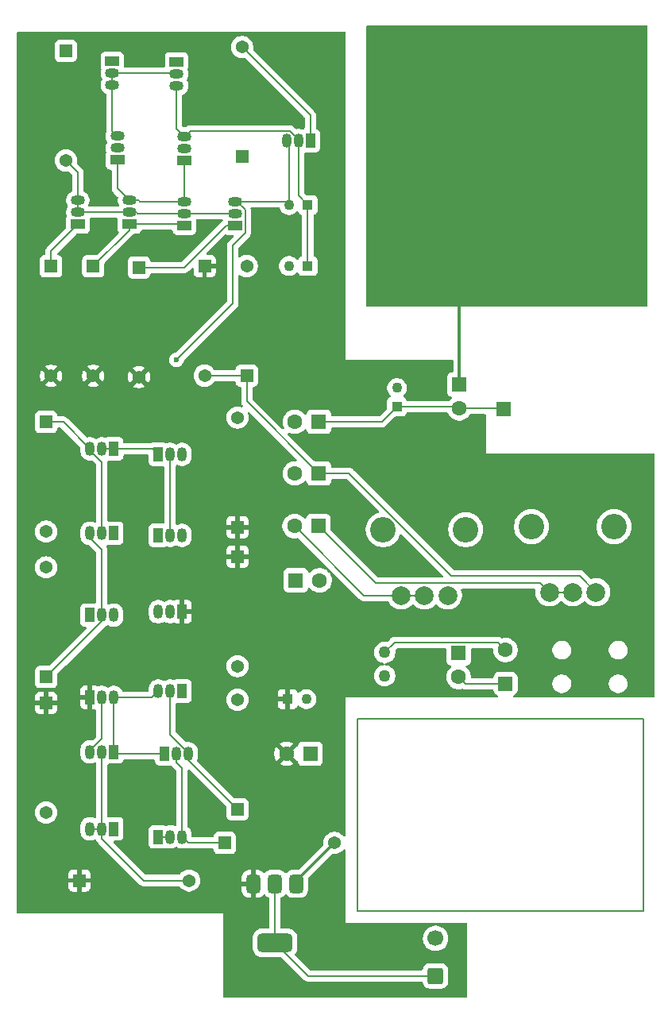
<source format=gbr>
%TF.GenerationSoftware,KiCad,Pcbnew,9.0.6*%
%TF.CreationDate,2025-11-22T15:54:34-05:00*%
%TF.ProjectId,Project_Final,50726f6a-6563-4745-9f46-696e616c2e6b,rev?*%
%TF.SameCoordinates,Original*%
%TF.FileFunction,Copper,L1,Top*%
%TF.FilePolarity,Positive*%
%FSLAX46Y46*%
G04 Gerber Fmt 4.6, Leading zero omitted, Abs format (unit mm)*
G04 Created by KiCad (PCBNEW 9.0.6) date 2025-11-22 15:54:34*
%MOMM*%
%LPD*%
G01*
G04 APERTURE LIST*
G04 Aperture macros list*
%AMRoundRect*
0 Rectangle with rounded corners*
0 $1 Rounding radius*
0 $2 $3 $4 $5 $6 $7 $8 $9 X,Y pos of 4 corners*
0 Add a 4 corners polygon primitive as box body*
4,1,4,$2,$3,$4,$5,$6,$7,$8,$9,$2,$3,0*
0 Add four circle primitives for the rounded corners*
1,1,$1+$1,$2,$3*
1,1,$1+$1,$4,$5*
1,1,$1+$1,$6,$7*
1,1,$1+$1,$8,$9*
0 Add four rect primitives between the rounded corners*
20,1,$1+$1,$2,$3,$4,$5,0*
20,1,$1+$1,$4,$5,$6,$7,0*
20,1,$1+$1,$6,$7,$8,$9,0*
20,1,$1+$1,$8,$9,$2,$3,0*%
G04 Aperture macros list end*
%TA.AperFunction,NonConductor*%
%ADD10C,0.200000*%
%TD*%
%TA.AperFunction,ComponentPad*%
%ADD11R,1.371600X1.371600*%
%TD*%
%TA.AperFunction,ComponentPad*%
%ADD12C,1.371600*%
%TD*%
%TA.AperFunction,ComponentPad*%
%ADD13R,1.050000X1.500000*%
%TD*%
%TA.AperFunction,ComponentPad*%
%ADD14O,1.050000X1.500000*%
%TD*%
%TA.AperFunction,ComponentPad*%
%ADD15R,1.100000X1.100000*%
%TD*%
%TA.AperFunction,ComponentPad*%
%ADD16C,1.100000*%
%TD*%
%TA.AperFunction,ComponentPad*%
%ADD17R,1.500000X1.050000*%
%TD*%
%TA.AperFunction,ComponentPad*%
%ADD18O,1.500000X1.050000*%
%TD*%
%TA.AperFunction,SMDPad,CuDef*%
%ADD19RoundRect,0.375000X-0.375000X0.625000X-0.375000X-0.625000X0.375000X-0.625000X0.375000X0.625000X0*%
%TD*%
%TA.AperFunction,SMDPad,CuDef*%
%ADD20RoundRect,0.500000X-1.400000X0.500000X-1.400000X-0.500000X1.400000X-0.500000X1.400000X0.500000X0*%
%TD*%
%TA.AperFunction,ComponentPad*%
%ADD21C,1.270000*%
%TD*%
%TA.AperFunction,ComponentPad*%
%ADD22R,1.605000X1.605000*%
%TD*%
%TA.AperFunction,ComponentPad*%
%ADD23C,1.605000*%
%TD*%
%TA.AperFunction,ComponentPad*%
%ADD24RoundRect,0.250000X0.550000X-0.550000X0.550000X0.550000X-0.550000X0.550000X-0.550000X-0.550000X0*%
%TD*%
%TA.AperFunction,ComponentPad*%
%ADD25RoundRect,0.250000X0.600000X-0.600000X0.600000X0.600000X-0.600000X0.600000X-0.600000X-0.600000X0*%
%TD*%
%TA.AperFunction,ComponentPad*%
%ADD26C,1.700000*%
%TD*%
%TA.AperFunction,ComponentPad*%
%ADD27C,2.006600*%
%TD*%
%TA.AperFunction,ComponentPad*%
%ADD28C,2.717800*%
%TD*%
%TA.AperFunction,ComponentPad*%
%ADD29C,1.600000*%
%TD*%
%TA.AperFunction,ViaPad*%
%ADD30C,0.600000*%
%TD*%
%TA.AperFunction,Conductor*%
%ADD31C,0.200000*%
%TD*%
%TA.AperFunction,Conductor*%
%ADD32C,0.300000*%
%TD*%
G04 APERTURE END LIST*
D10*
X101270000Y-92250000D02*
X131770000Y-92250000D01*
X131770000Y-112750000D01*
X101270000Y-112750000D01*
X101270000Y-92250000D01*
D11*
%TO.P,R13,1*%
%TO.N,Net-(Q1-E)*%
X68640000Y-44032000D03*
D12*
%TO.P,R13,2*%
%TO.N,VCC*%
X68640000Y-55716000D03*
%TD*%
D13*
%TO.P,Q15,1,E*%
%TO.N,Net-(Q15-E)*%
X80060000Y-64080000D03*
D14*
%TO.P,Q15,2,B*%
%TO.N,Net-(Q15-B)*%
X81330000Y-64080000D03*
%TO.P,Q15,3,C*%
X82600000Y-64080000D03*
%TD*%
D15*
%TO.P,C1,1*%
%TO.N,Net-(Q5-C)*%
X96000000Y-37500000D03*
D16*
%TO.P,C1,2*%
%TO.N,Net-(Q15-E)*%
X94000000Y-37500000D03*
%TD*%
D11*
%TO.P,R15,1*%
%TO.N,Net-(Q18-C)*%
X68100000Y-60638000D03*
D12*
%TO.P,R15,2*%
%TO.N,VEE*%
X68100000Y-72322000D03*
%TD*%
D17*
%TO.P,Q7,1,E*%
%TO.N,Net-(Q2-E)*%
X82860000Y-32770000D03*
D18*
%TO.P,Q7,2,B*%
%TO.N,V+*%
X82860000Y-31500000D03*
%TO.P,Q7,3,C*%
%TO.N,Net-(Q5-C)*%
X82860000Y-30230000D03*
%TD*%
D19*
%TO.P,Q17,1,G*%
%TO.N,VEE*%
X94800000Y-109850000D03*
%TO.P,Q17,2,D*%
%TO.N,Net-(JBattery1-Pin_1)*%
X92500000Y-109850000D03*
D20*
X92500000Y-116150000D03*
D19*
%TO.P,Q17,3,S*%
%TO.N,VCC*%
X90200000Y-109850000D03*
%TD*%
D21*
%TO.P,C2,1*%
%TO.N,VEE*%
X104200000Y-87690000D03*
%TO.P,C2,2*%
%TO.N,Net-(C2-Pad2)*%
X104200000Y-85190000D03*
%TD*%
D13*
%TO.P,Q19,1,E*%
%TO.N,V_Out_Op-Amp*%
X80060000Y-72710000D03*
D14*
%TO.P,Q19,2,B*%
%TO.N,Net-(Q15-B)*%
X81330000Y-72710000D03*
%TO.P,Q19,3,C*%
%TO.N,Net-(Q19-C)*%
X82600000Y-72710000D03*
%TD*%
D11*
%TO.P,R8,1*%
%TO.N,Net-(Q14-C)*%
X88500000Y-101920000D03*
D12*
%TO.P,R8,2*%
%TO.N,VEE*%
X88500000Y-90236000D03*
%TD*%
D13*
%TO.P,Q22,1,E*%
%TO.N,VEE*%
X72780000Y-81210000D03*
D14*
%TO.P,Q22,2,B*%
%TO.N,Net-(Q20-C)*%
X74050000Y-81210000D03*
%TO.P,Q22,3,C*%
%TO.N,V_Out_Op-Amp*%
X75320000Y-81210000D03*
%TD*%
D13*
%TO.P,Q10,1,E*%
%TO.N,V_In_Output*%
X75320000Y-104000000D03*
D14*
%TO.P,Q10,2,B*%
%TO.N,Net-(Q10-B)*%
X74050000Y-104000000D03*
%TO.P,Q10,3,C*%
X72780000Y-104000000D03*
%TD*%
D22*
%TO.P,J5,1,Pin_1*%
%TO.N,VEE*%
X96270000Y-96000000D03*
D23*
%TO.P,J5,2,Pin_2*%
%TO.N,VCC*%
X93730000Y-96000000D03*
%TD*%
D11*
%TO.P,R12,1*%
%TO.N,VCC*%
X88500000Y-71842000D03*
D12*
%TO.P,R12,2*%
%TO.N,Net-(Q15-B)*%
X88500000Y-60158000D03*
%TD*%
D15*
%TO.P,CPaddle1,1*%
%TO.N,Net-(J1-Pin_1)*%
X105500000Y-59000000D03*
D16*
%TO.P,CPaddle1,2*%
%TO.N,VEE*%
X105500000Y-57000000D03*
%TD*%
D13*
%TO.P,Q11,1,E*%
%TO.N,V_In_Output*%
X80060000Y-104860000D03*
D14*
%TO.P,Q11,2,B*%
X81330000Y-104860000D03*
%TO.P,Q11,3,C*%
%TO.N,Net-(Q11-C)*%
X82600000Y-104860000D03*
%TD*%
D13*
%TO.P,Q21,1,E*%
%TO.N,VCC*%
X82600000Y-80850000D03*
D14*
%TO.P,Q21,2,B*%
%TO.N,Net-(Q19-C)*%
X81330000Y-80850000D03*
%TO.P,Q21,3,C*%
%TO.N,V_Out_Op-Amp*%
X80060000Y-80850000D03*
%TD*%
D22*
%TO.P,J4,1,Pin_1*%
%TO.N,V_In_Output*%
X94730000Y-77500000D03*
D23*
%TO.P,J4,2,Pin_2*%
%TO.N,V-*%
X97270000Y-77500000D03*
%TD*%
D11*
%TO.P,R16,1*%
%TO.N,VCC*%
X88500000Y-74974000D03*
D12*
%TO.P,R16,2*%
%TO.N,Net-(Q19-C)*%
X88500000Y-86658000D03*
%TD*%
D13*
%TO.P,Q14,1,E*%
%TO.N,V_Out_Output*%
X80730000Y-96000000D03*
D14*
%TO.P,Q14,2,B*%
%TO.N,Net-(Q11-C)*%
X82000000Y-96000000D03*
%TO.P,Q14,3,C*%
%TO.N,Net-(Q14-C)*%
X83270000Y-96000000D03*
%TD*%
D11*
%TO.P,R14,1*%
%TO.N,Net-(Q3-E)*%
X73140000Y-44032000D03*
D12*
%TO.P,R14,2*%
%TO.N,VCC*%
X73140000Y-55716000D03*
%TD*%
D24*
%TO.P,TP1,1,1*%
%TO.N,Net-(J1-Pin_1)*%
X116850000Y-59210000D03*
%TD*%
D13*
%TO.P,Q8,1,E*%
%TO.N,Net-(Q8-E)*%
X96270000Y-30640000D03*
D14*
%TO.P,Q8,2,B*%
%TO.N,Net-(Q5-C)*%
X95000000Y-30640000D03*
%TO.P,Q8,3,C*%
%TO.N,Net-(Q15-E)*%
X93730000Y-30640000D03*
%TD*%
D13*
%TO.P,Q12,1,E*%
%TO.N,V_Out_Output*%
X75320000Y-95800000D03*
D14*
%TO.P,Q12,2,B*%
%TO.N,Net-(Q10-B)*%
X74050000Y-95800000D03*
%TO.P,Q12,3,C*%
%TO.N,Net-(Q12-C)*%
X72780000Y-95800000D03*
%TD*%
D17*
%TO.P,Q1,1,E*%
%TO.N,Net-(Q1-E)*%
X71500000Y-39540000D03*
D18*
%TO.P,Q1,2,B*%
%TO.N,Net-(Q1-B)*%
X71500000Y-38270000D03*
%TO.P,Q1,3,C*%
X71500000Y-37000000D03*
%TD*%
D17*
%TO.P,Q5,1,E*%
%TO.N,VEE*%
X82020000Y-22242000D03*
D18*
%TO.P,Q5,2,B*%
%TO.N,Net-(Q2-C)*%
X82020000Y-23512000D03*
%TO.P,Q5,3,C*%
%TO.N,Net-(Q5-C)*%
X82020000Y-24782000D03*
%TD*%
D22*
%TO.P,JPaddle1,1,Pin_1*%
%TO.N,VEE*%
X112160000Y-56640000D03*
D23*
%TO.P,JPaddle1,2,Pin_2*%
%TO.N,Net-(J1-Pin_1)*%
X112160000Y-59180000D03*
%TD*%
D11*
%TO.P,R9,1*%
%TO.N,VCC*%
X71658000Y-109500000D03*
D12*
%TO.P,R9,2*%
%TO.N,Net-(Q10-B)*%
X83342000Y-109500000D03*
%TD*%
D11*
%TO.P,R4,1*%
%TO.N,Net-(J2-Pin_1)*%
X89500000Y-55684000D03*
D12*
%TO.P,R4,2*%
%TO.N,VEE*%
X89500000Y-44000000D03*
%TD*%
D17*
%TO.P,Q9,1,E*%
%TO.N,Net-(Q9-E)*%
X88278763Y-39651034D03*
D18*
%TO.P,Q9,2,B*%
%TO.N,Net-(Q1-B)*%
X88278763Y-38381034D03*
%TO.P,Q9,3,C*%
%TO.N,Net-(Q15-E)*%
X88278763Y-37111034D03*
%TD*%
D22*
%TO.P,JTestPoint1,1,Pin_1*%
%TO.N,VEE*%
X112080000Y-85270000D03*
D23*
%TO.P,JTestPoint1,2,Pin_2*%
%TO.N,V_Out_Output*%
X112080000Y-87810000D03*
%TD*%
D11*
%TO.P,R6,1*%
%TO.N,Net-(Q9-E)*%
X78000000Y-44158000D03*
D12*
%TO.P,R6,2*%
%TO.N,VCC*%
X78000000Y-55842000D03*
%TD*%
D13*
%TO.P,Q20,1,E*%
%TO.N,V_Out_Op-Amp*%
X75320000Y-72490000D03*
D14*
%TO.P,Q20,2,B*%
%TO.N,Net-(Q18-C)*%
X74050000Y-72490000D03*
%TO.P,Q20,3,C*%
%TO.N,Net-(Q20-C)*%
X72780000Y-72490000D03*
%TD*%
D13*
%TO.P,Q16,1,E*%
%TO.N,VEE*%
X82600000Y-89300000D03*
D14*
%TO.P,Q16,2,B*%
%TO.N,Net-(Q14-C)*%
X81330000Y-89300000D03*
%TO.P,Q16,3,C*%
%TO.N,V_Out_Output*%
X80060000Y-89300000D03*
%TD*%
D11*
%TO.P,R7,1*%
%TO.N,VCC*%
X68100000Y-90578000D03*
D12*
%TO.P,R7,2*%
%TO.N,Net-(Q12-C)*%
X68100000Y-102262000D03*
%TD*%
D25*
%TO.P,JBattery1,1,Pin_1*%
%TO.N,Net-(JBattery1-Pin_1)*%
X109620000Y-119670000D03*
D26*
%TO.P,JBattery1,2,Pin_2*%
%TO.N,VEE*%
X109620000Y-115670000D03*
%TD*%
D17*
%TO.P,Q2,1,E*%
%TO.N,Net-(Q2-E)*%
X75698000Y-32698000D03*
D18*
%TO.P,Q2,2,B*%
%TO.N,V-*%
X75698000Y-31428000D03*
%TO.P,Q2,3,C*%
%TO.N,Net-(Q2-C)*%
X75698000Y-30158000D03*
%TD*%
D27*
%TO.P,R1,1,1*%
%TO.N,V_Out_Op-Amp*%
X105947800Y-79105386D03*
%TO.P,R1,2,2*%
X108437000Y-79105386D03*
%TO.P,R1,3,3*%
%TO.N,V-*%
X110926200Y-79105386D03*
D28*
%TO.P,R1,4*%
%TO.N,N/C*%
X104036800Y-72105386D03*
%TO.P,R1,5*%
X112837200Y-72105386D03*
%TD*%
D24*
%TO.P,RLoad1,1*%
%TO.N,V_Out_Output*%
X117080000Y-88540000D03*
D29*
%TO.P,RLoad1,2*%
%TO.N,Net-(C2-Pad2)*%
X117080000Y-84940000D03*
%TD*%
D22*
%TO.P,J2,1,Pin_1*%
%TO.N,Net-(J2-Pin_1)*%
X97167500Y-66100000D03*
D23*
%TO.P,J2,2,Pin_2*%
%TO.N,V+*%
X94627500Y-66100000D03*
%TD*%
D11*
%TO.P,R5,1*%
%TO.N,VEE*%
X89000000Y-32342000D03*
D12*
%TO.P,R5,2*%
%TO.N,Net-(Q8-E)*%
X89000000Y-20658000D03*
%TD*%
D17*
%TO.P,Q6,1,E*%
%TO.N,Net-(Q3-E)*%
X82860000Y-39666000D03*
D18*
%TO.P,Q6,2,B*%
%TO.N,Net-(Q1-B)*%
X82860000Y-38396000D03*
%TO.P,Q6,3,C*%
%TO.N,Net-(Q2-E)*%
X82860000Y-37126000D03*
%TD*%
D17*
%TO.P,Q4,1,E*%
%TO.N,VEE*%
X75160000Y-22170000D03*
D18*
%TO.P,Q4,2,B*%
%TO.N,Net-(Q2-C)*%
X75160000Y-23440000D03*
%TO.P,Q4,3,C*%
X75160000Y-24710000D03*
%TD*%
D17*
%TO.P,Q3,1,E*%
%TO.N,Net-(Q3-E)*%
X77000000Y-39540000D03*
D18*
%TO.P,Q3,2,B*%
%TO.N,Net-(Q1-B)*%
X77000000Y-38270000D03*
%TO.P,Q3,3,C*%
%TO.N,Net-(Q2-E)*%
X77000000Y-37000000D03*
%TD*%
D11*
%TO.P,R17,1*%
%TO.N,Net-(Q20-C)*%
X68100000Y-87822000D03*
D12*
%TO.P,R17,2*%
%TO.N,VEE*%
X68100000Y-76138000D03*
%TD*%
D13*
%TO.P,Q18,1,E*%
%TO.N,Net-(Q15-E)*%
X75320000Y-63490000D03*
D14*
%TO.P,Q18,2,B*%
X74050000Y-63490000D03*
%TO.P,Q18,3,C*%
%TO.N,Net-(Q18-C)*%
X72780000Y-63490000D03*
%TD*%
D27*
%TO.P,R2,1,1*%
%TO.N,Net-(J3-Pin_1)*%
X121757800Y-78775386D03*
%TO.P,R2,2,2*%
X124247000Y-78775386D03*
%TO.P,R2,3,3*%
%TO.N,Net-(J2-Pin_1)*%
X126736200Y-78775386D03*
D28*
%TO.P,R2,4*%
%TO.N,N/C*%
X119846800Y-71775386D03*
%TO.P,R2,5*%
X128647200Y-71775386D03*
%TD*%
D15*
%TO.P,CByPass1,1*%
%TO.N,VCC*%
X93850000Y-90170000D03*
D16*
%TO.P,CByPass1,2*%
%TO.N,VEE*%
X95850000Y-90170000D03*
%TD*%
D11*
%TO.P,R10,1*%
%TO.N,Net-(Q11-C)*%
X87158000Y-105500000D03*
D12*
%TO.P,R10,2*%
%TO.N,VEE*%
X98842000Y-105500000D03*
%TD*%
D11*
%TO.P,R11,1*%
%TO.N,VEE*%
X70210000Y-21058000D03*
D12*
%TO.P,R11,2*%
%TO.N,Net-(Q1-B)*%
X70210000Y-32742000D03*
%TD*%
D11*
%TO.P,R3,1*%
%TO.N,VCC*%
X85000000Y-44000000D03*
D12*
%TO.P,R3,2*%
%TO.N,Net-(J2-Pin_1)*%
X85000000Y-55684000D03*
%TD*%
D22*
%TO.P,J3,1,Pin_1*%
%TO.N,Net-(J3-Pin_1)*%
X97130000Y-71730000D03*
D23*
%TO.P,J3,2,Pin_2*%
%TO.N,V_Out_Op-Amp*%
X94590000Y-71730000D03*
%TD*%
D15*
%TO.P,C3,1*%
%TO.N,Net-(Q5-C)*%
X96000000Y-44000000D03*
D16*
%TO.P,C3,2*%
%TO.N,VEE*%
X94000000Y-44000000D03*
%TD*%
D22*
%TO.P,J1,1,Pin_1*%
%TO.N,Net-(J1-Pin_1)*%
X97167500Y-60610000D03*
D23*
%TO.P,J1,2,Pin_2*%
%TO.N,V-*%
X94627500Y-60610000D03*
%TD*%
D13*
%TO.P,Q13,1,E*%
%TO.N,VCC*%
X72780000Y-89990000D03*
D14*
%TO.P,Q13,2,B*%
%TO.N,Net-(Q12-C)*%
X74050000Y-89990000D03*
%TO.P,Q13,3,C*%
%TO.N,V_Out_Output*%
X75320000Y-89990000D03*
%TD*%
D30*
%TO.N,Net-(Q15-E)*%
X82000000Y-54000000D03*
%TD*%
D31*
%TO.N,Net-(Q1-B)*%
X71500000Y-34032000D02*
X71500000Y-37000000D01*
X77730000Y-38270000D02*
X77856000Y-38396000D01*
X88263797Y-38396000D02*
X88278763Y-38381034D01*
X77000000Y-38270000D02*
X77730000Y-38270000D01*
X70210000Y-32742000D02*
X71500000Y-34032000D01*
X71500000Y-38270000D02*
X77000000Y-38270000D01*
X71500000Y-37000000D02*
X71500000Y-38270000D01*
X77856000Y-38396000D02*
X82860000Y-38396000D01*
X82860000Y-38396000D02*
X88263797Y-38396000D01*
%TO.N,Net-(Q1-E)*%
X68640000Y-44032000D02*
X68640000Y-42400000D01*
X68640000Y-42400000D02*
X71500000Y-39540000D01*
%TO.N,Net-(Q2-C)*%
X81948000Y-23440000D02*
X82020000Y-23512000D01*
X75160000Y-29620000D02*
X75698000Y-30158000D01*
X75160000Y-23440000D02*
X75160000Y-24710000D01*
X75160000Y-24710000D02*
X75160000Y-29620000D01*
X75160000Y-23440000D02*
X81948000Y-23440000D01*
%TO.N,Net-(Q2-E)*%
X75698000Y-32698000D02*
X75698000Y-35698000D01*
X78126000Y-37126000D02*
X82860000Y-37126000D01*
X82860000Y-32770000D02*
X82860000Y-37126000D01*
X77000000Y-37000000D02*
X78000000Y-37000000D01*
X78000000Y-37000000D02*
X78126000Y-37126000D01*
X75698000Y-35698000D02*
X77000000Y-37000000D01*
%TO.N,Net-(Q3-E)*%
X82734000Y-39540000D02*
X82860000Y-39666000D01*
X77000000Y-39540000D02*
X82734000Y-39540000D01*
X73140000Y-44032000D02*
X77000000Y-40172000D01*
X77000000Y-40172000D02*
X77000000Y-39540000D01*
%TO.N,Net-(Q5-C)*%
X95000000Y-36500000D02*
X95000000Y-30640000D01*
X95000000Y-30640000D02*
X95000000Y-30516860D01*
X94072140Y-29589000D02*
X83501000Y-29589000D01*
X83501000Y-29589000D02*
X82860000Y-30230000D01*
X82020000Y-29390000D02*
X82860000Y-30230000D01*
X95000000Y-30516860D02*
X94072140Y-29589000D01*
X96000000Y-37500000D02*
X96000000Y-44000000D01*
X82020000Y-24782000D02*
X82020000Y-29390000D01*
X96000000Y-37500000D02*
X95000000Y-36500000D01*
%TO.N,Net-(Q9-E)*%
X78000000Y-44158000D02*
X82821797Y-44158000D01*
X87328763Y-39651034D02*
X88278763Y-39651034D01*
X82821797Y-44158000D02*
X87328763Y-39651034D01*
%TO.N,V_Out_Op-Amp*%
X105947800Y-79105386D02*
X101965386Y-79105386D01*
X108437000Y-79105386D02*
X105947800Y-79105386D01*
X101965386Y-79105386D02*
X94590000Y-71730000D01*
%TO.N,V_In_Output*%
X81330000Y-104860000D02*
X80060000Y-104860000D01*
%TO.N,V_Out_Output*%
X75520000Y-96000000D02*
X75320000Y-95800000D01*
X75320000Y-89990000D02*
X75320000Y-95800000D01*
X112810000Y-88540000D02*
X112080000Y-87810000D01*
X79370000Y-89990000D02*
X80060000Y-89300000D01*
X80730000Y-96000000D02*
X75520000Y-96000000D01*
X117080000Y-88540000D02*
X112810000Y-88540000D01*
X75320000Y-89990000D02*
X79370000Y-89990000D01*
%TO.N,Net-(J3-Pin_1)*%
X120783500Y-77801086D02*
X121757800Y-78775386D01*
X97130000Y-71730000D02*
X103201086Y-77801086D01*
X124247000Y-78775386D02*
X121757800Y-78775386D01*
X103201086Y-77801086D02*
X120783500Y-77801086D01*
%TO.N,Net-(J2-Pin_1)*%
X124960814Y-77000000D02*
X111278868Y-77000000D01*
X89500000Y-58432500D02*
X97167500Y-66100000D01*
X111278868Y-77000000D02*
X100378868Y-66100000D01*
X89500000Y-55684000D02*
X89500000Y-58432500D01*
X100378868Y-66100000D02*
X97167500Y-66100000D01*
X85000000Y-55684000D02*
X89500000Y-55684000D01*
X126736200Y-78775386D02*
X124960814Y-77000000D01*
%TO.N,Net-(Q10-B)*%
X74050000Y-104000000D02*
X74050000Y-105050000D01*
X72780000Y-104000000D02*
X74050000Y-104000000D01*
X78500000Y-109500000D02*
X83342000Y-109500000D01*
X74050000Y-105050000D02*
X78500000Y-109500000D01*
X74050000Y-95800000D02*
X74050000Y-104000000D01*
%TO.N,Net-(JBattery1-Pin_1)*%
X96020000Y-119670000D02*
X92500000Y-116150000D01*
X109620000Y-119670000D02*
X96020000Y-119670000D01*
X92500000Y-109850000D02*
X92500000Y-116150000D01*
%TO.N,Net-(C2-Pad2)*%
X105249999Y-84140001D02*
X104200000Y-85190000D01*
X117080000Y-84940000D02*
X116280001Y-84140001D01*
X116280001Y-84140001D02*
X105249999Y-84140001D01*
%TO.N,Net-(Q11-C)*%
X87158000Y-105500000D02*
X83240000Y-105500000D01*
X82000000Y-96950000D02*
X82600000Y-97550000D01*
X82600000Y-97550000D02*
X82600000Y-104860000D01*
X83240000Y-105500000D02*
X82600000Y-104860000D01*
X82000000Y-96000000D02*
X82000000Y-96950000D01*
%TO.N,Net-(Q12-C)*%
X72780000Y-95676860D02*
X72780000Y-95800000D01*
X74050000Y-89990000D02*
X74050000Y-94406860D01*
X74050000Y-94406860D02*
X72780000Y-95676860D01*
%TO.N,Net-(Q14-C)*%
X81330000Y-93936860D02*
X83270000Y-95876860D01*
X83270000Y-96690000D02*
X83270000Y-96000000D01*
X81330000Y-89300000D02*
X81330000Y-93936860D01*
X88500000Y-101920000D02*
X83270000Y-96690000D01*
X83270000Y-95876860D02*
X83270000Y-96000000D01*
D32*
%TO.N,VEE*%
X98842000Y-105500000D02*
X94800000Y-109542000D01*
X112160000Y-47660875D02*
X112163601Y-47657274D01*
X94800000Y-109542000D02*
X94800000Y-109850000D01*
X112160000Y-56640000D02*
X112160000Y-47660875D01*
D31*
%TO.N,Net-(J1-Pin_1)*%
X103890000Y-60610000D02*
X105500000Y-59000000D01*
X105500000Y-59000000D02*
X111980000Y-59000000D01*
X97167500Y-60610000D02*
X103890000Y-60610000D01*
X111980000Y-59000000D02*
X112160000Y-59180000D01*
X112160000Y-59180000D02*
X116820000Y-59180000D01*
X116820000Y-59180000D02*
X116850000Y-59210000D01*
%TO.N,Net-(Q8-E)*%
X89000000Y-20658000D02*
X96270000Y-27928000D01*
X96270000Y-27928000D02*
X96270000Y-30640000D01*
%TO.N,Net-(Q15-E)*%
X94000000Y-30910000D02*
X93730000Y-30640000D01*
X80060000Y-64080000D02*
X80000000Y-64020000D01*
X75320000Y-63490000D02*
X79470000Y-63490000D01*
X79470000Y-63490000D02*
X80060000Y-64080000D01*
X93611034Y-37111034D02*
X94000000Y-37500000D01*
X88278763Y-37111034D02*
X93611034Y-37111034D01*
X88401903Y-37111034D02*
X88278763Y-37111034D01*
X74050000Y-63490000D02*
X75320000Y-63490000D01*
X82000000Y-54000000D02*
X88000000Y-48000000D01*
X80000000Y-64020000D02*
X80000000Y-64000000D01*
X88000000Y-41806797D02*
X89329763Y-40477034D01*
X88000000Y-48000000D02*
X88000000Y-41806797D01*
X89329763Y-40477034D02*
X89329763Y-38038894D01*
X89329763Y-38038894D02*
X88401903Y-37111034D01*
X94000000Y-37500000D02*
X94000000Y-30910000D01*
%TO.N,Net-(Q15-B)*%
X81330000Y-64080000D02*
X81330000Y-72710000D01*
%TO.N,Net-(Q18-C)*%
X74050000Y-64883140D02*
X72780000Y-63613140D01*
X68100000Y-60638000D02*
X69928000Y-60638000D01*
X69928000Y-60638000D02*
X72780000Y-63490000D01*
X74050000Y-72490000D02*
X74050000Y-64883140D01*
X72780000Y-63613140D02*
X72780000Y-63490000D01*
%TO.N,Net-(Q20-C)*%
X74050000Y-74260000D02*
X74050000Y-81210000D01*
X72780000Y-72990000D02*
X74050000Y-74260000D01*
X74050000Y-81210000D02*
X74050000Y-81872000D01*
X74050000Y-81872000D02*
X68100000Y-87822000D01*
X72780000Y-72490000D02*
X72780000Y-72990000D01*
%TD*%
%TA.AperFunction,Conductor*%
%TO.N,VCC*%
G36*
X99943039Y-19019685D02*
G01*
X99988794Y-19072489D01*
X100000000Y-19124000D01*
X100000000Y-54000000D01*
X111385500Y-54000000D01*
X111452539Y-54019685D01*
X111498294Y-54072489D01*
X111509500Y-54124000D01*
X111509500Y-55213000D01*
X111489815Y-55280039D01*
X111437011Y-55325794D01*
X111385502Y-55337000D01*
X111309630Y-55337000D01*
X111309623Y-55337001D01*
X111250016Y-55343408D01*
X111115171Y-55393702D01*
X111115164Y-55393706D01*
X110999955Y-55479952D01*
X110999952Y-55479955D01*
X110913706Y-55595164D01*
X110913702Y-55595171D01*
X110863408Y-55730017D01*
X110858318Y-55777364D01*
X110857001Y-55789623D01*
X110857000Y-55789635D01*
X110857000Y-57490370D01*
X110857001Y-57490376D01*
X110863408Y-57549983D01*
X110913702Y-57684828D01*
X110913706Y-57684835D01*
X110999952Y-57800044D01*
X110999955Y-57800047D01*
X111115164Y-57886293D01*
X111115171Y-57886297D01*
X111160118Y-57903061D01*
X111250017Y-57936591D01*
X111282417Y-57940074D01*
X111346965Y-57966811D01*
X111386814Y-58024203D01*
X111389309Y-58094028D01*
X111353657Y-58154117D01*
X111342047Y-58163680D01*
X111311156Y-58186124D01*
X111311154Y-58186125D01*
X111166128Y-58331151D01*
X111160218Y-58339285D01*
X111153605Y-58348386D01*
X111098276Y-58391051D01*
X111053289Y-58399500D01*
X106651440Y-58399500D01*
X106584401Y-58379815D01*
X106538646Y-58327011D01*
X106535258Y-58318833D01*
X106493797Y-58207671D01*
X106493793Y-58207664D01*
X106407547Y-58092455D01*
X106407544Y-58092452D01*
X106292335Y-58006206D01*
X106292326Y-58006201D01*
X106245214Y-57988630D01*
X106189280Y-57946759D01*
X106164862Y-57881295D01*
X106179713Y-57813022D01*
X106200862Y-57784769D01*
X106315977Y-57669655D01*
X106430941Y-57497598D01*
X106510130Y-57306420D01*
X106550500Y-57103465D01*
X106550500Y-56896535D01*
X106510130Y-56693580D01*
X106430941Y-56502402D01*
X106315977Y-56330345D01*
X106315975Y-56330342D01*
X106169657Y-56184024D01*
X106054577Y-56107131D01*
X105997598Y-56069059D01*
X105806420Y-55989870D01*
X105806412Y-55989868D01*
X105603469Y-55949500D01*
X105603465Y-55949500D01*
X105396535Y-55949500D01*
X105396530Y-55949500D01*
X105193587Y-55989868D01*
X105193579Y-55989870D01*
X105002403Y-56069058D01*
X104830342Y-56184024D01*
X104684024Y-56330342D01*
X104569058Y-56502403D01*
X104489870Y-56693579D01*
X104489868Y-56693587D01*
X104449500Y-56896530D01*
X104449500Y-57103469D01*
X104489868Y-57306412D01*
X104489870Y-57306420D01*
X104569058Y-57497596D01*
X104684024Y-57669657D01*
X104799134Y-57784767D01*
X104832619Y-57846090D01*
X104827635Y-57915782D01*
X104785763Y-57971715D01*
X104754786Y-57988630D01*
X104707671Y-58006202D01*
X104707664Y-58006206D01*
X104592455Y-58092452D01*
X104592452Y-58092455D01*
X104506206Y-58207664D01*
X104506202Y-58207671D01*
X104455908Y-58342517D01*
X104449501Y-58402116D01*
X104449500Y-58402135D01*
X104449500Y-59149902D01*
X104429815Y-59216941D01*
X104413181Y-59237583D01*
X103677584Y-59973181D01*
X103616261Y-60006666D01*
X103589903Y-60009500D01*
X98594499Y-60009500D01*
X98527460Y-59989815D01*
X98481705Y-59937011D01*
X98470499Y-59885500D01*
X98470499Y-59759629D01*
X98470498Y-59759623D01*
X98464091Y-59700016D01*
X98413797Y-59565171D01*
X98413793Y-59565164D01*
X98327547Y-59449955D01*
X98327544Y-59449952D01*
X98212335Y-59363706D01*
X98212328Y-59363702D01*
X98077482Y-59313408D01*
X98077483Y-59313408D01*
X98017883Y-59307001D01*
X98017881Y-59307000D01*
X98017873Y-59307000D01*
X98017864Y-59307000D01*
X96317129Y-59307000D01*
X96317123Y-59307001D01*
X96257516Y-59313408D01*
X96122671Y-59363702D01*
X96122664Y-59363706D01*
X96007455Y-59449952D01*
X96007452Y-59449955D01*
X95921206Y-59565164D01*
X95921202Y-59565171D01*
X95870908Y-59700016D01*
X95867425Y-59732417D01*
X95840686Y-59796968D01*
X95783293Y-59836815D01*
X95713468Y-59839308D01*
X95653380Y-59803654D01*
X95643817Y-59792045D01*
X95621373Y-59761154D01*
X95621373Y-59761153D01*
X95476347Y-59616127D01*
X95476345Y-59616125D01*
X95476340Y-59616121D01*
X95310424Y-59495577D01*
X95310423Y-59495576D01*
X95310421Y-59495575D01*
X95236888Y-59458108D01*
X95127682Y-59402464D01*
X95074475Y-59385176D01*
X94932620Y-59339084D01*
X94932614Y-59339083D01*
X94730053Y-59307000D01*
X94730048Y-59307000D01*
X94524952Y-59307000D01*
X94524947Y-59307000D01*
X94322385Y-59339083D01*
X94322383Y-59339083D01*
X94322380Y-59339084D01*
X94224851Y-59370773D01*
X94127317Y-59402464D01*
X93944575Y-59495577D01*
X93778659Y-59616121D01*
X93778654Y-59616125D01*
X93633625Y-59761154D01*
X93633621Y-59761159D01*
X93513077Y-59927075D01*
X93419964Y-60109817D01*
X93390500Y-60200499D01*
X93356584Y-60304880D01*
X93356583Y-60304883D01*
X93356583Y-60304885D01*
X93324500Y-60507446D01*
X93324500Y-60712553D01*
X93356583Y-60915114D01*
X93356584Y-60915120D01*
X93419963Y-61110178D01*
X93419964Y-61110181D01*
X93419965Y-61110182D01*
X93472848Y-61213971D01*
X93485744Y-61282640D01*
X93459468Y-61347381D01*
X93402361Y-61387638D01*
X93332556Y-61390630D01*
X93274682Y-61357947D01*
X90136819Y-58220084D01*
X90103334Y-58158761D01*
X90100500Y-58132403D01*
X90100500Y-56994299D01*
X90120185Y-56927260D01*
X90172989Y-56881505D01*
X90224500Y-56870299D01*
X90233671Y-56870299D01*
X90233672Y-56870299D01*
X90293283Y-56863891D01*
X90428131Y-56813596D01*
X90543346Y-56727346D01*
X90629596Y-56612131D01*
X90679891Y-56477283D01*
X90686300Y-56417673D01*
X90686299Y-54950328D01*
X90679891Y-54890717D01*
X90647495Y-54803860D01*
X90629597Y-54755871D01*
X90629593Y-54755864D01*
X90543347Y-54640655D01*
X90543344Y-54640652D01*
X90428135Y-54554406D01*
X90428128Y-54554402D01*
X90293282Y-54504108D01*
X90293283Y-54504108D01*
X90233683Y-54497701D01*
X90233681Y-54497700D01*
X90233673Y-54497700D01*
X90233664Y-54497700D01*
X88766329Y-54497700D01*
X88766323Y-54497701D01*
X88706716Y-54504108D01*
X88571871Y-54554402D01*
X88571864Y-54554406D01*
X88456655Y-54640652D01*
X88456652Y-54640655D01*
X88370406Y-54755864D01*
X88370402Y-54755871D01*
X88320108Y-54890717D01*
X88313701Y-54950316D01*
X88313701Y-54950323D01*
X88313700Y-54950335D01*
X88313700Y-54959500D01*
X88294015Y-55026539D01*
X88241211Y-55072294D01*
X88189700Y-55083500D01*
X86093240Y-55083500D01*
X86026201Y-55063815D01*
X85992922Y-55032386D01*
X85988674Y-55026539D01*
X85904859Y-54911178D01*
X85772822Y-54779141D01*
X85621757Y-54669385D01*
X85455381Y-54584613D01*
X85277793Y-54526911D01*
X85277791Y-54526910D01*
X85277789Y-54526910D01*
X85133822Y-54504108D01*
X85093364Y-54497700D01*
X84906636Y-54497700D01*
X84866178Y-54504108D01*
X84722210Y-54526910D01*
X84544616Y-54584614D01*
X84378242Y-54669385D01*
X84227176Y-54779142D01*
X84095142Y-54911176D01*
X83985385Y-55062242D01*
X83900614Y-55228616D01*
X83842910Y-55406210D01*
X83813700Y-55590636D01*
X83813700Y-55777364D01*
X83815643Y-55789629D01*
X83838719Y-55935330D01*
X83842911Y-55961793D01*
X83900613Y-56139381D01*
X83985385Y-56305757D01*
X84095141Y-56456822D01*
X84227178Y-56588859D01*
X84378243Y-56698615D01*
X84544619Y-56783387D01*
X84722207Y-56841089D01*
X84906636Y-56870300D01*
X84906637Y-56870300D01*
X85093363Y-56870300D01*
X85093364Y-56870300D01*
X85277793Y-56841089D01*
X85455381Y-56783387D01*
X85621757Y-56698615D01*
X85772822Y-56588859D01*
X85904859Y-56456822D01*
X85992923Y-56335613D01*
X86048252Y-56292949D01*
X86093240Y-56284500D01*
X88189701Y-56284500D01*
X88256740Y-56304185D01*
X88302495Y-56356989D01*
X88313701Y-56408500D01*
X88313701Y-56417676D01*
X88320108Y-56477283D01*
X88370402Y-56612128D01*
X88370406Y-56612135D01*
X88456652Y-56727344D01*
X88456655Y-56727347D01*
X88571864Y-56813593D01*
X88571871Y-56813597D01*
X88706716Y-56863891D01*
X88766317Y-56870299D01*
X88766318Y-56870299D01*
X88766327Y-56870300D01*
X88775493Y-56870299D01*
X88842531Y-56889978D01*
X88888290Y-56942779D01*
X88899500Y-56994299D01*
X88899500Y-58345830D01*
X88899499Y-58345848D01*
X88899499Y-58511554D01*
X88899498Y-58511554D01*
X88925875Y-58609992D01*
X88940423Y-58664285D01*
X88969360Y-58714404D01*
X89019480Y-58801216D01*
X89073135Y-58854871D01*
X89078758Y-58862549D01*
X89087520Y-58886817D01*
X89099882Y-58909456D01*
X89099189Y-58919136D01*
X89102486Y-58928266D01*
X89096738Y-58953415D01*
X89094898Y-58979148D01*
X89089081Y-58986917D01*
X89086919Y-58996380D01*
X89068485Y-59014430D01*
X89053026Y-59035081D01*
X89043932Y-59038472D01*
X89036997Y-59045264D01*
X89011733Y-59050482D01*
X88987562Y-59059498D01*
X88975318Y-59058004D01*
X88968572Y-59059398D01*
X88960144Y-59056153D01*
X88940399Y-59053745D01*
X88777793Y-59000911D01*
X88777791Y-59000910D01*
X88777789Y-59000910D01*
X88640388Y-58979148D01*
X88593364Y-58971700D01*
X88406636Y-58971700D01*
X88363883Y-58978471D01*
X88222210Y-59000910D01*
X88044616Y-59058614D01*
X87878242Y-59143385D01*
X87727176Y-59253142D01*
X87595142Y-59385176D01*
X87485385Y-59536242D01*
X87400614Y-59702616D01*
X87342910Y-59880210D01*
X87313700Y-60064636D01*
X87313700Y-60251363D01*
X87335267Y-60387535D01*
X87342911Y-60435793D01*
X87400613Y-60613381D01*
X87485385Y-60779757D01*
X87595141Y-60930822D01*
X87727178Y-61062859D01*
X87878243Y-61172615D01*
X88044619Y-61257387D01*
X88222207Y-61315089D01*
X88406636Y-61344300D01*
X88406637Y-61344300D01*
X88593363Y-61344300D01*
X88593364Y-61344300D01*
X88777793Y-61315089D01*
X88955381Y-61257387D01*
X89121757Y-61172615D01*
X89272822Y-61062859D01*
X89404859Y-60930822D01*
X89514615Y-60779757D01*
X89599387Y-60613381D01*
X89657089Y-60435793D01*
X89686300Y-60251364D01*
X89686300Y-60064636D01*
X89657089Y-59880207D01*
X89604253Y-59717597D01*
X89602259Y-59647759D01*
X89638339Y-59587926D01*
X89701040Y-59557098D01*
X89770454Y-59565063D01*
X89809866Y-59591601D01*
X94803584Y-64585319D01*
X94837069Y-64646642D01*
X94832085Y-64716334D01*
X94790213Y-64772267D01*
X94724749Y-64796684D01*
X94715903Y-64797000D01*
X94524947Y-64797000D01*
X94322385Y-64829083D01*
X94322383Y-64829083D01*
X94322380Y-64829084D01*
X94224851Y-64860773D01*
X94127317Y-64892464D01*
X93944575Y-64985577D01*
X93778659Y-65106121D01*
X93778654Y-65106125D01*
X93633625Y-65251154D01*
X93633621Y-65251159D01*
X93513077Y-65417075D01*
X93419964Y-65599817D01*
X93404882Y-65646235D01*
X93356584Y-65794880D01*
X93356583Y-65794883D01*
X93356583Y-65794885D01*
X93324500Y-65997446D01*
X93324500Y-66202553D01*
X93356583Y-66405114D01*
X93356584Y-66405120D01*
X93404758Y-66553384D01*
X93419964Y-66600182D01*
X93513077Y-66782924D01*
X93633621Y-66948840D01*
X93633625Y-66948845D01*
X93778654Y-67093874D01*
X93778659Y-67093878D01*
X93848796Y-67144835D01*
X93944579Y-67214425D01*
X94061022Y-67273755D01*
X94127317Y-67307535D01*
X94127319Y-67307535D01*
X94127322Y-67307537D01*
X94322380Y-67370916D01*
X94423666Y-67386958D01*
X94524947Y-67403000D01*
X94524952Y-67403000D01*
X94730053Y-67403000D01*
X94822126Y-67388416D01*
X94932620Y-67370916D01*
X95127678Y-67307537D01*
X95310421Y-67214425D01*
X95476347Y-67093873D01*
X95621373Y-66948847D01*
X95643817Y-66917955D01*
X95699145Y-66875289D01*
X95768759Y-66869308D01*
X95830554Y-66901913D01*
X95864913Y-66962751D01*
X95867426Y-66977585D01*
X95870908Y-67009983D01*
X95921202Y-67144828D01*
X95921206Y-67144835D01*
X96007452Y-67260044D01*
X96007455Y-67260047D01*
X96122664Y-67346293D01*
X96122671Y-67346297D01*
X96257517Y-67396591D01*
X96257516Y-67396591D01*
X96264444Y-67397335D01*
X96317127Y-67403000D01*
X98017872Y-67402999D01*
X98077483Y-67396591D01*
X98212331Y-67346296D01*
X98327546Y-67260046D01*
X98413796Y-67144831D01*
X98464091Y-67009983D01*
X98470500Y-66950373D01*
X98470500Y-66824500D01*
X98490185Y-66757461D01*
X98542989Y-66711706D01*
X98594500Y-66700500D01*
X100078771Y-66700500D01*
X100145810Y-66720185D01*
X100166452Y-66736819D01*
X103548346Y-70118713D01*
X103581831Y-70180036D01*
X103576847Y-70249728D01*
X103534975Y-70305661D01*
X103492760Y-70326168D01*
X103437833Y-70340886D01*
X103437831Y-70340886D01*
X103437830Y-70340887D01*
X103437823Y-70340889D01*
X103212647Y-70434160D01*
X103212636Y-70434165D01*
X103001563Y-70556029D01*
X103001547Y-70556040D01*
X102808183Y-70704413D01*
X102808176Y-70704419D01*
X102635833Y-70876762D01*
X102635827Y-70876769D01*
X102487454Y-71070133D01*
X102487443Y-71070149D01*
X102365579Y-71281222D01*
X102365574Y-71281233D01*
X102272303Y-71506409D01*
X102272300Y-71506419D01*
X102215698Y-71717664D01*
X102209216Y-71741854D01*
X102209214Y-71741865D01*
X102177400Y-71983506D01*
X102177400Y-72227265D01*
X102198035Y-72383996D01*
X102209215Y-72468915D01*
X102253763Y-72635172D01*
X102272300Y-72704352D01*
X102272303Y-72704362D01*
X102365574Y-72929538D01*
X102365579Y-72929549D01*
X102487443Y-73140622D01*
X102487454Y-73140638D01*
X102635827Y-73334002D01*
X102635833Y-73334009D01*
X102808176Y-73506352D01*
X102808183Y-73506358D01*
X102851878Y-73539886D01*
X103001556Y-73654738D01*
X103001563Y-73654742D01*
X103212636Y-73776606D01*
X103212641Y-73776608D01*
X103212644Y-73776610D01*
X103437833Y-73869886D01*
X103673271Y-73932971D01*
X103914928Y-73964786D01*
X103914935Y-73964786D01*
X104158665Y-73964786D01*
X104158672Y-73964786D01*
X104400329Y-73932971D01*
X104635767Y-73869886D01*
X104860956Y-73776610D01*
X105072044Y-73654738D01*
X105265418Y-73506357D01*
X105437771Y-73334004D01*
X105586152Y-73140630D01*
X105708024Y-72929542D01*
X105801300Y-72704353D01*
X105816017Y-72649425D01*
X105852380Y-72589767D01*
X105915226Y-72559237D01*
X105984602Y-72567531D01*
X106023472Y-72593839D01*
X110418538Y-76988905D01*
X110452023Y-77050228D01*
X110447039Y-77119920D01*
X110405167Y-77175853D01*
X110339703Y-77200270D01*
X110330857Y-77200586D01*
X103501183Y-77200586D01*
X103434144Y-77180901D01*
X103413502Y-77164267D01*
X98469318Y-72220083D01*
X98435833Y-72158760D01*
X98432999Y-72132402D01*
X98432999Y-70879629D01*
X98432998Y-70879623D01*
X98432691Y-70876769D01*
X98426591Y-70820017D01*
X98396796Y-70740133D01*
X98376297Y-70685171D01*
X98376293Y-70685164D01*
X98290047Y-70569955D01*
X98290044Y-70569952D01*
X98174835Y-70483706D01*
X98174828Y-70483702D01*
X98039982Y-70433408D01*
X98039983Y-70433408D01*
X97980383Y-70427001D01*
X97980381Y-70427000D01*
X97980373Y-70427000D01*
X97980364Y-70427000D01*
X96279629Y-70427000D01*
X96279623Y-70427001D01*
X96220016Y-70433408D01*
X96085171Y-70483702D01*
X96085164Y-70483706D01*
X95969955Y-70569952D01*
X95969952Y-70569955D01*
X95883706Y-70685164D01*
X95883702Y-70685171D01*
X95833408Y-70820016D01*
X95829925Y-70852417D01*
X95803186Y-70916968D01*
X95745793Y-70956815D01*
X95675968Y-70959308D01*
X95615880Y-70923654D01*
X95606317Y-70912045D01*
X95583873Y-70881154D01*
X95583873Y-70881153D01*
X95438847Y-70736127D01*
X95438845Y-70736125D01*
X95438840Y-70736121D01*
X95272924Y-70615577D01*
X95272923Y-70615576D01*
X95272921Y-70615575D01*
X95183381Y-70569952D01*
X95090182Y-70522464D01*
X95043384Y-70507258D01*
X94895120Y-70459084D01*
X94895114Y-70459083D01*
X94692553Y-70427000D01*
X94692548Y-70427000D01*
X94487452Y-70427000D01*
X94487447Y-70427000D01*
X94284885Y-70459083D01*
X94284883Y-70459083D01*
X94284880Y-70459084D01*
X94187351Y-70490773D01*
X94089817Y-70522464D01*
X93907075Y-70615577D01*
X93741159Y-70736121D01*
X93741154Y-70736125D01*
X93596125Y-70881154D01*
X93596121Y-70881159D01*
X93475577Y-71047075D01*
X93382464Y-71229817D01*
X93360894Y-71296204D01*
X93319084Y-71424880D01*
X93319083Y-71424883D01*
X93319083Y-71424885D01*
X93287000Y-71627446D01*
X93287000Y-71832553D01*
X93319083Y-72035114D01*
X93319084Y-72035120D01*
X93352810Y-72138917D01*
X93382464Y-72230182D01*
X93475577Y-72412924D01*
X93596121Y-72578840D01*
X93596125Y-72578845D01*
X93741154Y-72723874D01*
X93741159Y-72723878D01*
X93814803Y-72777383D01*
X93907079Y-72844425D01*
X94023522Y-72903755D01*
X94089817Y-72937535D01*
X94089819Y-72937535D01*
X94089822Y-72937537D01*
X94284880Y-73000916D01*
X94386166Y-73016958D01*
X94487447Y-73033000D01*
X94487452Y-73033000D01*
X94692553Y-73033000D01*
X94784626Y-73018416D01*
X94895120Y-73000916D01*
X94910827Y-72995811D01*
X94980668Y-72993817D01*
X95036827Y-73026062D01*
X101480525Y-79469760D01*
X101480535Y-79469771D01*
X101484865Y-79474101D01*
X101484866Y-79474102D01*
X101596670Y-79585906D01*
X101632173Y-79606403D01*
X101683481Y-79636025D01*
X101683483Y-79636027D01*
X101719194Y-79656645D01*
X101733601Y-79664963D01*
X101886329Y-79705887D01*
X101886332Y-79705887D01*
X102052039Y-79705887D01*
X102052055Y-79705886D01*
X104490028Y-79705886D01*
X104557067Y-79725571D01*
X104600513Y-79773591D01*
X104661635Y-79893549D01*
X104800766Y-80085046D01*
X104968140Y-80252420D01*
X105159637Y-80391551D01*
X105323415Y-80475000D01*
X105370543Y-80499013D01*
X105595655Y-80572156D01*
X105595656Y-80572156D01*
X105595659Y-80572157D01*
X105829448Y-80609186D01*
X105829449Y-80609186D01*
X106066151Y-80609186D01*
X106066152Y-80609186D01*
X106299941Y-80572157D01*
X106299944Y-80572156D01*
X106299945Y-80572156D01*
X106525056Y-80499013D01*
X106525056Y-80499012D01*
X106525059Y-80499012D01*
X106735963Y-80391551D01*
X106927460Y-80252420D01*
X107094834Y-80085046D01*
X107094841Y-80085035D01*
X107097998Y-80081341D01*
X107099850Y-80082923D01*
X107147112Y-80046284D01*
X107216709Y-80040124D01*
X107278589Y-80072569D01*
X107286450Y-80081641D01*
X107286802Y-80081341D01*
X107289964Y-80085043D01*
X107289966Y-80085046D01*
X107457340Y-80252420D01*
X107648837Y-80391551D01*
X107812615Y-80475000D01*
X107859743Y-80499013D01*
X108084855Y-80572156D01*
X108084856Y-80572156D01*
X108084859Y-80572157D01*
X108318648Y-80609186D01*
X108318649Y-80609186D01*
X108555351Y-80609186D01*
X108555352Y-80609186D01*
X108789141Y-80572157D01*
X108789144Y-80572156D01*
X108789145Y-80572156D01*
X109014256Y-80499013D01*
X109014256Y-80499012D01*
X109014259Y-80499012D01*
X109225163Y-80391551D01*
X109416660Y-80252420D01*
X109584034Y-80085046D01*
X109584041Y-80085035D01*
X109587198Y-80081341D01*
X109589050Y-80082923D01*
X109636312Y-80046284D01*
X109705909Y-80040124D01*
X109767789Y-80072569D01*
X109775650Y-80081641D01*
X109776002Y-80081341D01*
X109779164Y-80085043D01*
X109779166Y-80085046D01*
X109946540Y-80252420D01*
X110138037Y-80391551D01*
X110301815Y-80475000D01*
X110348943Y-80499013D01*
X110574055Y-80572156D01*
X110574056Y-80572156D01*
X110574059Y-80572157D01*
X110807848Y-80609186D01*
X110807849Y-80609186D01*
X111044551Y-80609186D01*
X111044552Y-80609186D01*
X111278341Y-80572157D01*
X111278344Y-80572156D01*
X111278345Y-80572156D01*
X111503456Y-80499013D01*
X111503456Y-80499012D01*
X111503459Y-80499012D01*
X111714363Y-80391551D01*
X111905860Y-80252420D01*
X112073234Y-80085046D01*
X112212365Y-79893549D01*
X112319826Y-79682645D01*
X112339934Y-79620758D01*
X112392970Y-79457531D01*
X112392970Y-79457530D01*
X112392971Y-79457527D01*
X112430000Y-79223738D01*
X112430000Y-78987034D01*
X112392971Y-78753245D01*
X112392970Y-78753241D01*
X112392970Y-78753240D01*
X112331451Y-78563904D01*
X112329456Y-78494063D01*
X112365536Y-78434230D01*
X112428237Y-78403402D01*
X112449382Y-78401586D01*
X120149274Y-78401586D01*
X120216313Y-78421271D01*
X120262068Y-78474075D01*
X120272012Y-78543233D01*
X120271747Y-78544984D01*
X120254000Y-78657034D01*
X120254000Y-78893737D01*
X120291029Y-79127528D01*
X120291029Y-79127531D01*
X120364172Y-79352642D01*
X120426058Y-79474099D01*
X120471635Y-79563549D01*
X120610766Y-79755046D01*
X120778140Y-79922420D01*
X120969637Y-80061551D01*
X121122118Y-80139244D01*
X121180543Y-80169013D01*
X121405655Y-80242156D01*
X121405656Y-80242156D01*
X121405659Y-80242157D01*
X121639448Y-80279186D01*
X121639449Y-80279186D01*
X121876151Y-80279186D01*
X121876152Y-80279186D01*
X122109941Y-80242157D01*
X122109944Y-80242156D01*
X122109945Y-80242156D01*
X122335056Y-80169013D01*
X122335056Y-80169012D01*
X122335059Y-80169012D01*
X122545963Y-80061551D01*
X122737460Y-79922420D01*
X122904834Y-79755046D01*
X122904841Y-79755035D01*
X122907998Y-79751341D01*
X122909850Y-79752923D01*
X122957112Y-79716284D01*
X123026709Y-79710124D01*
X123088589Y-79742569D01*
X123096450Y-79751641D01*
X123096802Y-79751341D01*
X123099964Y-79755043D01*
X123099966Y-79755046D01*
X123267340Y-79922420D01*
X123458837Y-80061551D01*
X123611318Y-80139244D01*
X123669743Y-80169013D01*
X123894855Y-80242156D01*
X123894856Y-80242156D01*
X123894859Y-80242157D01*
X124128648Y-80279186D01*
X124128649Y-80279186D01*
X124365351Y-80279186D01*
X124365352Y-80279186D01*
X124599141Y-80242157D01*
X124599144Y-80242156D01*
X124599145Y-80242156D01*
X124824256Y-80169013D01*
X124824256Y-80169012D01*
X124824259Y-80169012D01*
X125035163Y-80061551D01*
X125226660Y-79922420D01*
X125394034Y-79755046D01*
X125394041Y-79755035D01*
X125397198Y-79751341D01*
X125399050Y-79752923D01*
X125446312Y-79716284D01*
X125515909Y-79710124D01*
X125577789Y-79742569D01*
X125585650Y-79751641D01*
X125586002Y-79751341D01*
X125589164Y-79755043D01*
X125589166Y-79755046D01*
X125756540Y-79922420D01*
X125948037Y-80061551D01*
X126100518Y-80139244D01*
X126158943Y-80169013D01*
X126384055Y-80242156D01*
X126384056Y-80242156D01*
X126384059Y-80242157D01*
X126617848Y-80279186D01*
X126617849Y-80279186D01*
X126854551Y-80279186D01*
X126854552Y-80279186D01*
X127088341Y-80242157D01*
X127088344Y-80242156D01*
X127088345Y-80242156D01*
X127313456Y-80169013D01*
X127313456Y-80169012D01*
X127313459Y-80169012D01*
X127524363Y-80061551D01*
X127715860Y-79922420D01*
X127883234Y-79755046D01*
X128022365Y-79563549D01*
X128129826Y-79352645D01*
X128202971Y-79127527D01*
X128240000Y-78893738D01*
X128240000Y-78657034D01*
X128202971Y-78423245D01*
X128202970Y-78423241D01*
X128202970Y-78423240D01*
X128129827Y-78198129D01*
X128113021Y-78165146D01*
X128022365Y-77987223D01*
X127883234Y-77795726D01*
X127715860Y-77628352D01*
X127524363Y-77489221D01*
X127313456Y-77381758D01*
X127088344Y-77308615D01*
X126912999Y-77280843D01*
X126854552Y-77271586D01*
X126617848Y-77271586D01*
X126571090Y-77278991D01*
X126384055Y-77308615D01*
X126256014Y-77350217D01*
X126186173Y-77352212D01*
X126130016Y-77319967D01*
X125448404Y-76638355D01*
X125448402Y-76638352D01*
X125329531Y-76519481D01*
X125329530Y-76519480D01*
X125234301Y-76464500D01*
X125192599Y-76440423D01*
X125039871Y-76399499D01*
X124881757Y-76399499D01*
X124874161Y-76399499D01*
X124874145Y-76399500D01*
X111578965Y-76399500D01*
X111511926Y-76379815D01*
X111491284Y-76363181D01*
X107111609Y-71983506D01*
X110977800Y-71983506D01*
X110977800Y-72227265D01*
X110998435Y-72383996D01*
X111009615Y-72468915D01*
X111054163Y-72635172D01*
X111072700Y-72704352D01*
X111072703Y-72704362D01*
X111165974Y-72929538D01*
X111165979Y-72929549D01*
X111287843Y-73140622D01*
X111287854Y-73140638D01*
X111436227Y-73334002D01*
X111436233Y-73334009D01*
X111608576Y-73506352D01*
X111608583Y-73506358D01*
X111652278Y-73539886D01*
X111801956Y-73654738D01*
X111801963Y-73654742D01*
X112013036Y-73776606D01*
X112013041Y-73776608D01*
X112013044Y-73776610D01*
X112238233Y-73869886D01*
X112473671Y-73932971D01*
X112715328Y-73964786D01*
X112715335Y-73964786D01*
X112959065Y-73964786D01*
X112959072Y-73964786D01*
X113200729Y-73932971D01*
X113436167Y-73869886D01*
X113661356Y-73776610D01*
X113872444Y-73654738D01*
X114065818Y-73506357D01*
X114238171Y-73334004D01*
X114386552Y-73140630D01*
X114508424Y-72929542D01*
X114601700Y-72704353D01*
X114664785Y-72468915D01*
X114696600Y-72227258D01*
X114696600Y-71983514D01*
X114664785Y-71741857D01*
X114641112Y-71653506D01*
X117987400Y-71653506D01*
X117987400Y-71897265D01*
X118005549Y-72035114D01*
X118019215Y-72138915D01*
X118055357Y-72273800D01*
X118082300Y-72374352D01*
X118082303Y-72374362D01*
X118175574Y-72599538D01*
X118175579Y-72599549D01*
X118297443Y-72810622D01*
X118297454Y-72810638D01*
X118445827Y-73004002D01*
X118445833Y-73004009D01*
X118618176Y-73176352D01*
X118618183Y-73176358D01*
X118693459Y-73234119D01*
X118811556Y-73324738D01*
X118811563Y-73324742D01*
X119022636Y-73446606D01*
X119022641Y-73446608D01*
X119022644Y-73446610D01*
X119247833Y-73539886D01*
X119483271Y-73602971D01*
X119724928Y-73634786D01*
X119724935Y-73634786D01*
X119968665Y-73634786D01*
X119968672Y-73634786D01*
X120210329Y-73602971D01*
X120445767Y-73539886D01*
X120670956Y-73446610D01*
X120882044Y-73324738D01*
X121075418Y-73176357D01*
X121247771Y-73004004D01*
X121396152Y-72810630D01*
X121518024Y-72599542D01*
X121611300Y-72374353D01*
X121674385Y-72138915D01*
X121706200Y-71897258D01*
X121706200Y-71653514D01*
X121706199Y-71653506D01*
X126787800Y-71653506D01*
X126787800Y-71897265D01*
X126805949Y-72035114D01*
X126819615Y-72138915D01*
X126855757Y-72273800D01*
X126882700Y-72374352D01*
X126882703Y-72374362D01*
X126975974Y-72599538D01*
X126975979Y-72599549D01*
X127097843Y-72810622D01*
X127097854Y-72810638D01*
X127246227Y-73004002D01*
X127246233Y-73004009D01*
X127418576Y-73176352D01*
X127418583Y-73176358D01*
X127493859Y-73234119D01*
X127611956Y-73324738D01*
X127611963Y-73324742D01*
X127823036Y-73446606D01*
X127823041Y-73446608D01*
X127823044Y-73446610D01*
X128048233Y-73539886D01*
X128283671Y-73602971D01*
X128525328Y-73634786D01*
X128525335Y-73634786D01*
X128769065Y-73634786D01*
X128769072Y-73634786D01*
X129010729Y-73602971D01*
X129246167Y-73539886D01*
X129471356Y-73446610D01*
X129682444Y-73324738D01*
X129875818Y-73176357D01*
X130048171Y-73004004D01*
X130196552Y-72810630D01*
X130318424Y-72599542D01*
X130411700Y-72374353D01*
X130474785Y-72138915D01*
X130506600Y-71897258D01*
X130506600Y-71653514D01*
X130474785Y-71411857D01*
X130411700Y-71176419D01*
X130318424Y-70951230D01*
X130318422Y-70951227D01*
X130318420Y-70951222D01*
X130196556Y-70740149D01*
X130196552Y-70740142D01*
X130100970Y-70615577D01*
X130048172Y-70546769D01*
X130048166Y-70546762D01*
X129875823Y-70374419D01*
X129875816Y-70374413D01*
X129682452Y-70226040D01*
X129682450Y-70226038D01*
X129682444Y-70226034D01*
X129682439Y-70226031D01*
X129682436Y-70226029D01*
X129471363Y-70104165D01*
X129471352Y-70104160D01*
X129246176Y-70010889D01*
X129246169Y-70010887D01*
X129246167Y-70010886D01*
X129010729Y-69947801D01*
X128970343Y-69942484D01*
X128769079Y-69915986D01*
X128769072Y-69915986D01*
X128525328Y-69915986D01*
X128525320Y-69915986D01*
X128295303Y-69946269D01*
X128283671Y-69947801D01*
X128048233Y-70010886D01*
X128048223Y-70010889D01*
X127823047Y-70104160D01*
X127823036Y-70104165D01*
X127611963Y-70226029D01*
X127611947Y-70226040D01*
X127418583Y-70374413D01*
X127418576Y-70374419D01*
X127246233Y-70546762D01*
X127246227Y-70546769D01*
X127097854Y-70740133D01*
X127097843Y-70740149D01*
X126975979Y-70951222D01*
X126975974Y-70951233D01*
X126882703Y-71176409D01*
X126882700Y-71176419D01*
X126827494Y-71382454D01*
X126819616Y-71411854D01*
X126819614Y-71411865D01*
X126787800Y-71653506D01*
X121706199Y-71653506D01*
X121674385Y-71411857D01*
X121611300Y-71176419D01*
X121518024Y-70951230D01*
X121518022Y-70951227D01*
X121518020Y-70951222D01*
X121396156Y-70740149D01*
X121396152Y-70740142D01*
X121300570Y-70615577D01*
X121247772Y-70546769D01*
X121247766Y-70546762D01*
X121075423Y-70374419D01*
X121075416Y-70374413D01*
X120882052Y-70226040D01*
X120882050Y-70226038D01*
X120882044Y-70226034D01*
X120882039Y-70226031D01*
X120882036Y-70226029D01*
X120670963Y-70104165D01*
X120670952Y-70104160D01*
X120445776Y-70010889D01*
X120445769Y-70010887D01*
X120445767Y-70010886D01*
X120210329Y-69947801D01*
X120169943Y-69942484D01*
X119968679Y-69915986D01*
X119968672Y-69915986D01*
X119724928Y-69915986D01*
X119724920Y-69915986D01*
X119494903Y-69946269D01*
X119483271Y-69947801D01*
X119247833Y-70010886D01*
X119247823Y-70010889D01*
X119022647Y-70104160D01*
X119022636Y-70104165D01*
X118811563Y-70226029D01*
X118811547Y-70226040D01*
X118618183Y-70374413D01*
X118618176Y-70374419D01*
X118445833Y-70546762D01*
X118445827Y-70546769D01*
X118297454Y-70740133D01*
X118297443Y-70740149D01*
X118175579Y-70951222D01*
X118175574Y-70951233D01*
X118082303Y-71176409D01*
X118082300Y-71176419D01*
X118027094Y-71382454D01*
X118019216Y-71411854D01*
X118019214Y-71411865D01*
X117987400Y-71653506D01*
X114641112Y-71653506D01*
X114601700Y-71506419D01*
X114598588Y-71498907D01*
X114539770Y-71356906D01*
X114508424Y-71281230D01*
X114508422Y-71281227D01*
X114508420Y-71281222D01*
X114386556Y-71070149D01*
X114386552Y-71070142D01*
X114266827Y-70914113D01*
X114238172Y-70876769D01*
X114238166Y-70876762D01*
X114065823Y-70704419D01*
X114065816Y-70704413D01*
X113872452Y-70556040D01*
X113872450Y-70556038D01*
X113872444Y-70556034D01*
X113872439Y-70556031D01*
X113872436Y-70556029D01*
X113661363Y-70434165D01*
X113661352Y-70434160D01*
X113436176Y-70340889D01*
X113436169Y-70340887D01*
X113436167Y-70340886D01*
X113200729Y-70277801D01*
X113160343Y-70272484D01*
X112959079Y-70245986D01*
X112959072Y-70245986D01*
X112715328Y-70245986D01*
X112715320Y-70245986D01*
X112485303Y-70276269D01*
X112473671Y-70277801D01*
X112293158Y-70326169D01*
X112238233Y-70340886D01*
X112238223Y-70340889D01*
X112013047Y-70434160D01*
X112013036Y-70434165D01*
X111801963Y-70556029D01*
X111801947Y-70556040D01*
X111608583Y-70704413D01*
X111608576Y-70704419D01*
X111436233Y-70876762D01*
X111436227Y-70876769D01*
X111287854Y-71070133D01*
X111287843Y-71070149D01*
X111165979Y-71281222D01*
X111165974Y-71281233D01*
X111072703Y-71506409D01*
X111072700Y-71506419D01*
X111016098Y-71717664D01*
X111009616Y-71741854D01*
X111009614Y-71741865D01*
X110977800Y-71983506D01*
X107111609Y-71983506D01*
X100866458Y-65738355D01*
X100866456Y-65738352D01*
X100747585Y-65619481D01*
X100747584Y-65619480D01*
X100660772Y-65569360D01*
X100660772Y-65569359D01*
X100660768Y-65569358D01*
X100610653Y-65540423D01*
X100457925Y-65499499D01*
X100299811Y-65499499D01*
X100292215Y-65499499D01*
X100292199Y-65499500D01*
X98594499Y-65499500D01*
X98527460Y-65479815D01*
X98481705Y-65427011D01*
X98470499Y-65375500D01*
X98470499Y-65249629D01*
X98470498Y-65249623D01*
X98466395Y-65211455D01*
X98464091Y-65190017D01*
X98463169Y-65187546D01*
X98413797Y-65055171D01*
X98413793Y-65055164D01*
X98327547Y-64939955D01*
X98327544Y-64939952D01*
X98212335Y-64853706D01*
X98212328Y-64853702D01*
X98077482Y-64803408D01*
X98077483Y-64803408D01*
X98017883Y-64797001D01*
X98017881Y-64797000D01*
X98017873Y-64797000D01*
X98017865Y-64797000D01*
X96765097Y-64797000D01*
X96698058Y-64777315D01*
X96677416Y-64760681D01*
X93879552Y-61962817D01*
X93846067Y-61901494D01*
X93851051Y-61831802D01*
X93892923Y-61775869D01*
X93958387Y-61751452D01*
X94023526Y-61764650D01*
X94045544Y-61775869D01*
X94127317Y-61817535D01*
X94127319Y-61817535D01*
X94127322Y-61817537D01*
X94322380Y-61880916D01*
X94423666Y-61896958D01*
X94524947Y-61913000D01*
X94524952Y-61913000D01*
X94730053Y-61913000D01*
X94822126Y-61898416D01*
X94932620Y-61880916D01*
X95127678Y-61817537D01*
X95310421Y-61724425D01*
X95476347Y-61603873D01*
X95621373Y-61458847D01*
X95643817Y-61427955D01*
X95699145Y-61385289D01*
X95768759Y-61379308D01*
X95830554Y-61411913D01*
X95864913Y-61472751D01*
X95867426Y-61487585D01*
X95870908Y-61519983D01*
X95921202Y-61654828D01*
X95921206Y-61654835D01*
X96007452Y-61770044D01*
X96007455Y-61770047D01*
X96122664Y-61856293D01*
X96122671Y-61856297D01*
X96257517Y-61906591D01*
X96257516Y-61906591D01*
X96264444Y-61907335D01*
X96317127Y-61913000D01*
X98017872Y-61912999D01*
X98077483Y-61906591D01*
X98212331Y-61856296D01*
X98327546Y-61770046D01*
X98413796Y-61654831D01*
X98464091Y-61519983D01*
X98470500Y-61460373D01*
X98470500Y-61334500D01*
X98490185Y-61267461D01*
X98542989Y-61221706D01*
X98594500Y-61210500D01*
X103803331Y-61210500D01*
X103803347Y-61210501D01*
X103810943Y-61210501D01*
X103969054Y-61210501D01*
X103969057Y-61210501D01*
X104121785Y-61169577D01*
X104171904Y-61140639D01*
X104258716Y-61090520D01*
X104370520Y-60978716D01*
X104370520Y-60978714D01*
X104380728Y-60968507D01*
X104380730Y-60968504D01*
X105262416Y-60086818D01*
X105323739Y-60053333D01*
X105350097Y-60050499D01*
X106097871Y-60050499D01*
X106097872Y-60050499D01*
X106157483Y-60044091D01*
X106292331Y-59993796D01*
X106407546Y-59907546D01*
X106493796Y-59792331D01*
X106505995Y-59759623D01*
X106535258Y-59681167D01*
X106577129Y-59625233D01*
X106642593Y-59600816D01*
X106651440Y-59600500D01*
X110836605Y-59600500D01*
X110903644Y-59620185D01*
X110949399Y-59672989D01*
X110951168Y-59677051D01*
X110952462Y-59680176D01*
X110952463Y-59680178D01*
X111040514Y-59852989D01*
X111045577Y-59862924D01*
X111166121Y-60028840D01*
X111166125Y-60028845D01*
X111311154Y-60173874D01*
X111311159Y-60173878D01*
X111417809Y-60251363D01*
X111477079Y-60294425D01*
X111591474Y-60352712D01*
X111659817Y-60387535D01*
X111659819Y-60387535D01*
X111659822Y-60387537D01*
X111854880Y-60450916D01*
X111956166Y-60466958D01*
X112057447Y-60483000D01*
X112057452Y-60483000D01*
X112262553Y-60483000D01*
X112354626Y-60468416D01*
X112465120Y-60450916D01*
X112660178Y-60387537D01*
X112842921Y-60294425D01*
X113008847Y-60173873D01*
X113153873Y-60028847D01*
X113274425Y-59862921D01*
X113281923Y-59848204D01*
X113329897Y-59797409D01*
X113392408Y-59780500D01*
X114876000Y-59780500D01*
X114943039Y-59800185D01*
X114988794Y-59852989D01*
X115000000Y-59904500D01*
X115000000Y-64000000D01*
X132876000Y-64000000D01*
X132943039Y-64019685D01*
X132988794Y-64072489D01*
X133000000Y-64124000D01*
X133000000Y-89876000D01*
X132980315Y-89943039D01*
X132927511Y-89988794D01*
X132876000Y-90000000D01*
X118021488Y-90000000D01*
X117954449Y-89980315D01*
X117908694Y-89927511D01*
X117898750Y-89858353D01*
X117927775Y-89794797D01*
X117956391Y-89770461D01*
X118098656Y-89682712D01*
X118222712Y-89558656D01*
X118314814Y-89409334D01*
X118369999Y-89242797D01*
X118380500Y-89140009D01*
X118380500Y-88638543D01*
X122079499Y-88638543D01*
X122117947Y-88831829D01*
X122117950Y-88831839D01*
X122193364Y-89013907D01*
X122193371Y-89013920D01*
X122302860Y-89177781D01*
X122302863Y-89177785D01*
X122442214Y-89317136D01*
X122442218Y-89317139D01*
X122606079Y-89426628D01*
X122606092Y-89426635D01*
X122778440Y-89498023D01*
X122788165Y-89502051D01*
X122788169Y-89502051D01*
X122788170Y-89502052D01*
X122981456Y-89540500D01*
X122981459Y-89540500D01*
X123178543Y-89540500D01*
X123318666Y-89512627D01*
X123371835Y-89502051D01*
X123553914Y-89426632D01*
X123717782Y-89317139D01*
X123857139Y-89177782D01*
X123966632Y-89013914D01*
X124042051Y-88831835D01*
X124060418Y-88739500D01*
X124080500Y-88638543D01*
X128079499Y-88638543D01*
X128117947Y-88831829D01*
X128117950Y-88831839D01*
X128193364Y-89013907D01*
X128193371Y-89013920D01*
X128302860Y-89177781D01*
X128302863Y-89177785D01*
X128442214Y-89317136D01*
X128442218Y-89317139D01*
X128606079Y-89426628D01*
X128606092Y-89426635D01*
X128778440Y-89498023D01*
X128788165Y-89502051D01*
X128788169Y-89502051D01*
X128788170Y-89502052D01*
X128981456Y-89540500D01*
X128981459Y-89540500D01*
X129178543Y-89540500D01*
X129318666Y-89512627D01*
X129371835Y-89502051D01*
X129553914Y-89426632D01*
X129717782Y-89317139D01*
X129857139Y-89177782D01*
X129966632Y-89013914D01*
X130042051Y-88831835D01*
X130060418Y-88739500D01*
X130080500Y-88638543D01*
X130080500Y-88441456D01*
X130042052Y-88248170D01*
X130042051Y-88248169D01*
X130042051Y-88248165D01*
X130030345Y-88219904D01*
X129966635Y-88066092D01*
X129966628Y-88066079D01*
X129857139Y-87902218D01*
X129857136Y-87902214D01*
X129717785Y-87762863D01*
X129717781Y-87762860D01*
X129553920Y-87653371D01*
X129553907Y-87653364D01*
X129371839Y-87577950D01*
X129371829Y-87577947D01*
X129178543Y-87539500D01*
X129178541Y-87539500D01*
X128981459Y-87539500D01*
X128981457Y-87539500D01*
X128788170Y-87577947D01*
X128788160Y-87577950D01*
X128606092Y-87653364D01*
X128606079Y-87653371D01*
X128442218Y-87762860D01*
X128442214Y-87762863D01*
X128302863Y-87902214D01*
X128302860Y-87902218D01*
X128193371Y-88066079D01*
X128193364Y-88066092D01*
X128117950Y-88248160D01*
X128117947Y-88248170D01*
X128079500Y-88441456D01*
X128079500Y-88441459D01*
X128079500Y-88638541D01*
X128079500Y-88638543D01*
X128079499Y-88638543D01*
X124080500Y-88638543D01*
X124080500Y-88441456D01*
X124042052Y-88248170D01*
X124042051Y-88248169D01*
X124042051Y-88248165D01*
X124030345Y-88219904D01*
X123966635Y-88066092D01*
X123966628Y-88066079D01*
X123857139Y-87902218D01*
X123857136Y-87902214D01*
X123717785Y-87762863D01*
X123717781Y-87762860D01*
X123553920Y-87653371D01*
X123553907Y-87653364D01*
X123371839Y-87577950D01*
X123371829Y-87577947D01*
X123178543Y-87539500D01*
X123178541Y-87539500D01*
X122981459Y-87539500D01*
X122981457Y-87539500D01*
X122788170Y-87577947D01*
X122788160Y-87577950D01*
X122606092Y-87653364D01*
X122606079Y-87653371D01*
X122442218Y-87762860D01*
X122442214Y-87762863D01*
X122302863Y-87902214D01*
X122302860Y-87902218D01*
X122193371Y-88066079D01*
X122193364Y-88066092D01*
X122117950Y-88248160D01*
X122117947Y-88248170D01*
X122079500Y-88441456D01*
X122079500Y-88441459D01*
X122079500Y-88638541D01*
X122079500Y-88638543D01*
X122079499Y-88638543D01*
X118380500Y-88638543D01*
X118380499Y-87939992D01*
X118369999Y-87837203D01*
X118314814Y-87670666D01*
X118222712Y-87521344D01*
X118098656Y-87397288D01*
X118005888Y-87340069D01*
X117949336Y-87305187D01*
X117949331Y-87305185D01*
X117872594Y-87279757D01*
X117782797Y-87250001D01*
X117782795Y-87250000D01*
X117680010Y-87239500D01*
X116479998Y-87239500D01*
X116479981Y-87239501D01*
X116377203Y-87250000D01*
X116377200Y-87250001D01*
X116210668Y-87305185D01*
X116210663Y-87305187D01*
X116061342Y-87397289D01*
X115937289Y-87521342D01*
X115845187Y-87670663D01*
X115845185Y-87670668D01*
X115790000Y-87837204D01*
X115789088Y-87841467D01*
X115755801Y-87902898D01*
X115694586Y-87936581D01*
X115667837Y-87939500D01*
X113507000Y-87939500D01*
X113439961Y-87919815D01*
X113394206Y-87867011D01*
X113383000Y-87815500D01*
X113383000Y-87707446D01*
X113362489Y-87577949D01*
X113350916Y-87504880D01*
X113287537Y-87309822D01*
X113287535Y-87309819D01*
X113287535Y-87309817D01*
X113251706Y-87239500D01*
X113194425Y-87127079D01*
X113122961Y-87028717D01*
X113073878Y-86961159D01*
X113073874Y-86961154D01*
X112928845Y-86816125D01*
X112928840Y-86816121D01*
X112897954Y-86793681D01*
X112855288Y-86738351D01*
X112849309Y-86668738D01*
X112881914Y-86606943D01*
X112942753Y-86572586D01*
X112957582Y-86570073D01*
X112989983Y-86566591D01*
X113124831Y-86516296D01*
X113240046Y-86430046D01*
X113326296Y-86314831D01*
X113376591Y-86179983D01*
X113383000Y-86120373D01*
X113382999Y-84864500D01*
X113402684Y-84797462D01*
X113455487Y-84751707D01*
X113506999Y-84740501D01*
X115655500Y-84740501D01*
X115722539Y-84760186D01*
X115768294Y-84812990D01*
X115779500Y-84864501D01*
X115779500Y-85042351D01*
X115811522Y-85244534D01*
X115874781Y-85439223D01*
X115935614Y-85558613D01*
X115945381Y-85577782D01*
X115967715Y-85621613D01*
X116088028Y-85787213D01*
X116232786Y-85931971D01*
X116376306Y-86036242D01*
X116398390Y-86052287D01*
X116514607Y-86111503D01*
X116580776Y-86145218D01*
X116580778Y-86145218D01*
X116580781Y-86145220D01*
X116629858Y-86161166D01*
X116775465Y-86208477D01*
X116876557Y-86224488D01*
X116977648Y-86240500D01*
X116977649Y-86240500D01*
X117182351Y-86240500D01*
X117182352Y-86240500D01*
X117384534Y-86208477D01*
X117579219Y-86145220D01*
X117761610Y-86052287D01*
X117854590Y-85984732D01*
X117927213Y-85931971D01*
X117927215Y-85931968D01*
X117927219Y-85931966D01*
X118071966Y-85787219D01*
X118071968Y-85787215D01*
X118071971Y-85787213D01*
X118124732Y-85714590D01*
X118192287Y-85621610D01*
X118285220Y-85439219D01*
X118348477Y-85244534D01*
X118380500Y-85042352D01*
X118380500Y-85038543D01*
X122079499Y-85038543D01*
X122117947Y-85231829D01*
X122117950Y-85231839D01*
X122193364Y-85413907D01*
X122193371Y-85413920D01*
X122302860Y-85577781D01*
X122302863Y-85577785D01*
X122442214Y-85717136D01*
X122442218Y-85717139D01*
X122606079Y-85826628D01*
X122606092Y-85826635D01*
X122788160Y-85902049D01*
X122788165Y-85902051D01*
X122788169Y-85902051D01*
X122788170Y-85902052D01*
X122981456Y-85940500D01*
X122981459Y-85940500D01*
X123178543Y-85940500D01*
X123308582Y-85914632D01*
X123371835Y-85902051D01*
X123553914Y-85826632D01*
X123717782Y-85717139D01*
X123857139Y-85577782D01*
X123966632Y-85413914D01*
X124042051Y-85231835D01*
X124054632Y-85168582D01*
X124080500Y-85038543D01*
X128079499Y-85038543D01*
X128117947Y-85231829D01*
X128117950Y-85231839D01*
X128193364Y-85413907D01*
X128193371Y-85413920D01*
X128302860Y-85577781D01*
X128302863Y-85577785D01*
X128442214Y-85717136D01*
X128442218Y-85717139D01*
X128606079Y-85826628D01*
X128606092Y-85826635D01*
X128788160Y-85902049D01*
X128788165Y-85902051D01*
X128788169Y-85902051D01*
X128788170Y-85902052D01*
X128981456Y-85940500D01*
X128981459Y-85940500D01*
X129178543Y-85940500D01*
X129308582Y-85914632D01*
X129371835Y-85902051D01*
X129553914Y-85826632D01*
X129717782Y-85717139D01*
X129857139Y-85577782D01*
X129966632Y-85413914D01*
X130042051Y-85231835D01*
X130054632Y-85168582D01*
X130080500Y-85038543D01*
X130080500Y-84841456D01*
X130042052Y-84648170D01*
X130042051Y-84648169D01*
X130042051Y-84648165D01*
X130019975Y-84594868D01*
X129966635Y-84466092D01*
X129966628Y-84466079D01*
X129857139Y-84302218D01*
X129857136Y-84302214D01*
X129717785Y-84162863D01*
X129717781Y-84162860D01*
X129553920Y-84053371D01*
X129553907Y-84053364D01*
X129371839Y-83977950D01*
X129371829Y-83977947D01*
X129178543Y-83939500D01*
X129178541Y-83939500D01*
X128981459Y-83939500D01*
X128981457Y-83939500D01*
X128788170Y-83977947D01*
X128788160Y-83977950D01*
X128606092Y-84053364D01*
X128606079Y-84053371D01*
X128442218Y-84162860D01*
X128442214Y-84162863D01*
X128302863Y-84302214D01*
X128302860Y-84302218D01*
X128193371Y-84466079D01*
X128193364Y-84466092D01*
X128117950Y-84648160D01*
X128117947Y-84648170D01*
X128079500Y-84841456D01*
X128079500Y-84841459D01*
X128079500Y-85038541D01*
X128079500Y-85038543D01*
X128079499Y-85038543D01*
X124080500Y-85038543D01*
X124080500Y-84841456D01*
X124042052Y-84648170D01*
X124042051Y-84648169D01*
X124042051Y-84648165D01*
X124019975Y-84594868D01*
X123966635Y-84466092D01*
X123966628Y-84466079D01*
X123857139Y-84302218D01*
X123857136Y-84302214D01*
X123717785Y-84162863D01*
X123717781Y-84162860D01*
X123553920Y-84053371D01*
X123553907Y-84053364D01*
X123371839Y-83977950D01*
X123371829Y-83977947D01*
X123178543Y-83939500D01*
X123178541Y-83939500D01*
X122981459Y-83939500D01*
X122981457Y-83939500D01*
X122788170Y-83977947D01*
X122788160Y-83977950D01*
X122606092Y-84053364D01*
X122606079Y-84053371D01*
X122442218Y-84162860D01*
X122442214Y-84162863D01*
X122302863Y-84302214D01*
X122302860Y-84302218D01*
X122193371Y-84466079D01*
X122193364Y-84466092D01*
X122117950Y-84648160D01*
X122117947Y-84648170D01*
X122079500Y-84841456D01*
X122079500Y-84841459D01*
X122079500Y-85038541D01*
X122079500Y-85038543D01*
X122079499Y-85038543D01*
X118380500Y-85038543D01*
X118380500Y-84837648D01*
X118348477Y-84635465D01*
X118293440Y-84466079D01*
X118285220Y-84440781D01*
X118285218Y-84440778D01*
X118285218Y-84440776D01*
X118225660Y-84323889D01*
X118192287Y-84258390D01*
X118184556Y-84247749D01*
X118071971Y-84092786D01*
X117927213Y-83948028D01*
X117761613Y-83827715D01*
X117761612Y-83827714D01*
X117761610Y-83827713D01*
X117704653Y-83798691D01*
X117579223Y-83734781D01*
X117384534Y-83671522D01*
X117209995Y-83643878D01*
X117182352Y-83639500D01*
X116977648Y-83639500D01*
X116910254Y-83650174D01*
X116775464Y-83671523D01*
X116759490Y-83676713D01*
X116725449Y-83677684D01*
X116691341Y-83679139D01*
X116690397Y-83678684D01*
X116689649Y-83678706D01*
X116658641Y-83665858D01*
X116650114Y-83660878D01*
X116648717Y-83659481D01*
X116561905Y-83609361D01*
X116511786Y-83580424D01*
X116359058Y-83539500D01*
X116200944Y-83539500D01*
X116193348Y-83539500D01*
X116193332Y-83539501D01*
X105336668Y-83539501D01*
X105336652Y-83539500D01*
X105329056Y-83539500D01*
X105170942Y-83539500D01*
X105063586Y-83568266D01*
X105018209Y-83580425D01*
X105018208Y-83580426D01*
X104968095Y-83609360D01*
X104968094Y-83609361D01*
X104924688Y-83634421D01*
X104881284Y-83659480D01*
X104881281Y-83659482D01*
X104769477Y-83771287D01*
X104504018Y-84036745D01*
X104442695Y-84070230D01*
X104396939Y-84071537D01*
X104289371Y-84054500D01*
X104289366Y-84054500D01*
X104110634Y-84054500D01*
X104051790Y-84063820D01*
X103934101Y-84082460D01*
X103934098Y-84082460D01*
X103764121Y-84137689D01*
X103764118Y-84137691D01*
X103604867Y-84218833D01*
X103460270Y-84323890D01*
X103333890Y-84450270D01*
X103228833Y-84594867D01*
X103147691Y-84754118D01*
X103147689Y-84754121D01*
X103092460Y-84924098D01*
X103092460Y-84924101D01*
X103064500Y-85100634D01*
X103064500Y-85279365D01*
X103092460Y-85455898D01*
X103092460Y-85455901D01*
X103147689Y-85625878D01*
X103147691Y-85625881D01*
X103228833Y-85785132D01*
X103333889Y-85929728D01*
X103460272Y-86056111D01*
X103604868Y-86161167D01*
X103764119Y-86242309D01*
X103764121Y-86242310D01*
X103922670Y-86293825D01*
X103934103Y-86297540D01*
X104060295Y-86317527D01*
X104123430Y-86347456D01*
X104160361Y-86406768D01*
X104159363Y-86476630D01*
X104120753Y-86534863D01*
X104060295Y-86562473D01*
X103934101Y-86582460D01*
X103934098Y-86582460D01*
X103764121Y-86637689D01*
X103764118Y-86637691D01*
X103604867Y-86718833D01*
X103460270Y-86823890D01*
X103333890Y-86950270D01*
X103228833Y-87094867D01*
X103147691Y-87254118D01*
X103147689Y-87254121D01*
X103092460Y-87424098D01*
X103092460Y-87424101D01*
X103064500Y-87600634D01*
X103064500Y-87779365D01*
X103092460Y-87955898D01*
X103092460Y-87955901D01*
X103147689Y-88125878D01*
X103147691Y-88125881D01*
X103228833Y-88285132D01*
X103333889Y-88429728D01*
X103460272Y-88556111D01*
X103604868Y-88661167D01*
X103764119Y-88742309D01*
X103764121Y-88742310D01*
X103922670Y-88793825D01*
X103934103Y-88797540D01*
X104110634Y-88825500D01*
X104110635Y-88825500D01*
X104289365Y-88825500D01*
X104289366Y-88825500D01*
X104465897Y-88797540D01*
X104465900Y-88797539D01*
X104465901Y-88797539D01*
X104635878Y-88742310D01*
X104635878Y-88742309D01*
X104635881Y-88742309D01*
X104795132Y-88661167D01*
X104939728Y-88556111D01*
X105066111Y-88429728D01*
X105171167Y-88285132D01*
X105252309Y-88125881D01*
X105307540Y-87955897D01*
X105335500Y-87779366D01*
X105335500Y-87600634D01*
X105307540Y-87424103D01*
X105307539Y-87424099D01*
X105307539Y-87424098D01*
X105252310Y-87254121D01*
X105252308Y-87254118D01*
X105250211Y-87250001D01*
X105171167Y-87094868D01*
X105066111Y-86950272D01*
X104939728Y-86823889D01*
X104795132Y-86718833D01*
X104635881Y-86637691D01*
X104635878Y-86637689D01*
X104465900Y-86582460D01*
X104365692Y-86566589D01*
X104339703Y-86562472D01*
X104276569Y-86532544D01*
X104239638Y-86473232D01*
X104240636Y-86403370D01*
X104279246Y-86345137D01*
X104339703Y-86317527D01*
X104465897Y-86297540D01*
X104465900Y-86297539D01*
X104465901Y-86297539D01*
X104635878Y-86242310D01*
X104635878Y-86242309D01*
X104635881Y-86242309D01*
X104795132Y-86161167D01*
X104939728Y-86056111D01*
X105066111Y-85929728D01*
X105171167Y-85785132D01*
X105252309Y-85625881D01*
X105292914Y-85500911D01*
X105307539Y-85455901D01*
X105307539Y-85455900D01*
X105307540Y-85455897D01*
X105335500Y-85279366D01*
X105335500Y-85100634D01*
X105318461Y-84993056D01*
X105319162Y-84987633D01*
X105317250Y-84982506D01*
X105323591Y-84953353D01*
X105327415Y-84923766D01*
X105331247Y-84918161D01*
X105332102Y-84914233D01*
X105353250Y-84885983D01*
X105462416Y-84776819D01*
X105523739Y-84743335D01*
X105550096Y-84740501D01*
X110653000Y-84740501D01*
X110720039Y-84760186D01*
X110765794Y-84812990D01*
X110777000Y-84864501D01*
X110777000Y-86120370D01*
X110777001Y-86120376D01*
X110783408Y-86179983D01*
X110833702Y-86314828D01*
X110833706Y-86314835D01*
X110919952Y-86430044D01*
X110919955Y-86430047D01*
X111035164Y-86516293D01*
X111035171Y-86516297D01*
X111078732Y-86532544D01*
X111170017Y-86566591D01*
X111202417Y-86570074D01*
X111266965Y-86596811D01*
X111306814Y-86654203D01*
X111309309Y-86724028D01*
X111273657Y-86784117D01*
X111262047Y-86793680D01*
X111231156Y-86816124D01*
X111231154Y-86816125D01*
X111086125Y-86961154D01*
X111086121Y-86961159D01*
X110965577Y-87127075D01*
X110872464Y-87309817D01*
X110844043Y-87397288D01*
X110809084Y-87504880D01*
X110809083Y-87504883D01*
X110809083Y-87504885D01*
X110777000Y-87707446D01*
X110777000Y-87912553D01*
X110808345Y-88110454D01*
X110809084Y-88115120D01*
X110852315Y-88248170D01*
X110872464Y-88310182D01*
X110965577Y-88492924D01*
X111086121Y-88658840D01*
X111086125Y-88658845D01*
X111231154Y-88803874D01*
X111231159Y-88803878D01*
X111315765Y-88865347D01*
X111397079Y-88924425D01*
X111494360Y-88973992D01*
X111579817Y-89017535D01*
X111579819Y-89017535D01*
X111579822Y-89017537D01*
X111774880Y-89080916D01*
X111876166Y-89096958D01*
X111977447Y-89113000D01*
X111977452Y-89113000D01*
X112182553Y-89113000D01*
X112274626Y-89098416D01*
X112385120Y-89080916D01*
X112435491Y-89064548D01*
X112505330Y-89062554D01*
X112535809Y-89075094D01*
X112578209Y-89099574D01*
X112578212Y-89099576D01*
X112578214Y-89099576D01*
X112578215Y-89099577D01*
X112730943Y-89140501D01*
X112730946Y-89140501D01*
X112896653Y-89140501D01*
X112896669Y-89140500D01*
X115667837Y-89140500D01*
X115734876Y-89160185D01*
X115780631Y-89212989D01*
X115789089Y-89238541D01*
X115789999Y-89242792D01*
X115845185Y-89409331D01*
X115845187Y-89409336D01*
X115855853Y-89426628D01*
X115937288Y-89558656D01*
X116061344Y-89682712D01*
X116203609Y-89770461D01*
X116250333Y-89822409D01*
X116261556Y-89891372D01*
X116233712Y-89955454D01*
X116175644Y-89994310D01*
X116138512Y-90000000D01*
X100000000Y-90000000D01*
X100000000Y-104693963D01*
X99980315Y-104761002D01*
X99927511Y-104806757D01*
X99858353Y-104816701D01*
X99794797Y-104787676D01*
X99775683Y-104766850D01*
X99746859Y-104727178D01*
X99614823Y-104595142D01*
X99463757Y-104485385D01*
X99297383Y-104400614D01*
X99297382Y-104400613D01*
X99297381Y-104400613D01*
X99119793Y-104342911D01*
X99119791Y-104342910D01*
X99119789Y-104342910D01*
X98975822Y-104320108D01*
X98935364Y-104313700D01*
X98748636Y-104313700D01*
X98708178Y-104320108D01*
X98564210Y-104342910D01*
X98386616Y-104400614D01*
X98220242Y-104485385D01*
X98069176Y-104595142D01*
X97937142Y-104727176D01*
X97827385Y-104878242D01*
X97742614Y-105044616D01*
X97684910Y-105222210D01*
X97655700Y-105406636D01*
X97655700Y-105593363D01*
X97669469Y-105680297D01*
X97660514Y-105749591D01*
X97634677Y-105787376D01*
X95108871Y-108313181D01*
X95047548Y-108346666D01*
X95021190Y-108349500D01*
X94348877Y-108349500D01*
X94348874Y-108349501D01*
X94306113Y-108352399D01*
X94306112Y-108352399D01*
X94121303Y-108398360D01*
X93950707Y-108482967D01*
X93950704Y-108482969D01*
X93802278Y-108602277D01*
X93802277Y-108602278D01*
X93746647Y-108671486D01*
X93689304Y-108711405D01*
X93619482Y-108713985D01*
X93559349Y-108678406D01*
X93553353Y-108671486D01*
X93497722Y-108602278D01*
X93497721Y-108602277D01*
X93349295Y-108482969D01*
X93349292Y-108482967D01*
X93178697Y-108398360D01*
X92993892Y-108352400D01*
X92972506Y-108350950D01*
X92951123Y-108349500D01*
X92951120Y-108349500D01*
X92048877Y-108349500D01*
X92048874Y-108349501D01*
X92006113Y-108352399D01*
X92006112Y-108352399D01*
X91821303Y-108398360D01*
X91650707Y-108482967D01*
X91650704Y-108482969D01*
X91502280Y-108602276D01*
X91502278Y-108602278D01*
X91501993Y-108602633D01*
X91446326Y-108671885D01*
X91388982Y-108711803D01*
X91319160Y-108714383D01*
X91259027Y-108678804D01*
X91253031Y-108671884D01*
X91197364Y-108602630D01*
X91049025Y-108483392D01*
X91049022Y-108483390D01*
X90878523Y-108398831D01*
X90693824Y-108352897D01*
X90651097Y-108350000D01*
X90450000Y-108350000D01*
X90450000Y-111350000D01*
X90651097Y-111350000D01*
X90693824Y-111347102D01*
X90878523Y-111301168D01*
X91049022Y-111216609D01*
X91049025Y-111216607D01*
X91197366Y-111097367D01*
X91197367Y-111097366D01*
X91253033Y-111028115D01*
X91310376Y-110988196D01*
X91380198Y-110985616D01*
X91440331Y-111021194D01*
X91446305Y-111028089D01*
X91502278Y-111097722D01*
X91502280Y-111097724D01*
X91650704Y-111217030D01*
X91650707Y-111217032D01*
X91827330Y-111304628D01*
X91826381Y-111306539D01*
X91874397Y-111342113D01*
X91899139Y-111407456D01*
X91899500Y-111416915D01*
X91899500Y-114525500D01*
X91879815Y-114592539D01*
X91827011Y-114638294D01*
X91775500Y-114649500D01*
X91041971Y-114649500D01*
X91041965Y-114649500D01*
X91041964Y-114649501D01*
X91030316Y-114650536D01*
X90922584Y-114660113D01*
X90726954Y-114716089D01*
X90636772Y-114763196D01*
X90546593Y-114810302D01*
X90546591Y-114810303D01*
X90546590Y-114810304D01*
X90388890Y-114938890D01*
X90260304Y-115096590D01*
X90166089Y-115276954D01*
X90110114Y-115472583D01*
X90110113Y-115472586D01*
X90099500Y-115591966D01*
X90099500Y-116708028D01*
X90099501Y-116708034D01*
X90110113Y-116827415D01*
X90166089Y-117023045D01*
X90166090Y-117023048D01*
X90166091Y-117023049D01*
X90260302Y-117203407D01*
X90260304Y-117203409D01*
X90388890Y-117361109D01*
X90416854Y-117383910D01*
X90546593Y-117489698D01*
X90726951Y-117583909D01*
X90922582Y-117639886D01*
X91041963Y-117650500D01*
X93099901Y-117650499D01*
X93166940Y-117670184D01*
X93187582Y-117686818D01*
X95651284Y-120150520D01*
X95651286Y-120150521D01*
X95651290Y-120150524D01*
X95788209Y-120229573D01*
X95788216Y-120229577D01*
X95940943Y-120270501D01*
X95940945Y-120270501D01*
X96106654Y-120270501D01*
X96106670Y-120270500D01*
X108152465Y-120270500D01*
X108219504Y-120290185D01*
X108265259Y-120342989D01*
X108275823Y-120381898D01*
X108280001Y-120422797D01*
X108280001Y-120422799D01*
X108335185Y-120589331D01*
X108335186Y-120589334D01*
X108427288Y-120738656D01*
X108551344Y-120862712D01*
X108700666Y-120954814D01*
X108867203Y-121009999D01*
X108969991Y-121020500D01*
X110270008Y-121020499D01*
X110372797Y-121009999D01*
X110539334Y-120954814D01*
X110688656Y-120862712D01*
X110812712Y-120738656D01*
X110904814Y-120589334D01*
X110959999Y-120422797D01*
X110970500Y-120320009D01*
X110970499Y-119019992D01*
X110959999Y-118917203D01*
X110904814Y-118750666D01*
X110812712Y-118601344D01*
X110688656Y-118477288D01*
X110539334Y-118385186D01*
X110372797Y-118330001D01*
X110372795Y-118330000D01*
X110270010Y-118319500D01*
X108969998Y-118319500D01*
X108969981Y-118319501D01*
X108867203Y-118330000D01*
X108867200Y-118330001D01*
X108700668Y-118385185D01*
X108700663Y-118385187D01*
X108551342Y-118477289D01*
X108427289Y-118601342D01*
X108335187Y-118750663D01*
X108335185Y-118750668D01*
X108280001Y-118917204D01*
X108280000Y-118917205D01*
X108275823Y-118958102D01*
X108249427Y-119022793D01*
X108192247Y-119062945D01*
X108152465Y-119069500D01*
X96320098Y-119069500D01*
X96253059Y-119049815D01*
X96232417Y-119033181D01*
X94667524Y-117468289D01*
X94634039Y-117406966D01*
X94639023Y-117337274D01*
X94659100Y-117302251D01*
X94739698Y-117203407D01*
X94833909Y-117023049D01*
X94889886Y-116827418D01*
X94900500Y-116708037D01*
X94900499Y-115591964D01*
X94897988Y-115563713D01*
X108269500Y-115563713D01*
X108269500Y-115776287D01*
X108302754Y-115986243D01*
X108355970Y-116150025D01*
X108368444Y-116188414D01*
X108464951Y-116377820D01*
X108589890Y-116549786D01*
X108740213Y-116700109D01*
X108912179Y-116825048D01*
X108912181Y-116825049D01*
X108912184Y-116825051D01*
X109101588Y-116921557D01*
X109303757Y-116987246D01*
X109513713Y-117020500D01*
X109513714Y-117020500D01*
X109726286Y-117020500D01*
X109726287Y-117020500D01*
X109936243Y-116987246D01*
X110138412Y-116921557D01*
X110327816Y-116825051D01*
X110445535Y-116739524D01*
X110499786Y-116700109D01*
X110499788Y-116700106D01*
X110499792Y-116700104D01*
X110650104Y-116549792D01*
X110650106Y-116549788D01*
X110650109Y-116549786D01*
X110775048Y-116377820D01*
X110775047Y-116377820D01*
X110775051Y-116377816D01*
X110871557Y-116188412D01*
X110937246Y-115986243D01*
X110970500Y-115776287D01*
X110970500Y-115563713D01*
X110937246Y-115353757D01*
X110871557Y-115151588D01*
X110775051Y-114962184D01*
X110775049Y-114962181D01*
X110775048Y-114962179D01*
X110650109Y-114790213D01*
X110499786Y-114639890D01*
X110327820Y-114514951D01*
X110138414Y-114418444D01*
X110138413Y-114418443D01*
X110138412Y-114418443D01*
X109936243Y-114352754D01*
X109936241Y-114352753D01*
X109936240Y-114352753D01*
X109774957Y-114327208D01*
X109726287Y-114319500D01*
X109513713Y-114319500D01*
X109465042Y-114327208D01*
X109303760Y-114352753D01*
X109101585Y-114418444D01*
X108912179Y-114514951D01*
X108740213Y-114639890D01*
X108589890Y-114790213D01*
X108464951Y-114962179D01*
X108368444Y-115151585D01*
X108302753Y-115353760D01*
X108283933Y-115472586D01*
X108269500Y-115563713D01*
X94897988Y-115563713D01*
X94889886Y-115472582D01*
X94833909Y-115276951D01*
X94739698Y-115096593D01*
X94687684Y-115032803D01*
X94611109Y-114938890D01*
X94453409Y-114810304D01*
X94453410Y-114810304D01*
X94453407Y-114810302D01*
X94273049Y-114716091D01*
X94273048Y-114716090D01*
X94273045Y-114716089D01*
X94155829Y-114682550D01*
X94077418Y-114660114D01*
X94077415Y-114660113D01*
X94077413Y-114660113D01*
X94004631Y-114653642D01*
X93958037Y-114649500D01*
X93958033Y-114649500D01*
X93224500Y-114649500D01*
X93157461Y-114629815D01*
X93111706Y-114577011D01*
X93100500Y-114525500D01*
X93100500Y-111416915D01*
X93120185Y-111349876D01*
X93172989Y-111304121D01*
X93177112Y-111302424D01*
X93178688Y-111301642D01*
X93178693Y-111301641D01*
X93349296Y-111217030D01*
X93497722Y-111097722D01*
X93553353Y-111028514D01*
X93610696Y-110988595D01*
X93680518Y-110986015D01*
X93740651Y-111021594D01*
X93746647Y-111028514D01*
X93802277Y-111097721D01*
X93802278Y-111097722D01*
X93950704Y-111217030D01*
X93950707Y-111217032D01*
X94121302Y-111301639D01*
X94121303Y-111301639D01*
X94121307Y-111301641D01*
X94306111Y-111347600D01*
X94348877Y-111350500D01*
X95251122Y-111350499D01*
X95293889Y-111347600D01*
X95478693Y-111301641D01*
X95649296Y-111217030D01*
X95797722Y-111097722D01*
X95917030Y-110949296D01*
X96001641Y-110778693D01*
X96047600Y-110593889D01*
X96050500Y-110551123D01*
X96050499Y-109262806D01*
X96070184Y-109195768D01*
X96086813Y-109175131D01*
X98554623Y-106707320D01*
X98615944Y-106673837D01*
X98661700Y-106672530D01*
X98748636Y-106686300D01*
X98748637Y-106686300D01*
X98935363Y-106686300D01*
X98935364Y-106686300D01*
X99119793Y-106657089D01*
X99297381Y-106599387D01*
X99463757Y-106514615D01*
X99614822Y-106404859D01*
X99746859Y-106272822D01*
X99775683Y-106233148D01*
X99831012Y-106190485D01*
X99900626Y-106184506D01*
X99962421Y-106217112D01*
X99996778Y-106277951D01*
X100000000Y-106306036D01*
X100000000Y-114000000D01*
X112876000Y-114000000D01*
X112943039Y-114019685D01*
X112988794Y-114072489D01*
X113000000Y-114124000D01*
X113000000Y-121876000D01*
X112980315Y-121943039D01*
X112927511Y-121988794D01*
X112876000Y-122000000D01*
X87124000Y-122000000D01*
X87056961Y-121980315D01*
X87011206Y-121927511D01*
X87000000Y-121876000D01*
X87000000Y-113000000D01*
X65124000Y-113000000D01*
X65056961Y-112980315D01*
X65011206Y-112927511D01*
X65000000Y-112876000D01*
X65000000Y-108766355D01*
X70472200Y-108766355D01*
X70472200Y-109250000D01*
X71303738Y-109250000D01*
X71255626Y-109333331D01*
X71226200Y-109443152D01*
X71226200Y-109556848D01*
X71255626Y-109666669D01*
X71303738Y-109750000D01*
X70472200Y-109750000D01*
X70472200Y-110233644D01*
X70478601Y-110293172D01*
X70478603Y-110293179D01*
X70528845Y-110427886D01*
X70528849Y-110427893D01*
X70615009Y-110542987D01*
X70615012Y-110542990D01*
X70730106Y-110629150D01*
X70730113Y-110629154D01*
X70864820Y-110679396D01*
X70864827Y-110679398D01*
X70924355Y-110685799D01*
X70924372Y-110685800D01*
X71408000Y-110685800D01*
X71408000Y-109854262D01*
X71491331Y-109902374D01*
X71601152Y-109931800D01*
X71714848Y-109931800D01*
X71824669Y-109902374D01*
X71908000Y-109854262D01*
X71908000Y-110685800D01*
X72391628Y-110685800D01*
X72391644Y-110685799D01*
X72451172Y-110679398D01*
X72451179Y-110679396D01*
X72585886Y-110629154D01*
X72585893Y-110629150D01*
X72700987Y-110542990D01*
X72700990Y-110542987D01*
X72787150Y-110427893D01*
X72787154Y-110427886D01*
X72837396Y-110293179D01*
X72837398Y-110293172D01*
X72843799Y-110233644D01*
X72843800Y-110233627D01*
X72843800Y-109750000D01*
X72012262Y-109750000D01*
X72060374Y-109666669D01*
X72089800Y-109556848D01*
X72089800Y-109443152D01*
X72060374Y-109333331D01*
X72012262Y-109250000D01*
X72843800Y-109250000D01*
X72843800Y-108766372D01*
X72843799Y-108766355D01*
X72837398Y-108706827D01*
X72837396Y-108706820D01*
X72787154Y-108572113D01*
X72787150Y-108572106D01*
X72700990Y-108457012D01*
X72700987Y-108457009D01*
X72585893Y-108370849D01*
X72585886Y-108370845D01*
X72451179Y-108320603D01*
X72451172Y-108320601D01*
X72391644Y-108314200D01*
X71908000Y-108314200D01*
X71908000Y-109145737D01*
X71824669Y-109097626D01*
X71714848Y-109068200D01*
X71601152Y-109068200D01*
X71491331Y-109097626D01*
X71408000Y-109145737D01*
X71408000Y-108314200D01*
X70924355Y-108314200D01*
X70864827Y-108320601D01*
X70864820Y-108320603D01*
X70730113Y-108370845D01*
X70730106Y-108370849D01*
X70615012Y-108457009D01*
X70615009Y-108457012D01*
X70528849Y-108572106D01*
X70528845Y-108572113D01*
X70478603Y-108706820D01*
X70478601Y-108706827D01*
X70472200Y-108766355D01*
X65000000Y-108766355D01*
X65000000Y-102168636D01*
X66913700Y-102168636D01*
X66913700Y-102355364D01*
X66942911Y-102539793D01*
X67000613Y-102717381D01*
X67085385Y-102883757D01*
X67195141Y-103034822D01*
X67327178Y-103166859D01*
X67478243Y-103276615D01*
X67644619Y-103361387D01*
X67822207Y-103419089D01*
X68006636Y-103448300D01*
X68006637Y-103448300D01*
X68193363Y-103448300D01*
X68193364Y-103448300D01*
X68377793Y-103419089D01*
X68555381Y-103361387D01*
X68721757Y-103276615D01*
X68872822Y-103166859D01*
X69004859Y-103034822D01*
X69114615Y-102883757D01*
X69199387Y-102717381D01*
X69257089Y-102539793D01*
X69286300Y-102355364D01*
X69286300Y-102168636D01*
X69257089Y-101984207D01*
X69199387Y-101806619D01*
X69114615Y-101640243D01*
X69004859Y-101489178D01*
X68872822Y-101357141D01*
X68721757Y-101247385D01*
X68555381Y-101162613D01*
X68377793Y-101104911D01*
X68377791Y-101104910D01*
X68377789Y-101104910D01*
X68249018Y-101084514D01*
X68193364Y-101075700D01*
X68006636Y-101075700D01*
X67963883Y-101082471D01*
X67822210Y-101104910D01*
X67644616Y-101162614D01*
X67478242Y-101247385D01*
X67327176Y-101357142D01*
X67195142Y-101489176D01*
X67085385Y-101640242D01*
X67000614Y-101806616D01*
X66942910Y-101984210D01*
X66913700Y-102168636D01*
X65000000Y-102168636D01*
X65000000Y-95473992D01*
X71754500Y-95473992D01*
X71754500Y-96126007D01*
X71793907Y-96324119D01*
X71793909Y-96324127D01*
X71871212Y-96510752D01*
X71871217Y-96510762D01*
X71983441Y-96678718D01*
X72126281Y-96821558D01*
X72294237Y-96933782D01*
X72294241Y-96933784D01*
X72294244Y-96933786D01*
X72480873Y-97011091D01*
X72638547Y-97042454D01*
X72678992Y-97050499D01*
X72678996Y-97050500D01*
X72678997Y-97050500D01*
X72881004Y-97050500D01*
X72881005Y-97050499D01*
X73079127Y-97011091D01*
X73265756Y-96933786D01*
X73265759Y-96933783D01*
X73267040Y-96933100D01*
X73267789Y-96932943D01*
X73271384Y-96931455D01*
X73271666Y-96932136D01*
X73335442Y-96918853D01*
X73400687Y-96943849D01*
X73442061Y-97000152D01*
X73449500Y-97042454D01*
X73449500Y-102757545D01*
X73429815Y-102824584D01*
X73377011Y-102870339D01*
X73307853Y-102880283D01*
X73271463Y-102868352D01*
X73271384Y-102868545D01*
X73268847Y-102867494D01*
X73267053Y-102866906D01*
X73265764Y-102866217D01*
X73079127Y-102788909D01*
X73079119Y-102788907D01*
X72881007Y-102749500D01*
X72881003Y-102749500D01*
X72678997Y-102749500D01*
X72678992Y-102749500D01*
X72480880Y-102788907D01*
X72480872Y-102788909D01*
X72294247Y-102866212D01*
X72294237Y-102866217D01*
X72126281Y-102978441D01*
X71983441Y-103121281D01*
X71871217Y-103289237D01*
X71871212Y-103289247D01*
X71793909Y-103475872D01*
X71793907Y-103475880D01*
X71754500Y-103673992D01*
X71754500Y-104326007D01*
X71793907Y-104524119D01*
X71793909Y-104524127D01*
X71871212Y-104710752D01*
X71871217Y-104710762D01*
X71983441Y-104878718D01*
X72126281Y-105021558D01*
X72294237Y-105133782D01*
X72294241Y-105133784D01*
X72294244Y-105133786D01*
X72480873Y-105211091D01*
X72646777Y-105244091D01*
X72678992Y-105250499D01*
X72678996Y-105250500D01*
X72678997Y-105250500D01*
X72881004Y-105250500D01*
X72881005Y-105250499D01*
X73079127Y-105211091D01*
X73265756Y-105133786D01*
X73278794Y-105125073D01*
X73300199Y-105118371D01*
X73319747Y-105107364D01*
X73332897Y-105108132D01*
X73345468Y-105104196D01*
X73367102Y-105110130D01*
X73389498Y-105111439D01*
X73400144Y-105119194D01*
X73412848Y-105122679D01*
X73427840Y-105139368D01*
X73445973Y-105152577D01*
X73453626Y-105168074D01*
X73459540Y-105174657D01*
X73463290Y-105183330D01*
X73465720Y-105189595D01*
X73490423Y-105281785D01*
X73519360Y-105331904D01*
X73524128Y-105340162D01*
X73569479Y-105418714D01*
X73569481Y-105418717D01*
X73688349Y-105537585D01*
X73688355Y-105537590D01*
X78015139Y-109864374D01*
X78015149Y-109864385D01*
X78019479Y-109868715D01*
X78019480Y-109868716D01*
X78131284Y-109980520D01*
X78131286Y-109980521D01*
X78131290Y-109980524D01*
X78268209Y-110059573D01*
X78268216Y-110059577D01*
X78380019Y-110089534D01*
X78420942Y-110100500D01*
X78420943Y-110100500D01*
X82248760Y-110100500D01*
X82315799Y-110120185D01*
X82349076Y-110151612D01*
X82437141Y-110272822D01*
X82569178Y-110404859D01*
X82720243Y-110514615D01*
X82886619Y-110599387D01*
X83064207Y-110657089D01*
X83248636Y-110686300D01*
X83248637Y-110686300D01*
X83435363Y-110686300D01*
X83435364Y-110686300D01*
X83619793Y-110657089D01*
X83797381Y-110599387D01*
X83892158Y-110551096D01*
X88950000Y-110551096D01*
X88952897Y-110593824D01*
X88998831Y-110778523D01*
X89083390Y-110949022D01*
X89083392Y-110949025D01*
X89202632Y-111097366D01*
X89202633Y-111097367D01*
X89350974Y-111216607D01*
X89350977Y-111216609D01*
X89521476Y-111301168D01*
X89706175Y-111347102D01*
X89748903Y-111350000D01*
X89950000Y-111350000D01*
X89950000Y-110100000D01*
X88950000Y-110100000D01*
X88950000Y-110551096D01*
X83892158Y-110551096D01*
X83963757Y-110514615D01*
X84114822Y-110404859D01*
X84246859Y-110272822D01*
X84356615Y-110121757D01*
X84441387Y-109955381D01*
X84499089Y-109777793D01*
X84528300Y-109593364D01*
X84528300Y-109406636D01*
X84499089Y-109222207D01*
X84492888Y-109203123D01*
X84487039Y-109185120D01*
X84475271Y-109148903D01*
X88950000Y-109148903D01*
X88950000Y-109600000D01*
X89950000Y-109600000D01*
X89950000Y-108350000D01*
X89748903Y-108350000D01*
X89706175Y-108352897D01*
X89521476Y-108398831D01*
X89350977Y-108483390D01*
X89350974Y-108483392D01*
X89202633Y-108602632D01*
X89202632Y-108602633D01*
X89083392Y-108750974D01*
X89083390Y-108750977D01*
X88998831Y-108921476D01*
X88952897Y-109106175D01*
X88950000Y-109148903D01*
X84475271Y-109148903D01*
X84475263Y-109148877D01*
X84441387Y-109044619D01*
X84356615Y-108878243D01*
X84246859Y-108727178D01*
X84114822Y-108595141D01*
X83963757Y-108485385D01*
X83797381Y-108400613D01*
X83619793Y-108342911D01*
X83619791Y-108342910D01*
X83619789Y-108342910D01*
X83478935Y-108320601D01*
X83435364Y-108313700D01*
X83248636Y-108313700D01*
X83205883Y-108320471D01*
X83064210Y-108342910D01*
X82886616Y-108400614D01*
X82720242Y-108485385D01*
X82569176Y-108595142D01*
X82437143Y-108727175D01*
X82437143Y-108727176D01*
X82437141Y-108727178D01*
X82408665Y-108766372D01*
X82349078Y-108848386D01*
X82293748Y-108891051D01*
X82248760Y-108899500D01*
X78800097Y-108899500D01*
X78733058Y-108879815D01*
X78712416Y-108863181D01*
X75311415Y-105462180D01*
X75277930Y-105400857D01*
X75282914Y-105331165D01*
X75324786Y-105275232D01*
X75390250Y-105250815D01*
X75399096Y-105250499D01*
X75892871Y-105250499D01*
X75892872Y-105250499D01*
X75952483Y-105244091D01*
X76087331Y-105193796D01*
X76202546Y-105107546D01*
X76288796Y-104992331D01*
X76339091Y-104857483D01*
X76345500Y-104797873D01*
X76345499Y-103202128D01*
X76339091Y-103142517D01*
X76331170Y-103121281D01*
X76288797Y-103007671D01*
X76288793Y-103007664D01*
X76202547Y-102892455D01*
X76202544Y-102892452D01*
X76087335Y-102806206D01*
X76087328Y-102806202D01*
X75952482Y-102755908D01*
X75952483Y-102755908D01*
X75892883Y-102749501D01*
X75892881Y-102749500D01*
X75892873Y-102749500D01*
X75892865Y-102749500D01*
X74774500Y-102749500D01*
X74707461Y-102729815D01*
X74661706Y-102677011D01*
X74650500Y-102625500D01*
X74650500Y-97174499D01*
X74670185Y-97107460D01*
X74722989Y-97061705D01*
X74774495Y-97050499D01*
X75892872Y-97050499D01*
X75952483Y-97044091D01*
X76087331Y-96993796D01*
X76202546Y-96907546D01*
X76288796Y-96792331D01*
X76312898Y-96727711D01*
X76330258Y-96681167D01*
X76372129Y-96625233D01*
X76437593Y-96600816D01*
X76446440Y-96600500D01*
X79580501Y-96600500D01*
X79647540Y-96620185D01*
X79693295Y-96672989D01*
X79704501Y-96724500D01*
X79704501Y-96797876D01*
X79710908Y-96857483D01*
X79761202Y-96992328D01*
X79761206Y-96992335D01*
X79847452Y-97107544D01*
X79847455Y-97107547D01*
X79962664Y-97193793D01*
X79962671Y-97193797D01*
X80097517Y-97244091D01*
X80097516Y-97244091D01*
X80104444Y-97244835D01*
X80157127Y-97250500D01*
X81302872Y-97250499D01*
X81362483Y-97244091D01*
X81362485Y-97244090D01*
X81362487Y-97244090D01*
X81370031Y-97242308D01*
X81370638Y-97244879D01*
X81427622Y-97240802D01*
X81488947Y-97274284D01*
X81492757Y-97278267D01*
X81501890Y-97288250D01*
X81519480Y-97318716D01*
X81631284Y-97430520D01*
X81631286Y-97430521D01*
X81640312Y-97439547D01*
X81963181Y-97762416D01*
X81996666Y-97823739D01*
X81999500Y-97850097D01*
X81999500Y-103617545D01*
X81979815Y-103684584D01*
X81927011Y-103730339D01*
X81857853Y-103740283D01*
X81821463Y-103728352D01*
X81821384Y-103728545D01*
X81818847Y-103727494D01*
X81817053Y-103726906D01*
X81815764Y-103726217D01*
X81629127Y-103648909D01*
X81629119Y-103648907D01*
X81431007Y-103609500D01*
X81431003Y-103609500D01*
X81228997Y-103609500D01*
X81228992Y-103609500D01*
X81030880Y-103648907D01*
X81030868Y-103648910D01*
X80950198Y-103682325D01*
X80880729Y-103689794D01*
X80835342Y-103670036D01*
X80835114Y-103670454D01*
X80830447Y-103667905D01*
X80828432Y-103667028D01*
X80827331Y-103666204D01*
X80827330Y-103666203D01*
X80827328Y-103666202D01*
X80692482Y-103615908D01*
X80692483Y-103615908D01*
X80632883Y-103609501D01*
X80632881Y-103609500D01*
X80632873Y-103609500D01*
X80632864Y-103609500D01*
X79487129Y-103609500D01*
X79487123Y-103609501D01*
X79427516Y-103615908D01*
X79292671Y-103666202D01*
X79292664Y-103666206D01*
X79177455Y-103752452D01*
X79177452Y-103752455D01*
X79091206Y-103867664D01*
X79091202Y-103867671D01*
X79040908Y-104002517D01*
X79034501Y-104062116D01*
X79034500Y-104062135D01*
X79034500Y-105657870D01*
X79034501Y-105657876D01*
X79040908Y-105717483D01*
X79091202Y-105852328D01*
X79091206Y-105852335D01*
X79177452Y-105967544D01*
X79177455Y-105967547D01*
X79292664Y-106053793D01*
X79292671Y-106053797D01*
X79427517Y-106104091D01*
X79427516Y-106104091D01*
X79434444Y-106104835D01*
X79487127Y-106110500D01*
X80632872Y-106110499D01*
X80692483Y-106104091D01*
X80827331Y-106053796D01*
X80828430Y-106052972D01*
X80829717Y-106052492D01*
X80835112Y-106049547D01*
X80835535Y-106050322D01*
X80893887Y-106028552D01*
X80950198Y-106037673D01*
X81030873Y-106071091D01*
X81196777Y-106104091D01*
X81228992Y-106110499D01*
X81228996Y-106110500D01*
X81228997Y-106110500D01*
X81431004Y-106110500D01*
X81431005Y-106110499D01*
X81629127Y-106071091D01*
X81815756Y-105993786D01*
X81896110Y-105940094D01*
X81962786Y-105919217D01*
X82030166Y-105937701D01*
X82033865Y-105940078D01*
X82114244Y-105993786D01*
X82300873Y-106071091D01*
X82466777Y-106104091D01*
X82498992Y-106110499D01*
X82498996Y-106110500D01*
X82498997Y-106110500D01*
X82701004Y-106110500D01*
X82701005Y-106110499D01*
X82899127Y-106071091D01*
X82920112Y-106062397D01*
X82989581Y-106054926D01*
X83000210Y-106058048D01*
X83000365Y-106057473D01*
X83008215Y-106059576D01*
X83008216Y-106059577D01*
X83160943Y-106100501D01*
X83160945Y-106100501D01*
X83326654Y-106100501D01*
X83326670Y-106100500D01*
X85847701Y-106100500D01*
X85914740Y-106120185D01*
X85960495Y-106172989D01*
X85971701Y-106224500D01*
X85971701Y-106233676D01*
X85978108Y-106293283D01*
X86028402Y-106428128D01*
X86028406Y-106428135D01*
X86114652Y-106543344D01*
X86114655Y-106543347D01*
X86229864Y-106629593D01*
X86229871Y-106629597D01*
X86364717Y-106679891D01*
X86364716Y-106679891D01*
X86371644Y-106680635D01*
X86424327Y-106686300D01*
X87891672Y-106686299D01*
X87951283Y-106679891D01*
X88086131Y-106629596D01*
X88201346Y-106543346D01*
X88287596Y-106428131D01*
X88337891Y-106293283D01*
X88344300Y-106233673D01*
X88344299Y-104766328D01*
X88337891Y-104706717D01*
X88296276Y-104595142D01*
X88287597Y-104571871D01*
X88287593Y-104571864D01*
X88201347Y-104456655D01*
X88201344Y-104456652D01*
X88086135Y-104370406D01*
X88086128Y-104370402D01*
X87951282Y-104320108D01*
X87951283Y-104320108D01*
X87891683Y-104313701D01*
X87891681Y-104313700D01*
X87891673Y-104313700D01*
X87891664Y-104313700D01*
X86424329Y-104313700D01*
X86424323Y-104313701D01*
X86364716Y-104320108D01*
X86229871Y-104370402D01*
X86229864Y-104370406D01*
X86114655Y-104456652D01*
X86114652Y-104456655D01*
X86028406Y-104571864D01*
X86028402Y-104571871D01*
X85978108Y-104706717D01*
X85971701Y-104766316D01*
X85971701Y-104766323D01*
X85971700Y-104766335D01*
X85971700Y-104775500D01*
X85952015Y-104842539D01*
X85899211Y-104888294D01*
X85847700Y-104899500D01*
X83749500Y-104899500D01*
X83682461Y-104879815D01*
X83636706Y-104827011D01*
X83625500Y-104775500D01*
X83625500Y-104533996D01*
X83625499Y-104533992D01*
X83623535Y-104524119D01*
X83586091Y-104335873D01*
X83508786Y-104149244D01*
X83508784Y-104149241D01*
X83508782Y-104149237D01*
X83396558Y-103981281D01*
X83253721Y-103838444D01*
X83249010Y-103834578D01*
X83250156Y-103833181D01*
X83210802Y-103786088D01*
X83200500Y-103736603D01*
X83200500Y-97769097D01*
X83220185Y-97702058D01*
X83272989Y-97656303D01*
X83342147Y-97646359D01*
X83405703Y-97675384D01*
X83412181Y-97681416D01*
X87277381Y-101546616D01*
X87310866Y-101607939D01*
X87313700Y-101634297D01*
X87313700Y-102653670D01*
X87313701Y-102653676D01*
X87320108Y-102713283D01*
X87370402Y-102848128D01*
X87370406Y-102848135D01*
X87456652Y-102963344D01*
X87456655Y-102963347D01*
X87571864Y-103049593D01*
X87571871Y-103049597D01*
X87706717Y-103099891D01*
X87706716Y-103099891D01*
X87713644Y-103100635D01*
X87766327Y-103106300D01*
X89233672Y-103106299D01*
X89293283Y-103099891D01*
X89428131Y-103049596D01*
X89543346Y-102963346D01*
X89629596Y-102848131D01*
X89679891Y-102713283D01*
X89686300Y-102653673D01*
X89686299Y-101186328D01*
X89679891Y-101126717D01*
X89629596Y-100991869D01*
X89629595Y-100991868D01*
X89629593Y-100991864D01*
X89543347Y-100876655D01*
X89543344Y-100876652D01*
X89428135Y-100790406D01*
X89428128Y-100790402D01*
X89293282Y-100740108D01*
X89293283Y-100740108D01*
X89233683Y-100733701D01*
X89233681Y-100733700D01*
X89233673Y-100733700D01*
X89233665Y-100733700D01*
X88214297Y-100733700D01*
X88147258Y-100714015D01*
X88126616Y-100697381D01*
X84226009Y-96796774D01*
X84192524Y-96735451D01*
X84197508Y-96665759D01*
X84199108Y-96661693D01*
X84256091Y-96524127D01*
X84295500Y-96326003D01*
X84295500Y-95897486D01*
X92427500Y-95897486D01*
X92427500Y-96102513D01*
X92459570Y-96304997D01*
X92522927Y-96499991D01*
X92616003Y-96682661D01*
X92648733Y-96727711D01*
X92648734Y-96727711D01*
X93218459Y-96157985D01*
X93231460Y-96206502D01*
X93301894Y-96328497D01*
X93401503Y-96428106D01*
X93523498Y-96498540D01*
X93572012Y-96511539D01*
X93002287Y-97081264D01*
X93047344Y-97113999D01*
X93230008Y-97207072D01*
X93425002Y-97270429D01*
X93627487Y-97302500D01*
X93832513Y-97302500D01*
X94034997Y-97270429D01*
X94229991Y-97207072D01*
X94412659Y-97113997D01*
X94457711Y-97081264D01*
X94457712Y-97081264D01*
X93887987Y-96511539D01*
X93936502Y-96498540D01*
X94058497Y-96428106D01*
X94158106Y-96328497D01*
X94228540Y-96206502D01*
X94241539Y-96157986D01*
X94811264Y-96727711D01*
X94833271Y-96725980D01*
X94901648Y-96740344D01*
X94951405Y-96789396D01*
X94966357Y-96847088D01*
X94966599Y-96847076D01*
X94966646Y-96847071D01*
X94966646Y-96847073D01*
X94966824Y-96847064D01*
X94966947Y-96849364D01*
X94967000Y-96849568D01*
X94967000Y-96850355D01*
X94967001Y-96850376D01*
X94973408Y-96909983D01*
X95023702Y-97044828D01*
X95023706Y-97044835D01*
X95109952Y-97160044D01*
X95109955Y-97160047D01*
X95225164Y-97246293D01*
X95225171Y-97246297D01*
X95360017Y-97296591D01*
X95360016Y-97296591D01*
X95366944Y-97297335D01*
X95419627Y-97303000D01*
X97120372Y-97302999D01*
X97179983Y-97296591D01*
X97314831Y-97246296D01*
X97430046Y-97160046D01*
X97516296Y-97044831D01*
X97566591Y-96909983D01*
X97573000Y-96850373D01*
X97572999Y-95149628D01*
X97566591Y-95090017D01*
X97535877Y-95007669D01*
X97516297Y-94955171D01*
X97516293Y-94955164D01*
X97430047Y-94839955D01*
X97430044Y-94839952D01*
X97314835Y-94753706D01*
X97314828Y-94753702D01*
X97179982Y-94703408D01*
X97179983Y-94703408D01*
X97120383Y-94697001D01*
X97120381Y-94697000D01*
X97120373Y-94697000D01*
X97120364Y-94697000D01*
X95419629Y-94697000D01*
X95419623Y-94697001D01*
X95360016Y-94703408D01*
X95225171Y-94753702D01*
X95225164Y-94753706D01*
X95109955Y-94839952D01*
X95109952Y-94839955D01*
X95023706Y-94955164D01*
X95023702Y-94955171D01*
X94973408Y-95090017D01*
X94967764Y-95142517D01*
X94967001Y-95149623D01*
X94967000Y-95149635D01*
X94967000Y-95150401D01*
X94966949Y-95150572D01*
X94966822Y-95152952D01*
X94966259Y-95152921D01*
X94947315Y-95217440D01*
X94894511Y-95263195D01*
X94833271Y-95274019D01*
X94811264Y-95272287D01*
X94241539Y-95842012D01*
X94228540Y-95793498D01*
X94158106Y-95671503D01*
X94058497Y-95571894D01*
X93936502Y-95501460D01*
X93887985Y-95488459D01*
X94457711Y-94918734D01*
X94457711Y-94918733D01*
X94412661Y-94886003D01*
X94229991Y-94792927D01*
X94034997Y-94729570D01*
X93832513Y-94697500D01*
X93627487Y-94697500D01*
X93425002Y-94729570D01*
X93230008Y-94792927D01*
X93047338Y-94886003D01*
X93002287Y-94918733D01*
X93002287Y-94918734D01*
X93572013Y-95488460D01*
X93523498Y-95501460D01*
X93401503Y-95571894D01*
X93301894Y-95671503D01*
X93231460Y-95793498D01*
X93218460Y-95842013D01*
X92648734Y-95272287D01*
X92648733Y-95272287D01*
X92616003Y-95317338D01*
X92522927Y-95500008D01*
X92459570Y-95695002D01*
X92427500Y-95897486D01*
X84295500Y-95897486D01*
X84295500Y-95673997D01*
X84256091Y-95475873D01*
X84178786Y-95289244D01*
X84178784Y-95289241D01*
X84178782Y-95289237D01*
X84066558Y-95121281D01*
X83923718Y-94978441D01*
X83755762Y-94866217D01*
X83755752Y-94866212D01*
X83569127Y-94788909D01*
X83569119Y-94788907D01*
X83371007Y-94749500D01*
X83371003Y-94749500D01*
X83168997Y-94749500D01*
X83118685Y-94759507D01*
X83086265Y-94765956D01*
X83016674Y-94759727D01*
X82974394Y-94732019D01*
X81966819Y-93724444D01*
X81933334Y-93663121D01*
X81930500Y-93636763D01*
X81930500Y-90674499D01*
X81950185Y-90607460D01*
X82002989Y-90561705D01*
X82054495Y-90550499D01*
X83172872Y-90550499D01*
X83232483Y-90544091D01*
X83367331Y-90493796D01*
X83482546Y-90407546D01*
X83568796Y-90292331D01*
X83619091Y-90157483D01*
X83620687Y-90142636D01*
X87313700Y-90142636D01*
X87313700Y-90329364D01*
X87315297Y-90339444D01*
X87339743Y-90493796D01*
X87342911Y-90513793D01*
X87400613Y-90691381D01*
X87485385Y-90857757D01*
X87595141Y-91008822D01*
X87727178Y-91140859D01*
X87878243Y-91250615D01*
X88044619Y-91335387D01*
X88222207Y-91393089D01*
X88406636Y-91422300D01*
X88406637Y-91422300D01*
X88593363Y-91422300D01*
X88593364Y-91422300D01*
X88777793Y-91393089D01*
X88955381Y-91335387D01*
X89121757Y-91250615D01*
X89272822Y-91140859D01*
X89404859Y-91008822D01*
X89514615Y-90857757D01*
X89599387Y-90691381D01*
X89657089Y-90513793D01*
X89686300Y-90329364D01*
X89686300Y-90142636D01*
X89657089Y-89958207D01*
X89599387Y-89780619D01*
X89514615Y-89614243D01*
X89514614Y-89614242D01*
X89484036Y-89572155D01*
X92800000Y-89572155D01*
X92800000Y-89920000D01*
X93569670Y-89920000D01*
X93549925Y-89939745D01*
X93500556Y-90025255D01*
X93475000Y-90120630D01*
X93475000Y-90219370D01*
X93500556Y-90314745D01*
X93549925Y-90400255D01*
X93569670Y-90420000D01*
X92800000Y-90420000D01*
X92800000Y-90767844D01*
X92806401Y-90827372D01*
X92806403Y-90827379D01*
X92856645Y-90962086D01*
X92856649Y-90962093D01*
X92942809Y-91077187D01*
X92942812Y-91077190D01*
X93057906Y-91163350D01*
X93057913Y-91163354D01*
X93192620Y-91213596D01*
X93192627Y-91213598D01*
X93252155Y-91219999D01*
X93252172Y-91220000D01*
X93600000Y-91220000D01*
X93600000Y-90450330D01*
X93619745Y-90470075D01*
X93705255Y-90519444D01*
X93800630Y-90545000D01*
X93899370Y-90545000D01*
X93994745Y-90519444D01*
X94080255Y-90470075D01*
X94100000Y-90450330D01*
X94100000Y-91220000D01*
X94447828Y-91220000D01*
X94447844Y-91219999D01*
X94507372Y-91213598D01*
X94507379Y-91213596D01*
X94642086Y-91163354D01*
X94642093Y-91163350D01*
X94757187Y-91077190D01*
X94757190Y-91077187D01*
X94843350Y-90962093D01*
X94843355Y-90962084D01*
X94860981Y-90914826D01*
X94902851Y-90858892D01*
X94968315Y-90834474D01*
X95036588Y-90849325D01*
X95064844Y-90870477D01*
X95180342Y-90985975D01*
X95180345Y-90985977D01*
X95352402Y-91100941D01*
X95543580Y-91180130D01*
X95711826Y-91213596D01*
X95746530Y-91220499D01*
X95746534Y-91220500D01*
X95746535Y-91220500D01*
X95953466Y-91220500D01*
X95953467Y-91220499D01*
X96156420Y-91180130D01*
X96347598Y-91100941D01*
X96519655Y-90985977D01*
X96665977Y-90839655D01*
X96780941Y-90667598D01*
X96860130Y-90476420D01*
X96900500Y-90273465D01*
X96900500Y-90066535D01*
X96860130Y-89863580D01*
X96780941Y-89672402D01*
X96665977Y-89500345D01*
X96665975Y-89500342D01*
X96519657Y-89354024D01*
X96407744Y-89279247D01*
X96347598Y-89239059D01*
X96346347Y-89238541D01*
X96156420Y-89159870D01*
X96156412Y-89159868D01*
X95953469Y-89119500D01*
X95953465Y-89119500D01*
X95746535Y-89119500D01*
X95746530Y-89119500D01*
X95543587Y-89159868D01*
X95543579Y-89159870D01*
X95352403Y-89239058D01*
X95180344Y-89354023D01*
X95064844Y-89469523D01*
X95003521Y-89503007D01*
X94933829Y-89498023D01*
X94877896Y-89456151D01*
X94860981Y-89425173D01*
X94843355Y-89377915D01*
X94843350Y-89377906D01*
X94757190Y-89262812D01*
X94757187Y-89262809D01*
X94642093Y-89176649D01*
X94642086Y-89176645D01*
X94507379Y-89126403D01*
X94507372Y-89126401D01*
X94447844Y-89120000D01*
X94100000Y-89120000D01*
X94100000Y-89889670D01*
X94080255Y-89869925D01*
X93994745Y-89820556D01*
X93899370Y-89795000D01*
X93800630Y-89795000D01*
X93705255Y-89820556D01*
X93619745Y-89869925D01*
X93600000Y-89889670D01*
X93600000Y-89120000D01*
X93252155Y-89120000D01*
X93192627Y-89126401D01*
X93192620Y-89126403D01*
X93057913Y-89176645D01*
X93057906Y-89176649D01*
X92942812Y-89262809D01*
X92942809Y-89262812D01*
X92856649Y-89377906D01*
X92856645Y-89377913D01*
X92806403Y-89512620D01*
X92806401Y-89512627D01*
X92800000Y-89572155D01*
X89484036Y-89572155D01*
X89440781Y-89512620D01*
X89404859Y-89463178D01*
X89272822Y-89331141D01*
X89121757Y-89221385D01*
X88955381Y-89136613D01*
X88777793Y-89078911D01*
X88777791Y-89078910D01*
X88777789Y-89078910D01*
X88649018Y-89058514D01*
X88593364Y-89049700D01*
X88406636Y-89049700D01*
X88363883Y-89056471D01*
X88222210Y-89078910D01*
X88044616Y-89136614D01*
X87878242Y-89221385D01*
X87727176Y-89331142D01*
X87595142Y-89463176D01*
X87485385Y-89614242D01*
X87400614Y-89780616D01*
X87342910Y-89958210D01*
X87325753Y-90066535D01*
X87313700Y-90142636D01*
X83620687Y-90142636D01*
X83625500Y-90097873D01*
X83625499Y-88502128D01*
X83619091Y-88442517D01*
X83618696Y-88441459D01*
X83568797Y-88307671D01*
X83568793Y-88307664D01*
X83482547Y-88192455D01*
X83482544Y-88192452D01*
X83367335Y-88106206D01*
X83367328Y-88106202D01*
X83232482Y-88055908D01*
X83232483Y-88055908D01*
X83172883Y-88049501D01*
X83172881Y-88049500D01*
X83172873Y-88049500D01*
X83172864Y-88049500D01*
X82027129Y-88049500D01*
X82027123Y-88049501D01*
X81967516Y-88055908D01*
X81832672Y-88106202D01*
X81832665Y-88106206D01*
X81831556Y-88107037D01*
X81830258Y-88107520D01*
X81824887Y-88110454D01*
X81824465Y-88109681D01*
X81766090Y-88131449D01*
X81709800Y-88122325D01*
X81629127Y-88088909D01*
X81629119Y-88088907D01*
X81431007Y-88049500D01*
X81431003Y-88049500D01*
X81228997Y-88049500D01*
X81228992Y-88049500D01*
X81030880Y-88088907D01*
X81030872Y-88088909D01*
X80844244Y-88166213D01*
X80763891Y-88219904D01*
X80697213Y-88240782D01*
X80629833Y-88222297D01*
X80626109Y-88219904D01*
X80545755Y-88166213D01*
X80359127Y-88088909D01*
X80359119Y-88088907D01*
X80161007Y-88049500D01*
X80161003Y-88049500D01*
X79958997Y-88049500D01*
X79958992Y-88049500D01*
X79760880Y-88088907D01*
X79760872Y-88088909D01*
X79574247Y-88166212D01*
X79574237Y-88166217D01*
X79406281Y-88278441D01*
X79263441Y-88421281D01*
X79151217Y-88589237D01*
X79151212Y-88589247D01*
X79073909Y-88775872D01*
X79073907Y-88775880D01*
X79034500Y-88973992D01*
X79034500Y-89265500D01*
X79014815Y-89332539D01*
X78962011Y-89378294D01*
X78910500Y-89389500D01*
X76357310Y-89389500D01*
X76290271Y-89369815D01*
X76244516Y-89317011D01*
X76242749Y-89312953D01*
X76228787Y-89279247D01*
X76228786Y-89279244D01*
X76228784Y-89279241D01*
X76228782Y-89279237D01*
X76116558Y-89111281D01*
X75973718Y-88968441D01*
X75805762Y-88856217D01*
X75805752Y-88856212D01*
X75619127Y-88778909D01*
X75619119Y-88778907D01*
X75421007Y-88739500D01*
X75421003Y-88739500D01*
X75218997Y-88739500D01*
X75218992Y-88739500D01*
X75020880Y-88778907D01*
X75020872Y-88778909D01*
X74834244Y-88856213D01*
X74753891Y-88909904D01*
X74687213Y-88930782D01*
X74619833Y-88912297D01*
X74616109Y-88909904D01*
X74535755Y-88856213D01*
X74349127Y-88778909D01*
X74349119Y-88778907D01*
X74151007Y-88739500D01*
X74151003Y-88739500D01*
X73948997Y-88739500D01*
X73948992Y-88739500D01*
X73750880Y-88778907D01*
X73750868Y-88778910D01*
X73669661Y-88812547D01*
X73600191Y-88820016D01*
X73555140Y-88800405D01*
X73554872Y-88800897D01*
X73549374Y-88797894D01*
X73547895Y-88797251D01*
X73547086Y-88796645D01*
X73412379Y-88746403D01*
X73412372Y-88746401D01*
X73352844Y-88740000D01*
X73030000Y-88740000D01*
X73030000Y-89624134D01*
X73027617Y-89648326D01*
X73024500Y-89663997D01*
X73024500Y-89704170D01*
X73010255Y-89689925D01*
X72924745Y-89640556D01*
X72829370Y-89615000D01*
X72730630Y-89615000D01*
X72635255Y-89640556D01*
X72549745Y-89689925D01*
X72530000Y-89709670D01*
X72530000Y-88740000D01*
X72207155Y-88740000D01*
X72147627Y-88746401D01*
X72147620Y-88746403D01*
X72012913Y-88796645D01*
X72012906Y-88796649D01*
X71897812Y-88882809D01*
X71897809Y-88882812D01*
X71811649Y-88997906D01*
X71811645Y-88997913D01*
X71761403Y-89132620D01*
X71761401Y-89132627D01*
X71755000Y-89192155D01*
X71755000Y-89740000D01*
X72499670Y-89740000D01*
X72479925Y-89759745D01*
X72430556Y-89845255D01*
X72405000Y-89940630D01*
X72405000Y-90039370D01*
X72430556Y-90134745D01*
X72479925Y-90220255D01*
X72499670Y-90240000D01*
X71755000Y-90240000D01*
X71755000Y-90787844D01*
X71761401Y-90847372D01*
X71761403Y-90847379D01*
X71811645Y-90982086D01*
X71811649Y-90982093D01*
X71897809Y-91097187D01*
X71897812Y-91097190D01*
X72012906Y-91183350D01*
X72012913Y-91183354D01*
X72147620Y-91233596D01*
X72147627Y-91233598D01*
X72207155Y-91239999D01*
X72207172Y-91240000D01*
X72530000Y-91240000D01*
X72530000Y-90270330D01*
X72549745Y-90290075D01*
X72635255Y-90339444D01*
X72730630Y-90365000D01*
X72829370Y-90365000D01*
X72924745Y-90339444D01*
X73010255Y-90290075D01*
X73024500Y-90275830D01*
X73024500Y-90316003D01*
X73027157Y-90329363D01*
X73027617Y-90331671D01*
X73030000Y-90355865D01*
X73030000Y-91240000D01*
X73325500Y-91240000D01*
X73392539Y-91259685D01*
X73438294Y-91312489D01*
X73449500Y-91364000D01*
X73449500Y-94106762D01*
X73429815Y-94173801D01*
X73413181Y-94194443D01*
X73075604Y-94532019D01*
X73014281Y-94565504D01*
X72963732Y-94565955D01*
X72881007Y-94549500D01*
X72881003Y-94549500D01*
X72678997Y-94549500D01*
X72678992Y-94549500D01*
X72480880Y-94588907D01*
X72480872Y-94588909D01*
X72294247Y-94666212D01*
X72294237Y-94666217D01*
X72126281Y-94778441D01*
X71983441Y-94921281D01*
X71871217Y-95089237D01*
X71871212Y-95089247D01*
X71793909Y-95275872D01*
X71793907Y-95275880D01*
X71754500Y-95473992D01*
X65000000Y-95473992D01*
X65000000Y-89844355D01*
X66914200Y-89844355D01*
X66914200Y-90328000D01*
X67745738Y-90328000D01*
X67697626Y-90411331D01*
X67668200Y-90521152D01*
X67668200Y-90634848D01*
X67697626Y-90744669D01*
X67745738Y-90828000D01*
X66914200Y-90828000D01*
X66914200Y-91311644D01*
X66920601Y-91371172D01*
X66920603Y-91371179D01*
X66970845Y-91505886D01*
X66970849Y-91505893D01*
X67057009Y-91620987D01*
X67057012Y-91620990D01*
X67172106Y-91707150D01*
X67172113Y-91707154D01*
X67306820Y-91757396D01*
X67306827Y-91757398D01*
X67366355Y-91763799D01*
X67366372Y-91763800D01*
X67850000Y-91763800D01*
X67850000Y-90932262D01*
X67933331Y-90980374D01*
X68043152Y-91009800D01*
X68156848Y-91009800D01*
X68266669Y-90980374D01*
X68350000Y-90932262D01*
X68350000Y-91763800D01*
X68833628Y-91763800D01*
X68833644Y-91763799D01*
X68893172Y-91757398D01*
X68893179Y-91757396D01*
X69027886Y-91707154D01*
X69027893Y-91707150D01*
X69142987Y-91620990D01*
X69142990Y-91620987D01*
X69229150Y-91505893D01*
X69229154Y-91505886D01*
X69279396Y-91371179D01*
X69279398Y-91371172D01*
X69285799Y-91311644D01*
X69285800Y-91311627D01*
X69285800Y-90828000D01*
X68454262Y-90828000D01*
X68502374Y-90744669D01*
X68531800Y-90634848D01*
X68531800Y-90521152D01*
X68502374Y-90411331D01*
X68454262Y-90328000D01*
X69285800Y-90328000D01*
X69285800Y-89844372D01*
X69285799Y-89844355D01*
X69279398Y-89784827D01*
X69279396Y-89784820D01*
X69229154Y-89650113D01*
X69229150Y-89650106D01*
X69142990Y-89535012D01*
X69142987Y-89535009D01*
X69027893Y-89448849D01*
X69027886Y-89448845D01*
X68893179Y-89398603D01*
X68893172Y-89398601D01*
X68833644Y-89392200D01*
X68350000Y-89392200D01*
X68350000Y-90223737D01*
X68266669Y-90175626D01*
X68156848Y-90146200D01*
X68043152Y-90146200D01*
X67933331Y-90175626D01*
X67850000Y-90223737D01*
X67850000Y-89392200D01*
X67366355Y-89392200D01*
X67306827Y-89398601D01*
X67306820Y-89398603D01*
X67172113Y-89448845D01*
X67172106Y-89448849D01*
X67057012Y-89535009D01*
X67057009Y-89535012D01*
X66970849Y-89650106D01*
X66970845Y-89650113D01*
X66920603Y-89784820D01*
X66920601Y-89784827D01*
X66914200Y-89844355D01*
X65000000Y-89844355D01*
X65000000Y-76044636D01*
X66913700Y-76044636D01*
X66913700Y-76231363D01*
X66937212Y-76379815D01*
X66942911Y-76415793D01*
X67000613Y-76593381D01*
X67085385Y-76759757D01*
X67195141Y-76910822D01*
X67327178Y-77042859D01*
X67478243Y-77152615D01*
X67644619Y-77237387D01*
X67822207Y-77295089D01*
X68006636Y-77324300D01*
X68006637Y-77324300D01*
X68193363Y-77324300D01*
X68193364Y-77324300D01*
X68377793Y-77295089D01*
X68555381Y-77237387D01*
X68721757Y-77152615D01*
X68872822Y-77042859D01*
X69004859Y-76910822D01*
X69114615Y-76759757D01*
X69199387Y-76593381D01*
X69257089Y-76415793D01*
X69286300Y-76231364D01*
X69286300Y-76044636D01*
X69257089Y-75860207D01*
X69199387Y-75682619D01*
X69114615Y-75516243D01*
X69004859Y-75365178D01*
X68872822Y-75233141D01*
X68721757Y-75123385D01*
X68555381Y-75038613D01*
X68377793Y-74980911D01*
X68377791Y-74980910D01*
X68377789Y-74980910D01*
X68249018Y-74960514D01*
X68193364Y-74951700D01*
X68006636Y-74951700D01*
X67963883Y-74958471D01*
X67822210Y-74980910D01*
X67644616Y-75038614D01*
X67478242Y-75123385D01*
X67327176Y-75233142D01*
X67195142Y-75365176D01*
X67085385Y-75516242D01*
X67000614Y-75682616D01*
X66942910Y-75860210D01*
X66913700Y-76044636D01*
X65000000Y-76044636D01*
X65000000Y-72228636D01*
X66913700Y-72228636D01*
X66913700Y-72415363D01*
X66942870Y-72599538D01*
X66942911Y-72599793D01*
X67000613Y-72777381D01*
X67085385Y-72943757D01*
X67195141Y-73094822D01*
X67327178Y-73226859D01*
X67478243Y-73336615D01*
X67644619Y-73421387D01*
X67822207Y-73479089D01*
X68006636Y-73508300D01*
X68006637Y-73508300D01*
X68193363Y-73508300D01*
X68193364Y-73508300D01*
X68377793Y-73479089D01*
X68555381Y-73421387D01*
X68721757Y-73336615D01*
X68872822Y-73226859D01*
X69004859Y-73094822D01*
X69114615Y-72943757D01*
X69199387Y-72777381D01*
X69257089Y-72599793D01*
X69286300Y-72415364D01*
X69286300Y-72228636D01*
X69257089Y-72044207D01*
X69199387Y-71866619D01*
X69114615Y-71700243D01*
X69004859Y-71549178D01*
X68872822Y-71417141D01*
X68721757Y-71307385D01*
X68555381Y-71222613D01*
X68377793Y-71164911D01*
X68377791Y-71164910D01*
X68377789Y-71164910D01*
X68249018Y-71144514D01*
X68193364Y-71135700D01*
X68006636Y-71135700D01*
X67963883Y-71142471D01*
X67822210Y-71164910D01*
X67644616Y-71222614D01*
X67478242Y-71307385D01*
X67327176Y-71417142D01*
X67195142Y-71549176D01*
X67085385Y-71700242D01*
X67000614Y-71866616D01*
X66942910Y-72044210D01*
X66913700Y-72228636D01*
X65000000Y-72228636D01*
X65000000Y-59904335D01*
X66913700Y-59904335D01*
X66913700Y-61371670D01*
X66913701Y-61371676D01*
X66920108Y-61431283D01*
X66970402Y-61566128D01*
X66970406Y-61566135D01*
X67056652Y-61681344D01*
X67056655Y-61681347D01*
X67171864Y-61767593D01*
X67171871Y-61767597D01*
X67306717Y-61817891D01*
X67306716Y-61817891D01*
X67313644Y-61818635D01*
X67366327Y-61824300D01*
X68833672Y-61824299D01*
X68893283Y-61817891D01*
X69028131Y-61767596D01*
X69143346Y-61681346D01*
X69229596Y-61566131D01*
X69279891Y-61431283D01*
X69286300Y-61371673D01*
X69286300Y-61362500D01*
X69288850Y-61353814D01*
X69287562Y-61344853D01*
X69298540Y-61320812D01*
X69305985Y-61295461D01*
X69312825Y-61289533D01*
X69316587Y-61281297D01*
X69338821Y-61267007D01*
X69358789Y-61249706D01*
X69369303Y-61247418D01*
X69375365Y-61243523D01*
X69410300Y-61238500D01*
X69627903Y-61238500D01*
X69694942Y-61258185D01*
X69715584Y-61274819D01*
X71718181Y-63277416D01*
X71751666Y-63338739D01*
X71754500Y-63365097D01*
X71754500Y-63816007D01*
X71793907Y-64014119D01*
X71793909Y-64014127D01*
X71871212Y-64200752D01*
X71871217Y-64200762D01*
X71983441Y-64368718D01*
X72126281Y-64511558D01*
X72294237Y-64623782D01*
X72294241Y-64623784D01*
X72294244Y-64623786D01*
X72480873Y-64701091D01*
X72627562Y-64730269D01*
X72678992Y-64740499D01*
X72678996Y-64740500D01*
X72678997Y-64740500D01*
X72881003Y-64740500D01*
X72963733Y-64724043D01*
X73033321Y-64730269D01*
X73075604Y-64757979D01*
X73413181Y-65095556D01*
X73446666Y-65156879D01*
X73449500Y-65183237D01*
X73449500Y-71247545D01*
X73429815Y-71314584D01*
X73377011Y-71360339D01*
X73307853Y-71370283D01*
X73271463Y-71358352D01*
X73271384Y-71358545D01*
X73268847Y-71357494D01*
X73267053Y-71356906D01*
X73265764Y-71356217D01*
X73079127Y-71278909D01*
X73079119Y-71278907D01*
X72881007Y-71239500D01*
X72881003Y-71239500D01*
X72678997Y-71239500D01*
X72678992Y-71239500D01*
X72480880Y-71278907D01*
X72480872Y-71278909D01*
X72294247Y-71356212D01*
X72294237Y-71356217D01*
X72126281Y-71468441D01*
X71983441Y-71611281D01*
X71871217Y-71779237D01*
X71871212Y-71779247D01*
X71793909Y-71965872D01*
X71793907Y-71965880D01*
X71754500Y-72163992D01*
X71754500Y-72816007D01*
X71793907Y-73014119D01*
X71793909Y-73014127D01*
X71871212Y-73200752D01*
X71871217Y-73200762D01*
X71983441Y-73368718D01*
X72126281Y-73511558D01*
X72294237Y-73623782D01*
X72294241Y-73623784D01*
X72294244Y-73623786D01*
X72480873Y-73701091D01*
X72611567Y-73727087D01*
X72644936Y-73733725D01*
X72706847Y-73766109D01*
X72708426Y-73767661D01*
X73413181Y-74472416D01*
X73446666Y-74533739D01*
X73449500Y-74560097D01*
X73449500Y-79835500D01*
X73429815Y-79902539D01*
X73377011Y-79948294D01*
X73325500Y-79959500D01*
X72207129Y-79959500D01*
X72207123Y-79959501D01*
X72147516Y-79965908D01*
X72012671Y-80016202D01*
X72012664Y-80016206D01*
X71897455Y-80102452D01*
X71897452Y-80102455D01*
X71811206Y-80217664D01*
X71811202Y-80217671D01*
X71760908Y-80352517D01*
X71754501Y-80412116D01*
X71754500Y-80412135D01*
X71754500Y-82007870D01*
X71754501Y-82007876D01*
X71760908Y-82067483D01*
X71811202Y-82202328D01*
X71811206Y-82202335D01*
X71897452Y-82317544D01*
X71897455Y-82317547D01*
X72012664Y-82403793D01*
X72012671Y-82403797D01*
X72057109Y-82420371D01*
X72147517Y-82454091D01*
X72207127Y-82460500D01*
X72312902Y-82460499D01*
X72379940Y-82480183D01*
X72425695Y-82532987D01*
X72435639Y-82602145D01*
X72406615Y-82665701D01*
X72400582Y-82672180D01*
X68473382Y-86599381D01*
X68412059Y-86632866D01*
X68385701Y-86635700D01*
X67366329Y-86635700D01*
X67366323Y-86635701D01*
X67306716Y-86642108D01*
X67171871Y-86692402D01*
X67171864Y-86692406D01*
X67056655Y-86778652D01*
X67056652Y-86778655D01*
X66970406Y-86893864D01*
X66970402Y-86893871D01*
X66920108Y-87028717D01*
X66913701Y-87088316D01*
X66913700Y-87088335D01*
X66913700Y-88555670D01*
X66913701Y-88555676D01*
X66920108Y-88615283D01*
X66970402Y-88750128D01*
X66970406Y-88750135D01*
X67056652Y-88865344D01*
X67056655Y-88865347D01*
X67171864Y-88951593D01*
X67171871Y-88951597D01*
X67306717Y-89001891D01*
X67306716Y-89001891D01*
X67313644Y-89002635D01*
X67366327Y-89008300D01*
X68833672Y-89008299D01*
X68893283Y-89001891D01*
X69028131Y-88951596D01*
X69143346Y-88865346D01*
X69229596Y-88750131D01*
X69279891Y-88615283D01*
X69286300Y-88555673D01*
X69286299Y-87536295D01*
X69305983Y-87469257D01*
X69322613Y-87448620D01*
X70206597Y-86564636D01*
X87313700Y-86564636D01*
X87313700Y-86751364D01*
X87342911Y-86935793D01*
X87400613Y-87113381D01*
X87485385Y-87279757D01*
X87595141Y-87430822D01*
X87727178Y-87562859D01*
X87878243Y-87672615D01*
X88044619Y-87757387D01*
X88222207Y-87815089D01*
X88406636Y-87844300D01*
X88406637Y-87844300D01*
X88593363Y-87844300D01*
X88593364Y-87844300D01*
X88777793Y-87815089D01*
X88955381Y-87757387D01*
X89121757Y-87672615D01*
X89272822Y-87562859D01*
X89404859Y-87430822D01*
X89514615Y-87279757D01*
X89599387Y-87113381D01*
X89657089Y-86935793D01*
X89686300Y-86751364D01*
X89686300Y-86564636D01*
X89657089Y-86380207D01*
X89599387Y-86202619D01*
X89514615Y-86036243D01*
X89404859Y-85885178D01*
X89272822Y-85753141D01*
X89121757Y-85643385D01*
X88955381Y-85558613D01*
X88777793Y-85500911D01*
X88777791Y-85500910D01*
X88777789Y-85500910D01*
X88649018Y-85480514D01*
X88593364Y-85471700D01*
X88406636Y-85471700D01*
X88363883Y-85478471D01*
X88222210Y-85500910D01*
X88044616Y-85558614D01*
X87878242Y-85643385D01*
X87727176Y-85753142D01*
X87595142Y-85885176D01*
X87485385Y-86036242D01*
X87400614Y-86202616D01*
X87342910Y-86380210D01*
X87335017Y-86430046D01*
X87313700Y-86564636D01*
X70206597Y-86564636D01*
X74333425Y-82437809D01*
X74373649Y-82410932D01*
X74535756Y-82343786D01*
X74535761Y-82343782D01*
X74535764Y-82343781D01*
X74616108Y-82290096D01*
X74682785Y-82269217D01*
X74750166Y-82287701D01*
X74753865Y-82290078D01*
X74834244Y-82343786D01*
X75020873Y-82421091D01*
X75186777Y-82454091D01*
X75218992Y-82460499D01*
X75218996Y-82460500D01*
X75218997Y-82460500D01*
X75421004Y-82460500D01*
X75421005Y-82460499D01*
X75619127Y-82421091D01*
X75805756Y-82343786D01*
X75973718Y-82231558D01*
X76116558Y-82088718D01*
X76149381Y-82039594D01*
X76228782Y-81920762D01*
X76228782Y-81920761D01*
X76228786Y-81920756D01*
X76306091Y-81734127D01*
X76345500Y-81536003D01*
X76345500Y-80883997D01*
X76306091Y-80685873D01*
X76258988Y-80572157D01*
X76256172Y-80565358D01*
X76239037Y-80523992D01*
X79034500Y-80523992D01*
X79034500Y-81176007D01*
X79073907Y-81374119D01*
X79073909Y-81374127D01*
X79151212Y-81560752D01*
X79151217Y-81560762D01*
X79263441Y-81728718D01*
X79406281Y-81871558D01*
X79574237Y-81983782D01*
X79574241Y-81983784D01*
X79574244Y-81983786D01*
X79760873Y-82061091D01*
X79924288Y-82093596D01*
X79958992Y-82100499D01*
X79958996Y-82100500D01*
X79958997Y-82100500D01*
X80161004Y-82100500D01*
X80161005Y-82100499D01*
X80359127Y-82061091D01*
X80545756Y-81983786D01*
X80626110Y-81930094D01*
X80692786Y-81909217D01*
X80760166Y-81927701D01*
X80763865Y-81930078D01*
X80844244Y-81983786D01*
X81030873Y-82061091D01*
X81194288Y-82093596D01*
X81228992Y-82100499D01*
X81228996Y-82100500D01*
X81228997Y-82100500D01*
X81431004Y-82100500D01*
X81431005Y-82100499D01*
X81629127Y-82061091D01*
X81710338Y-82027451D01*
X81779804Y-82019983D01*
X81824859Y-82039594D01*
X81825128Y-82039103D01*
X81830613Y-82042098D01*
X81832099Y-82042745D01*
X81832911Y-82043353D01*
X81832913Y-82043354D01*
X81967620Y-82093596D01*
X81967627Y-82093598D01*
X82027155Y-82099999D01*
X82027172Y-82100000D01*
X82350000Y-82100000D01*
X82350000Y-81215865D01*
X82350067Y-81211789D01*
X82350400Y-81201638D01*
X82355500Y-81176003D01*
X82355500Y-81135830D01*
X82369745Y-81150075D01*
X82455255Y-81199444D01*
X82550630Y-81225000D01*
X82649370Y-81225000D01*
X82744745Y-81199444D01*
X82830255Y-81150075D01*
X82850000Y-81130330D01*
X82850000Y-82100000D01*
X83172828Y-82100000D01*
X83172844Y-82099999D01*
X83232372Y-82093598D01*
X83232379Y-82093596D01*
X83367086Y-82043354D01*
X83367093Y-82043350D01*
X83482187Y-81957190D01*
X83482190Y-81957187D01*
X83568350Y-81842093D01*
X83568354Y-81842086D01*
X83618596Y-81707379D01*
X83618598Y-81707372D01*
X83624999Y-81647844D01*
X83625000Y-81647827D01*
X83625000Y-81100000D01*
X82880330Y-81100000D01*
X82900075Y-81080255D01*
X82949444Y-80994745D01*
X82975000Y-80899370D01*
X82975000Y-80800630D01*
X82949444Y-80705255D01*
X82900075Y-80619745D01*
X82880330Y-80600000D01*
X83625000Y-80600000D01*
X83625000Y-80052172D01*
X83624999Y-80052155D01*
X83618598Y-79992627D01*
X83618596Y-79992620D01*
X83568354Y-79857913D01*
X83568350Y-79857906D01*
X83482190Y-79742812D01*
X83482187Y-79742809D01*
X83367093Y-79656649D01*
X83367086Y-79656645D01*
X83232379Y-79606403D01*
X83232372Y-79606401D01*
X83172844Y-79600000D01*
X82850000Y-79600000D01*
X82850000Y-80569670D01*
X82830255Y-80549925D01*
X82744745Y-80500556D01*
X82649370Y-80475000D01*
X82550630Y-80475000D01*
X82455255Y-80500556D01*
X82369745Y-80549925D01*
X82355500Y-80564170D01*
X82355500Y-80523997D01*
X82352383Y-80508326D01*
X82350000Y-80484134D01*
X82350000Y-79600000D01*
X82027155Y-79600000D01*
X81967627Y-79606401D01*
X81967620Y-79606403D01*
X81832913Y-79656645D01*
X81832911Y-79656646D01*
X81832092Y-79657260D01*
X81831134Y-79657616D01*
X81825132Y-79660895D01*
X81824660Y-79660031D01*
X81766625Y-79681671D01*
X81710338Y-79672547D01*
X81629131Y-79638910D01*
X81629119Y-79638907D01*
X81431007Y-79599500D01*
X81431003Y-79599500D01*
X81228997Y-79599500D01*
X81228992Y-79599500D01*
X81030880Y-79638907D01*
X81030872Y-79638909D01*
X80844244Y-79716213D01*
X80763891Y-79769904D01*
X80697213Y-79790782D01*
X80629833Y-79772297D01*
X80626109Y-79769904D01*
X80603875Y-79755048D01*
X80585563Y-79742812D01*
X80545755Y-79716213D01*
X80359127Y-79638909D01*
X80359119Y-79638907D01*
X80161007Y-79599500D01*
X80161003Y-79599500D01*
X79958997Y-79599500D01*
X79958992Y-79599500D01*
X79760880Y-79638907D01*
X79760872Y-79638909D01*
X79574247Y-79716212D01*
X79574237Y-79716217D01*
X79406281Y-79828441D01*
X79263441Y-79971281D01*
X79151217Y-80139237D01*
X79151212Y-80139247D01*
X79073909Y-80325872D01*
X79073907Y-80325880D01*
X79034500Y-80523992D01*
X76239037Y-80523992D01*
X76228787Y-80499247D01*
X76228786Y-80499244D01*
X76228784Y-80499241D01*
X76228782Y-80499237D01*
X76116558Y-80331281D01*
X75973718Y-80188441D01*
X75805762Y-80076217D01*
X75805752Y-80076212D01*
X75619127Y-79998909D01*
X75619119Y-79998907D01*
X75421007Y-79959500D01*
X75421003Y-79959500D01*
X75218997Y-79959500D01*
X75218992Y-79959500D01*
X75020880Y-79998907D01*
X75020872Y-79998909D01*
X74834235Y-80076217D01*
X74832947Y-80076906D01*
X74832194Y-80077062D01*
X74828616Y-80078545D01*
X74828334Y-80077866D01*
X74764544Y-80091145D01*
X74699301Y-80066141D01*
X74657934Y-80009834D01*
X74650500Y-79967545D01*
X74650500Y-76649635D01*
X93427000Y-76649635D01*
X93427000Y-78350370D01*
X93427001Y-78350376D01*
X93433408Y-78409983D01*
X93483702Y-78544828D01*
X93483706Y-78544835D01*
X93569952Y-78660044D01*
X93569955Y-78660047D01*
X93685164Y-78746293D01*
X93685171Y-78746297D01*
X93820017Y-78796591D01*
X93820016Y-78796591D01*
X93826944Y-78797335D01*
X93879627Y-78803000D01*
X95580372Y-78802999D01*
X95639983Y-78796591D01*
X95774831Y-78746296D01*
X95890046Y-78660046D01*
X95976296Y-78544831D01*
X96026591Y-78409983D01*
X96030074Y-78377580D01*
X96056811Y-78313034D01*
X96114202Y-78273185D01*
X96184028Y-78270690D01*
X96244117Y-78306342D01*
X96253681Y-78317954D01*
X96276121Y-78348840D01*
X96276125Y-78348845D01*
X96421154Y-78493874D01*
X96421159Y-78493878D01*
X96565880Y-78599023D01*
X96587079Y-78614425D01*
X96703522Y-78673755D01*
X96769817Y-78707535D01*
X96769819Y-78707535D01*
X96769822Y-78707537D01*
X96964880Y-78770916D01*
X97066166Y-78786958D01*
X97167447Y-78803000D01*
X97167452Y-78803000D01*
X97372553Y-78803000D01*
X97464626Y-78788416D01*
X97575120Y-78770916D01*
X97770178Y-78707537D01*
X97952921Y-78614425D01*
X98118847Y-78493873D01*
X98263873Y-78348847D01*
X98384425Y-78182921D01*
X98477537Y-78000178D01*
X98540916Y-77805120D01*
X98568913Y-77628354D01*
X98573000Y-77602553D01*
X98573000Y-77397446D01*
X98547648Y-77237385D01*
X98540916Y-77194880D01*
X98477537Y-76999822D01*
X98477535Y-76999819D01*
X98477535Y-76999817D01*
X98432189Y-76910822D01*
X98384425Y-76817079D01*
X98286319Y-76682047D01*
X98263878Y-76651159D01*
X98263874Y-76651154D01*
X98118845Y-76506125D01*
X98118840Y-76506121D01*
X97952924Y-76385577D01*
X97952923Y-76385576D01*
X97952921Y-76385575D01*
X97863381Y-76339952D01*
X97770182Y-76292464D01*
X97723384Y-76277258D01*
X97575120Y-76229084D01*
X97575114Y-76229083D01*
X97372553Y-76197000D01*
X97372548Y-76197000D01*
X97167452Y-76197000D01*
X97167447Y-76197000D01*
X96964885Y-76229083D01*
X96964883Y-76229083D01*
X96964880Y-76229084D01*
X96867351Y-76260773D01*
X96769817Y-76292464D01*
X96587075Y-76385577D01*
X96421159Y-76506121D01*
X96421154Y-76506125D01*
X96276125Y-76651154D01*
X96276124Y-76651156D01*
X96253680Y-76682047D01*
X96198350Y-76724712D01*
X96128736Y-76730690D01*
X96066942Y-76698083D01*
X96032585Y-76637244D01*
X96030073Y-76622411D01*
X96026591Y-76590017D01*
X95976297Y-76455171D01*
X95976293Y-76455164D01*
X95890047Y-76339955D01*
X95890044Y-76339952D01*
X95774835Y-76253706D01*
X95774828Y-76253702D01*
X95639982Y-76203408D01*
X95639983Y-76203408D01*
X95580383Y-76197001D01*
X95580381Y-76197000D01*
X95580373Y-76197000D01*
X95580364Y-76197000D01*
X93879629Y-76197000D01*
X93879623Y-76197001D01*
X93820016Y-76203408D01*
X93685171Y-76253702D01*
X93685164Y-76253706D01*
X93569955Y-76339952D01*
X93569952Y-76339955D01*
X93483706Y-76455164D01*
X93483702Y-76455171D01*
X93433408Y-76590017D01*
X93427001Y-76649616D01*
X93427000Y-76649635D01*
X74650500Y-76649635D01*
X74650500Y-74248571D01*
X74650500Y-74240355D01*
X87314200Y-74240355D01*
X87314200Y-74724000D01*
X88145738Y-74724000D01*
X88097626Y-74807331D01*
X88068200Y-74917152D01*
X88068200Y-75030848D01*
X88097626Y-75140669D01*
X88145738Y-75224000D01*
X87314200Y-75224000D01*
X87314200Y-75707644D01*
X87320601Y-75767172D01*
X87320603Y-75767179D01*
X87370845Y-75901886D01*
X87370849Y-75901893D01*
X87457009Y-76016987D01*
X87457012Y-76016990D01*
X87572106Y-76103150D01*
X87572113Y-76103154D01*
X87706820Y-76153396D01*
X87706827Y-76153398D01*
X87766355Y-76159799D01*
X87766372Y-76159800D01*
X88250000Y-76159800D01*
X88250000Y-75328262D01*
X88333331Y-75376374D01*
X88443152Y-75405800D01*
X88556848Y-75405800D01*
X88666669Y-75376374D01*
X88750000Y-75328262D01*
X88750000Y-76159800D01*
X89233628Y-76159800D01*
X89233644Y-76159799D01*
X89293172Y-76153398D01*
X89293179Y-76153396D01*
X89427886Y-76103154D01*
X89427893Y-76103150D01*
X89542987Y-76016990D01*
X89542990Y-76016987D01*
X89629150Y-75901893D01*
X89629154Y-75901886D01*
X89679396Y-75767179D01*
X89679398Y-75767172D01*
X89685799Y-75707644D01*
X89685800Y-75707627D01*
X89685800Y-75224000D01*
X88854262Y-75224000D01*
X88902374Y-75140669D01*
X88931800Y-75030848D01*
X88931800Y-74917152D01*
X88902374Y-74807331D01*
X88854262Y-74724000D01*
X89685800Y-74724000D01*
X89685800Y-74240372D01*
X89685799Y-74240355D01*
X89679398Y-74180827D01*
X89679396Y-74180820D01*
X89629154Y-74046113D01*
X89629150Y-74046106D01*
X89542990Y-73931012D01*
X89542987Y-73931009D01*
X89427893Y-73844849D01*
X89427886Y-73844845D01*
X89293179Y-73794603D01*
X89293172Y-73794601D01*
X89233644Y-73788200D01*
X88750000Y-73788200D01*
X88750000Y-74619737D01*
X88666669Y-74571626D01*
X88556848Y-74542200D01*
X88443152Y-74542200D01*
X88333331Y-74571626D01*
X88250000Y-74619737D01*
X88250000Y-73788200D01*
X87766355Y-73788200D01*
X87706827Y-73794601D01*
X87706820Y-73794603D01*
X87572113Y-73844845D01*
X87572106Y-73844849D01*
X87457012Y-73931009D01*
X87457009Y-73931012D01*
X87370849Y-74046106D01*
X87370845Y-74046113D01*
X87320603Y-74180820D01*
X87320601Y-74180827D01*
X87314200Y-74240355D01*
X74650500Y-74240355D01*
X74650500Y-74180943D01*
X74609577Y-74028216D01*
X74609577Y-74028215D01*
X74572956Y-73964786D01*
X74551487Y-73927601D01*
X74544224Y-73915020D01*
X74527753Y-73847119D01*
X74550605Y-73781093D01*
X74605527Y-73737903D01*
X74675081Y-73731262D01*
X74680131Y-73732345D01*
X74687508Y-73734087D01*
X74687517Y-73734091D01*
X74747127Y-73740500D01*
X75892872Y-73740499D01*
X75952483Y-73734091D01*
X76087331Y-73683796D01*
X76202546Y-73597546D01*
X76288796Y-73482331D01*
X76339091Y-73347483D01*
X76345500Y-73287873D01*
X76345499Y-71692128D01*
X76339091Y-71632517D01*
X76331170Y-71611281D01*
X76288797Y-71497671D01*
X76288793Y-71497664D01*
X76202547Y-71382455D01*
X76202544Y-71382452D01*
X76087335Y-71296206D01*
X76087328Y-71296202D01*
X75952482Y-71245908D01*
X75952483Y-71245908D01*
X75892883Y-71239501D01*
X75892881Y-71239500D01*
X75892873Y-71239500D01*
X75892865Y-71239500D01*
X74774500Y-71239500D01*
X74707461Y-71219815D01*
X74661706Y-71167011D01*
X74650500Y-71115500D01*
X74650500Y-64864499D01*
X74670185Y-64797460D01*
X74722989Y-64751705D01*
X74774495Y-64740499D01*
X75892872Y-64740499D01*
X75952483Y-64734091D01*
X76087331Y-64683796D01*
X76202546Y-64597546D01*
X76288796Y-64482331D01*
X76339091Y-64347483D01*
X76345500Y-64287873D01*
X76345500Y-64214500D01*
X76365185Y-64147461D01*
X76417989Y-64101706D01*
X76469500Y-64090500D01*
X78910501Y-64090500D01*
X78977540Y-64110185D01*
X79023295Y-64162989D01*
X79034501Y-64214500D01*
X79034501Y-64877876D01*
X79040908Y-64937483D01*
X79091202Y-65072328D01*
X79091206Y-65072335D01*
X79177452Y-65187544D01*
X79177455Y-65187547D01*
X79292664Y-65273793D01*
X79292671Y-65273797D01*
X79427517Y-65324091D01*
X79427516Y-65324091D01*
X79434444Y-65324835D01*
X79487127Y-65330500D01*
X80605500Y-65330499D01*
X80672539Y-65350184D01*
X80718294Y-65402987D01*
X80729500Y-65454499D01*
X80729500Y-71335500D01*
X80709815Y-71402539D01*
X80657011Y-71448294D01*
X80605500Y-71459500D01*
X79487129Y-71459500D01*
X79487123Y-71459501D01*
X79427516Y-71465908D01*
X79292671Y-71516202D01*
X79292664Y-71516206D01*
X79177455Y-71602452D01*
X79177452Y-71602455D01*
X79091206Y-71717664D01*
X79091202Y-71717671D01*
X79040908Y-71852517D01*
X79034501Y-71912116D01*
X79034500Y-71912135D01*
X79034500Y-73507870D01*
X79034501Y-73507876D01*
X79040908Y-73567483D01*
X79091202Y-73702328D01*
X79091206Y-73702335D01*
X79177452Y-73817544D01*
X79177455Y-73817547D01*
X79292664Y-73903793D01*
X79292671Y-73903797D01*
X79427517Y-73954091D01*
X79427516Y-73954091D01*
X79434444Y-73954835D01*
X79487127Y-73960500D01*
X80632872Y-73960499D01*
X80692483Y-73954091D01*
X80827331Y-73903796D01*
X80828430Y-73902972D01*
X80829717Y-73902492D01*
X80835112Y-73899547D01*
X80835535Y-73900322D01*
X80893887Y-73878552D01*
X80950198Y-73887673D01*
X81030873Y-73921091D01*
X81196777Y-73954091D01*
X81228992Y-73960499D01*
X81228996Y-73960500D01*
X81228997Y-73960500D01*
X81431004Y-73960500D01*
X81431005Y-73960499D01*
X81629127Y-73921091D01*
X81815756Y-73843786D01*
X81896110Y-73790094D01*
X81962786Y-73769217D01*
X82030166Y-73787701D01*
X82033865Y-73790078D01*
X82114244Y-73843786D01*
X82114245Y-73843786D01*
X82114246Y-73843787D01*
X82116810Y-73844849D01*
X82300873Y-73921091D01*
X82466777Y-73954091D01*
X82498992Y-73960499D01*
X82498996Y-73960500D01*
X82498997Y-73960500D01*
X82701004Y-73960500D01*
X82701005Y-73960499D01*
X82899127Y-73921091D01*
X83085756Y-73843786D01*
X83253718Y-73731558D01*
X83396558Y-73588718D01*
X83508786Y-73420756D01*
X83586091Y-73234127D01*
X83625500Y-73036003D01*
X83625500Y-72383997D01*
X83586091Y-72185873D01*
X83508786Y-71999244D01*
X83508784Y-71999241D01*
X83508782Y-71999237D01*
X83396558Y-71831281D01*
X83253718Y-71688441D01*
X83085762Y-71576217D01*
X83085752Y-71576212D01*
X82899127Y-71498909D01*
X82899119Y-71498907D01*
X82701007Y-71459500D01*
X82701003Y-71459500D01*
X82498997Y-71459500D01*
X82498992Y-71459500D01*
X82300880Y-71498907D01*
X82300872Y-71498909D01*
X82114235Y-71576217D01*
X82112947Y-71576906D01*
X82112194Y-71577062D01*
X82108616Y-71578545D01*
X82108334Y-71577866D01*
X82044544Y-71591145D01*
X81979301Y-71566141D01*
X81937934Y-71509834D01*
X81930500Y-71467545D01*
X81930500Y-71108355D01*
X87314200Y-71108355D01*
X87314200Y-71592000D01*
X88145738Y-71592000D01*
X88097626Y-71675331D01*
X88068200Y-71785152D01*
X88068200Y-71898848D01*
X88097626Y-72008669D01*
X88145738Y-72092000D01*
X87314200Y-72092000D01*
X87314200Y-72575644D01*
X87320601Y-72635172D01*
X87320603Y-72635179D01*
X87370845Y-72769886D01*
X87370849Y-72769893D01*
X87457009Y-72884987D01*
X87457012Y-72884990D01*
X87572106Y-72971150D01*
X87572113Y-72971154D01*
X87706820Y-73021396D01*
X87706827Y-73021398D01*
X87766355Y-73027799D01*
X87766372Y-73027800D01*
X88250000Y-73027800D01*
X88250000Y-72196262D01*
X88333331Y-72244374D01*
X88443152Y-72273800D01*
X88556848Y-72273800D01*
X88666669Y-72244374D01*
X88750000Y-72196262D01*
X88750000Y-73027800D01*
X89233628Y-73027800D01*
X89233644Y-73027799D01*
X89293172Y-73021398D01*
X89293179Y-73021396D01*
X89427886Y-72971154D01*
X89427893Y-72971150D01*
X89542987Y-72884990D01*
X89542990Y-72884987D01*
X89629150Y-72769893D01*
X89629154Y-72769886D01*
X89679396Y-72635179D01*
X89679398Y-72635172D01*
X89685799Y-72575644D01*
X89685800Y-72575627D01*
X89685800Y-72092000D01*
X88854262Y-72092000D01*
X88902374Y-72008669D01*
X88931800Y-71898848D01*
X88931800Y-71785152D01*
X88902374Y-71675331D01*
X88854262Y-71592000D01*
X89685800Y-71592000D01*
X89685800Y-71108372D01*
X89685799Y-71108355D01*
X89679398Y-71048827D01*
X89679396Y-71048820D01*
X89629154Y-70914113D01*
X89629150Y-70914106D01*
X89542990Y-70799012D01*
X89542987Y-70799009D01*
X89427893Y-70712849D01*
X89427886Y-70712845D01*
X89293179Y-70662603D01*
X89293172Y-70662601D01*
X89233644Y-70656200D01*
X88750000Y-70656200D01*
X88750000Y-71487737D01*
X88666669Y-71439626D01*
X88556848Y-71410200D01*
X88443152Y-71410200D01*
X88333331Y-71439626D01*
X88250000Y-71487737D01*
X88250000Y-70656200D01*
X87766355Y-70656200D01*
X87706827Y-70662601D01*
X87706820Y-70662603D01*
X87572113Y-70712845D01*
X87572106Y-70712849D01*
X87457012Y-70799009D01*
X87457009Y-70799012D01*
X87370849Y-70914106D01*
X87370845Y-70914113D01*
X87320603Y-71048820D01*
X87320601Y-71048827D01*
X87314200Y-71108355D01*
X81930500Y-71108355D01*
X81930500Y-65322454D01*
X81950185Y-65255415D01*
X82002989Y-65209660D01*
X82072147Y-65199716D01*
X82108535Y-65211649D01*
X82108616Y-65211455D01*
X82111171Y-65212513D01*
X82112960Y-65213100D01*
X82114242Y-65213785D01*
X82114243Y-65213785D01*
X82114244Y-65213786D01*
X82300873Y-65291091D01*
X82458547Y-65322454D01*
X82498992Y-65330499D01*
X82498996Y-65330500D01*
X82498997Y-65330500D01*
X82701004Y-65330500D01*
X82701005Y-65330499D01*
X82899127Y-65291091D01*
X83085756Y-65213786D01*
X83253718Y-65101558D01*
X83396558Y-64958718D01*
X83508786Y-64790756D01*
X83586091Y-64604127D01*
X83625500Y-64406003D01*
X83625500Y-63753997D01*
X83586091Y-63555873D01*
X83508786Y-63369244D01*
X83508784Y-63369241D01*
X83508782Y-63369237D01*
X83396558Y-63201281D01*
X83253718Y-63058441D01*
X83085762Y-62946217D01*
X83085752Y-62946212D01*
X82899127Y-62868909D01*
X82899119Y-62868907D01*
X82701007Y-62829500D01*
X82701003Y-62829500D01*
X82498997Y-62829500D01*
X82498992Y-62829500D01*
X82300880Y-62868907D01*
X82300872Y-62868909D01*
X82114244Y-62946213D01*
X82033891Y-62999904D01*
X81967213Y-63020782D01*
X81899833Y-63002297D01*
X81896109Y-62999904D01*
X81815755Y-62946213D01*
X81629127Y-62868909D01*
X81629119Y-62868907D01*
X81431007Y-62829500D01*
X81431003Y-62829500D01*
X81228997Y-62829500D01*
X81228992Y-62829500D01*
X81030880Y-62868907D01*
X81030868Y-62868910D01*
X80950198Y-62902325D01*
X80880729Y-62909794D01*
X80835342Y-62890036D01*
X80835114Y-62890454D01*
X80830447Y-62887905D01*
X80828432Y-62887028D01*
X80827331Y-62886204D01*
X80827330Y-62886203D01*
X80827328Y-62886202D01*
X80692482Y-62835908D01*
X80692483Y-62835908D01*
X80632883Y-62829501D01*
X80632881Y-62829500D01*
X80632873Y-62829500D01*
X80632864Y-62829500D01*
X79487129Y-62829500D01*
X79487123Y-62829501D01*
X79427516Y-62835908D01*
X79304793Y-62881682D01*
X79261460Y-62889500D01*
X76469499Y-62889500D01*
X76402460Y-62869815D01*
X76356705Y-62817011D01*
X76345499Y-62765500D01*
X76345499Y-62692129D01*
X76345498Y-62692123D01*
X76339091Y-62632516D01*
X76288797Y-62497671D01*
X76288793Y-62497664D01*
X76202547Y-62382455D01*
X76202544Y-62382452D01*
X76087335Y-62296206D01*
X76087328Y-62296202D01*
X75952482Y-62245908D01*
X75952483Y-62245908D01*
X75892883Y-62239501D01*
X75892881Y-62239500D01*
X75892873Y-62239500D01*
X75892864Y-62239500D01*
X74747129Y-62239500D01*
X74747123Y-62239501D01*
X74687516Y-62245908D01*
X74552672Y-62296202D01*
X74552665Y-62296206D01*
X74551556Y-62297037D01*
X74550258Y-62297520D01*
X74544887Y-62300454D01*
X74544465Y-62299681D01*
X74486090Y-62321449D01*
X74429800Y-62312325D01*
X74349127Y-62278909D01*
X74349119Y-62278907D01*
X74151007Y-62239500D01*
X74151003Y-62239500D01*
X73948997Y-62239500D01*
X73948992Y-62239500D01*
X73750880Y-62278907D01*
X73750872Y-62278909D01*
X73564244Y-62356213D01*
X73483891Y-62409904D01*
X73417213Y-62430782D01*
X73349833Y-62412297D01*
X73346109Y-62409904D01*
X73265755Y-62356213D01*
X73079127Y-62278909D01*
X73079119Y-62278907D01*
X72881007Y-62239500D01*
X72881003Y-62239500D01*
X72678997Y-62239500D01*
X72678992Y-62239500D01*
X72493556Y-62276385D01*
X72423964Y-62270158D01*
X72381684Y-62242449D01*
X70415590Y-60276355D01*
X70415588Y-60276352D01*
X70296717Y-60157481D01*
X70296716Y-60157480D01*
X70193083Y-60097648D01*
X70193082Y-60097647D01*
X70159783Y-60078422D01*
X70103881Y-60063443D01*
X70007057Y-60037499D01*
X69848943Y-60037499D01*
X69841347Y-60037499D01*
X69841331Y-60037500D01*
X69410299Y-60037500D01*
X69343260Y-60017815D01*
X69297505Y-59965011D01*
X69286299Y-59913500D01*
X69286299Y-59904329D01*
X69286298Y-59904323D01*
X69286297Y-59904316D01*
X69280266Y-59848205D01*
X69279891Y-59844716D01*
X69229597Y-59709871D01*
X69229593Y-59709864D01*
X69143347Y-59594655D01*
X69143344Y-59594652D01*
X69028135Y-59508406D01*
X69028128Y-59508402D01*
X68893282Y-59458108D01*
X68893283Y-59458108D01*
X68833683Y-59451701D01*
X68833681Y-59451700D01*
X68833673Y-59451700D01*
X68833664Y-59451700D01*
X67366329Y-59451700D01*
X67366323Y-59451701D01*
X67306716Y-59458108D01*
X67171871Y-59508402D01*
X67171864Y-59508406D01*
X67056655Y-59594652D01*
X67056652Y-59594655D01*
X66970406Y-59709864D01*
X66970402Y-59709871D01*
X66920108Y-59844717D01*
X66915724Y-59885500D01*
X66913701Y-59904323D01*
X66913700Y-59904335D01*
X65000000Y-59904335D01*
X65000000Y-55622669D01*
X67454200Y-55622669D01*
X67454200Y-55809330D01*
X67483397Y-55993672D01*
X67541077Y-56171191D01*
X67625811Y-56337491D01*
X67642282Y-56360162D01*
X68212721Y-55789723D01*
X68237626Y-55882669D01*
X68294474Y-55981131D01*
X68374869Y-56061526D01*
X68473331Y-56118374D01*
X68566275Y-56143278D01*
X67995835Y-56713716D01*
X68018504Y-56730186D01*
X68184808Y-56814922D01*
X68362327Y-56872602D01*
X68546670Y-56901800D01*
X68733330Y-56901800D01*
X68917672Y-56872602D01*
X69095191Y-56814922D01*
X69261496Y-56730186D01*
X69284162Y-56713717D01*
X69284162Y-56713716D01*
X68713724Y-56143277D01*
X68806669Y-56118374D01*
X68905131Y-56061526D01*
X68985526Y-55981131D01*
X69042374Y-55882669D01*
X69067278Y-55789724D01*
X69637716Y-56360162D01*
X69637717Y-56360162D01*
X69654186Y-56337496D01*
X69738922Y-56171191D01*
X69796602Y-55993672D01*
X69825800Y-55809330D01*
X69825800Y-55622669D01*
X71954200Y-55622669D01*
X71954200Y-55809330D01*
X71983397Y-55993672D01*
X72041077Y-56171191D01*
X72125811Y-56337491D01*
X72142282Y-56360162D01*
X72712721Y-55789723D01*
X72737626Y-55882669D01*
X72794474Y-55981131D01*
X72874869Y-56061526D01*
X72973331Y-56118374D01*
X73066275Y-56143278D01*
X72495835Y-56713716D01*
X72518504Y-56730186D01*
X72684808Y-56814922D01*
X72862327Y-56872602D01*
X73046670Y-56901800D01*
X73233330Y-56901800D01*
X73417672Y-56872602D01*
X73595191Y-56814922D01*
X73761496Y-56730186D01*
X73784162Y-56713717D01*
X73784162Y-56713716D01*
X73213724Y-56143277D01*
X73306669Y-56118374D01*
X73405131Y-56061526D01*
X73485526Y-55981131D01*
X73542374Y-55882669D01*
X73567278Y-55789724D01*
X74137716Y-56360162D01*
X74137717Y-56360162D01*
X74154186Y-56337496D01*
X74238922Y-56171191D01*
X74296602Y-55993672D01*
X74325800Y-55809330D01*
X74325800Y-55748669D01*
X76814200Y-55748669D01*
X76814200Y-55935330D01*
X76843397Y-56119672D01*
X76901077Y-56297191D01*
X76985811Y-56463491D01*
X77002282Y-56486162D01*
X77572721Y-55915723D01*
X77597626Y-56008669D01*
X77654474Y-56107131D01*
X77734869Y-56187526D01*
X77833331Y-56244374D01*
X77926275Y-56269278D01*
X77355835Y-56839716D01*
X77378504Y-56856186D01*
X77544808Y-56940922D01*
X77722327Y-56998602D01*
X77906670Y-57027800D01*
X78093330Y-57027800D01*
X78277672Y-56998602D01*
X78455191Y-56940922D01*
X78621496Y-56856186D01*
X78644162Y-56839717D01*
X78644162Y-56839716D01*
X78073724Y-56269277D01*
X78166669Y-56244374D01*
X78265131Y-56187526D01*
X78345526Y-56107131D01*
X78402374Y-56008669D01*
X78427278Y-55915724D01*
X78997716Y-56486162D01*
X78997717Y-56486162D01*
X79014186Y-56463496D01*
X79098922Y-56297191D01*
X79156602Y-56119672D01*
X79185800Y-55935330D01*
X79185800Y-55748669D01*
X79156602Y-55564327D01*
X79098922Y-55386808D01*
X79014186Y-55220504D01*
X78997716Y-55197836D01*
X78997716Y-55197835D01*
X78427277Y-55768274D01*
X78402374Y-55675331D01*
X78345526Y-55576869D01*
X78265131Y-55496474D01*
X78166669Y-55439626D01*
X78073724Y-55414722D01*
X78644162Y-54844282D01*
X78621491Y-54827811D01*
X78455191Y-54743077D01*
X78277672Y-54685397D01*
X78093330Y-54656200D01*
X77906670Y-54656200D01*
X77722327Y-54685397D01*
X77544808Y-54743077D01*
X77378502Y-54827814D01*
X77355836Y-54844282D01*
X77355835Y-54844282D01*
X77926275Y-55414721D01*
X77833331Y-55439626D01*
X77734869Y-55496474D01*
X77654474Y-55576869D01*
X77597626Y-55675331D01*
X77572722Y-55768275D01*
X77002282Y-55197835D01*
X77002282Y-55197836D01*
X76985814Y-55220502D01*
X76901077Y-55386808D01*
X76843397Y-55564327D01*
X76814200Y-55748669D01*
X74325800Y-55748669D01*
X74325800Y-55622669D01*
X74296602Y-55438327D01*
X74238922Y-55260808D01*
X74154186Y-55094504D01*
X74137716Y-55071836D01*
X74137716Y-55071835D01*
X73567277Y-55642274D01*
X73542374Y-55549331D01*
X73485526Y-55450869D01*
X73405131Y-55370474D01*
X73306669Y-55313626D01*
X73213724Y-55288722D01*
X73698585Y-54803860D01*
X73784162Y-54718282D01*
X73761491Y-54701811D01*
X73595191Y-54617077D01*
X73417672Y-54559397D01*
X73233330Y-54530200D01*
X73046670Y-54530200D01*
X72862327Y-54559397D01*
X72684808Y-54617077D01*
X72518502Y-54701814D01*
X72495836Y-54718282D01*
X72495835Y-54718282D01*
X73066275Y-55288721D01*
X72973331Y-55313626D01*
X72874869Y-55370474D01*
X72794474Y-55450869D01*
X72737626Y-55549331D01*
X72712722Y-55642275D01*
X72142282Y-55071835D01*
X72142282Y-55071836D01*
X72125814Y-55094502D01*
X72041077Y-55260808D01*
X71983397Y-55438327D01*
X71954200Y-55622669D01*
X69825800Y-55622669D01*
X69796602Y-55438327D01*
X69738922Y-55260808D01*
X69654186Y-55094504D01*
X69637716Y-55071836D01*
X69637716Y-55071835D01*
X69067277Y-55642274D01*
X69042374Y-55549331D01*
X68985526Y-55450869D01*
X68905131Y-55370474D01*
X68806669Y-55313626D01*
X68713724Y-55288722D01*
X69284162Y-54718282D01*
X69261491Y-54701811D01*
X69095191Y-54617077D01*
X68917672Y-54559397D01*
X68733330Y-54530200D01*
X68546670Y-54530200D01*
X68362327Y-54559397D01*
X68184808Y-54617077D01*
X68018502Y-54701814D01*
X67995836Y-54718282D01*
X67995835Y-54718282D01*
X68566275Y-55288721D01*
X68473331Y-55313626D01*
X68374869Y-55370474D01*
X68294474Y-55450869D01*
X68237626Y-55549331D01*
X68212722Y-55642275D01*
X67642282Y-55071835D01*
X67642282Y-55071836D01*
X67625814Y-55094502D01*
X67541077Y-55260808D01*
X67483397Y-55438327D01*
X67454200Y-55622669D01*
X65000000Y-55622669D01*
X65000000Y-43298335D01*
X67453700Y-43298335D01*
X67453700Y-44765670D01*
X67453701Y-44765676D01*
X67460108Y-44825283D01*
X67510402Y-44960128D01*
X67510406Y-44960135D01*
X67596652Y-45075344D01*
X67596655Y-45075347D01*
X67711864Y-45161593D01*
X67711871Y-45161597D01*
X67846717Y-45211891D01*
X67846716Y-45211891D01*
X67853644Y-45212635D01*
X67906327Y-45218300D01*
X69373672Y-45218299D01*
X69433283Y-45211891D01*
X69568131Y-45161596D01*
X69683346Y-45075346D01*
X69769596Y-44960131D01*
X69819891Y-44825283D01*
X69826300Y-44765673D01*
X69826299Y-43298328D01*
X69819891Y-43238717D01*
X69815587Y-43227178D01*
X69769597Y-43103871D01*
X69769593Y-43103864D01*
X69683347Y-42988655D01*
X69683344Y-42988652D01*
X69568135Y-42902406D01*
X69568128Y-42902402D01*
X69433282Y-42852108D01*
X69433283Y-42852108D01*
X69373683Y-42845701D01*
X69373681Y-42845700D01*
X69373673Y-42845700D01*
X69373665Y-42845700D01*
X69364500Y-42845700D01*
X69355814Y-42843149D01*
X69346853Y-42844438D01*
X69322812Y-42833459D01*
X69297461Y-42826015D01*
X69291533Y-42819174D01*
X69283297Y-42815413D01*
X69269007Y-42793178D01*
X69251706Y-42773211D01*
X69249418Y-42762696D01*
X69245523Y-42756635D01*
X69240500Y-42721700D01*
X69240500Y-42700097D01*
X69260185Y-42633058D01*
X69276819Y-42612416D01*
X71287417Y-40601818D01*
X71348740Y-40568333D01*
X71375098Y-40565499D01*
X72297871Y-40565499D01*
X72297872Y-40565499D01*
X72357483Y-40559091D01*
X72492331Y-40508796D01*
X72607546Y-40422546D01*
X72693796Y-40307331D01*
X72744091Y-40172483D01*
X72750500Y-40112873D01*
X72750499Y-38994499D01*
X72770184Y-38927461D01*
X72822987Y-38881706D01*
X72874499Y-38870500D01*
X75625500Y-38870500D01*
X75692539Y-38890185D01*
X75738294Y-38942989D01*
X75749500Y-38994500D01*
X75749500Y-40112870D01*
X75749501Y-40112876D01*
X75755908Y-40172483D01*
X75806202Y-40307328D01*
X75806203Y-40307330D01*
X75831387Y-40340972D01*
X75855803Y-40406437D01*
X75840951Y-40474710D01*
X75819800Y-40502963D01*
X73513382Y-42809381D01*
X73452059Y-42842866D01*
X73425701Y-42845700D01*
X72406329Y-42845700D01*
X72406323Y-42845701D01*
X72346716Y-42852108D01*
X72211871Y-42902402D01*
X72211864Y-42902406D01*
X72096655Y-42988652D01*
X72096652Y-42988655D01*
X72010406Y-43103864D01*
X72010402Y-43103871D01*
X71960108Y-43238717D01*
X71953701Y-43298316D01*
X71953701Y-43298323D01*
X71953700Y-43298335D01*
X71953700Y-44765670D01*
X71953701Y-44765676D01*
X71960108Y-44825283D01*
X72010402Y-44960128D01*
X72010406Y-44960135D01*
X72096652Y-45075344D01*
X72096655Y-45075347D01*
X72211864Y-45161593D01*
X72211871Y-45161597D01*
X72346717Y-45211891D01*
X72346716Y-45211891D01*
X72353644Y-45212635D01*
X72406327Y-45218300D01*
X73873672Y-45218299D01*
X73933283Y-45211891D01*
X74068131Y-45161596D01*
X74183346Y-45075346D01*
X74269596Y-44960131D01*
X74319891Y-44825283D01*
X74326300Y-44765673D01*
X74326299Y-43746295D01*
X74345983Y-43679257D01*
X74362613Y-43658620D01*
X77368713Y-40652521D01*
X77368716Y-40652520D01*
X77419419Y-40601816D01*
X77419420Y-40601816D01*
X77433773Y-40593978D01*
X77480740Y-40568333D01*
X77480742Y-40568332D01*
X77480747Y-40568332D01*
X77507099Y-40565499D01*
X77797871Y-40565499D01*
X77797872Y-40565499D01*
X77857483Y-40559091D01*
X77992331Y-40508796D01*
X78107546Y-40422546D01*
X78193796Y-40307331D01*
X78206559Y-40273111D01*
X78225934Y-40221166D01*
X78267806Y-40165233D01*
X78333270Y-40140816D01*
X78342116Y-40140500D01*
X81487541Y-40140500D01*
X81554580Y-40160185D01*
X81600335Y-40212989D01*
X81610831Y-40251246D01*
X81615909Y-40298483D01*
X81666202Y-40433328D01*
X81666206Y-40433335D01*
X81752452Y-40548544D01*
X81752455Y-40548547D01*
X81867664Y-40634793D01*
X81867671Y-40634797D01*
X82002517Y-40685091D01*
X82002516Y-40685091D01*
X82009444Y-40685835D01*
X82062127Y-40691500D01*
X83657872Y-40691499D01*
X83717483Y-40685091D01*
X83852331Y-40634796D01*
X83967546Y-40548546D01*
X84053796Y-40433331D01*
X84104091Y-40298483D01*
X84110500Y-40238873D01*
X84110499Y-39120499D01*
X84130184Y-39053461D01*
X84182987Y-39007706D01*
X84234499Y-38996500D01*
X86834699Y-38996500D01*
X86901738Y-39016185D01*
X86947493Y-39068989D01*
X86957437Y-39138147D01*
X86928412Y-39201703D01*
X86922380Y-39208181D01*
X86848241Y-39282320D01*
X82609381Y-43521181D01*
X82548058Y-43554666D01*
X82521700Y-43557500D01*
X79310299Y-43557500D01*
X79243260Y-43537815D01*
X79197505Y-43485011D01*
X79186299Y-43433500D01*
X79186299Y-43424329D01*
X79186298Y-43424323D01*
X79186297Y-43424316D01*
X79179891Y-43364717D01*
X79168858Y-43335137D01*
X79129597Y-43229871D01*
X79129593Y-43229864D01*
X79043347Y-43114655D01*
X79043344Y-43114652D01*
X78928135Y-43028406D01*
X78928128Y-43028402D01*
X78793282Y-42978108D01*
X78793283Y-42978108D01*
X78733683Y-42971701D01*
X78733681Y-42971700D01*
X78733673Y-42971700D01*
X78733664Y-42971700D01*
X77266329Y-42971700D01*
X77266323Y-42971701D01*
X77206716Y-42978108D01*
X77071871Y-43028402D01*
X77071864Y-43028406D01*
X76956655Y-43114652D01*
X76956652Y-43114655D01*
X76870406Y-43229864D01*
X76870402Y-43229871D01*
X76820108Y-43364717D01*
X76813701Y-43424316D01*
X76813701Y-43424323D01*
X76813700Y-43424335D01*
X76813700Y-44891670D01*
X76813701Y-44891676D01*
X76820108Y-44951283D01*
X76870402Y-45086128D01*
X76870406Y-45086135D01*
X76956652Y-45201344D01*
X76956655Y-45201347D01*
X77071864Y-45287593D01*
X77071871Y-45287597D01*
X77206717Y-45337891D01*
X77206716Y-45337891D01*
X77213644Y-45338635D01*
X77266327Y-45344300D01*
X78733672Y-45344299D01*
X78793283Y-45337891D01*
X78928131Y-45287596D01*
X79043346Y-45201346D01*
X79129596Y-45086131D01*
X79179891Y-44951283D01*
X79186300Y-44891673D01*
X79186300Y-44882500D01*
X79205985Y-44815461D01*
X79258789Y-44769706D01*
X79310300Y-44758500D01*
X82735128Y-44758500D01*
X82735144Y-44758501D01*
X82742740Y-44758501D01*
X82900851Y-44758501D01*
X82900854Y-44758501D01*
X83053582Y-44717577D01*
X83118589Y-44680045D01*
X83190513Y-44638520D01*
X83302317Y-44526716D01*
X83302317Y-44526714D01*
X83312521Y-44516511D01*
X83312525Y-44516506D01*
X83602519Y-44226512D01*
X83663842Y-44193027D01*
X83733534Y-44198011D01*
X83789467Y-44239883D01*
X83813884Y-44305347D01*
X83814200Y-44314193D01*
X83814200Y-44733644D01*
X83820601Y-44793172D01*
X83820603Y-44793179D01*
X83870845Y-44927886D01*
X83870849Y-44927893D01*
X83957009Y-45042987D01*
X83957012Y-45042990D01*
X84072106Y-45129150D01*
X84072113Y-45129154D01*
X84206820Y-45179396D01*
X84206827Y-45179398D01*
X84266355Y-45185799D01*
X84266372Y-45185800D01*
X84750000Y-45185800D01*
X84750000Y-44354262D01*
X84833331Y-44402374D01*
X84943152Y-44431800D01*
X85056848Y-44431800D01*
X85166669Y-44402374D01*
X85250000Y-44354262D01*
X85250000Y-45185800D01*
X85733628Y-45185800D01*
X85733644Y-45185799D01*
X85793172Y-45179398D01*
X85793179Y-45179396D01*
X85927886Y-45129154D01*
X85927893Y-45129150D01*
X86042987Y-45042990D01*
X86042990Y-45042987D01*
X86129150Y-44927893D01*
X86129154Y-44927886D01*
X86179396Y-44793179D01*
X86179398Y-44793172D01*
X86185799Y-44733644D01*
X86185800Y-44733627D01*
X86185800Y-44250000D01*
X85354262Y-44250000D01*
X85402374Y-44166669D01*
X85431800Y-44056848D01*
X85431800Y-43943152D01*
X85402374Y-43833331D01*
X85354262Y-43750000D01*
X86185800Y-43750000D01*
X86185800Y-43266372D01*
X86185799Y-43266355D01*
X86179398Y-43206827D01*
X86179396Y-43206820D01*
X86129154Y-43072113D01*
X86129150Y-43072106D01*
X86042990Y-42957012D01*
X86042987Y-42957009D01*
X85927893Y-42870849D01*
X85927886Y-42870845D01*
X85793179Y-42820603D01*
X85793172Y-42820601D01*
X85733644Y-42814200D01*
X85314193Y-42814200D01*
X85247154Y-42794515D01*
X85201399Y-42741711D01*
X85191455Y-42672553D01*
X85220480Y-42608997D01*
X85226512Y-42602519D01*
X86101291Y-41727740D01*
X87173833Y-40655197D01*
X87235154Y-40621714D01*
X87304845Y-40626698D01*
X87421280Y-40670125D01*
X87421279Y-40670125D01*
X87428207Y-40670869D01*
X87480890Y-40676534D01*
X87981666Y-40676533D01*
X88048704Y-40696217D01*
X88094459Y-40749021D01*
X88104403Y-40818180D01*
X88075378Y-40881736D01*
X88069346Y-40888214D01*
X87631286Y-41326275D01*
X87519481Y-41438079D01*
X87519479Y-41438082D01*
X87469361Y-41524891D01*
X87469359Y-41524893D01*
X87440425Y-41575006D01*
X87440424Y-41575007D01*
X87440423Y-41575012D01*
X87399499Y-41727740D01*
X87399499Y-41727742D01*
X87399499Y-41895843D01*
X87399500Y-41895856D01*
X87399500Y-47699903D01*
X87379815Y-47766942D01*
X87363181Y-47787584D01*
X81985339Y-53165425D01*
X81924016Y-53198910D01*
X81921850Y-53199361D01*
X81766508Y-53230261D01*
X81766498Y-53230264D01*
X81620827Y-53290602D01*
X81620814Y-53290609D01*
X81489711Y-53378210D01*
X81489707Y-53378213D01*
X81378213Y-53489707D01*
X81378210Y-53489711D01*
X81290609Y-53620814D01*
X81290602Y-53620827D01*
X81230264Y-53766498D01*
X81230261Y-53766510D01*
X81199500Y-53921153D01*
X81199500Y-54078846D01*
X81230261Y-54233489D01*
X81230264Y-54233501D01*
X81290602Y-54379172D01*
X81290609Y-54379185D01*
X81378210Y-54510288D01*
X81378213Y-54510292D01*
X81489707Y-54621786D01*
X81489711Y-54621789D01*
X81620814Y-54709390D01*
X81620827Y-54709397D01*
X81733010Y-54755864D01*
X81766503Y-54769737D01*
X81921153Y-54800499D01*
X81921156Y-54800500D01*
X81921158Y-54800500D01*
X82078844Y-54800500D01*
X82078845Y-54800499D01*
X82233497Y-54769737D01*
X82379179Y-54709394D01*
X82510289Y-54621789D01*
X82621789Y-54510289D01*
X82709394Y-54379179D01*
X82769737Y-54233497D01*
X82789113Y-54136085D01*
X82800638Y-54078150D01*
X82833023Y-54016239D01*
X82834518Y-54014716D01*
X88358506Y-48490727D01*
X88358511Y-48490724D01*
X88368714Y-48480520D01*
X88368716Y-48480520D01*
X88480520Y-48368716D01*
X88559577Y-48231784D01*
X88600500Y-48079057D01*
X88600500Y-45056186D01*
X88620185Y-44989147D01*
X88672989Y-44943392D01*
X88742147Y-44933448D01*
X88797384Y-44955867D01*
X88878243Y-45014615D01*
X89044619Y-45099387D01*
X89222207Y-45157089D01*
X89406636Y-45186300D01*
X89406637Y-45186300D01*
X89593363Y-45186300D01*
X89593364Y-45186300D01*
X89777793Y-45157089D01*
X89955381Y-45099387D01*
X90121757Y-45014615D01*
X90272822Y-44904859D01*
X90404859Y-44772822D01*
X90514615Y-44621757D01*
X90599387Y-44455381D01*
X90657089Y-44277793D01*
X90686300Y-44093364D01*
X90686300Y-43906636D01*
X90657089Y-43722207D01*
X90599387Y-43544619D01*
X90514615Y-43378243D01*
X90404859Y-43227178D01*
X90272822Y-43095141D01*
X90121757Y-42985385D01*
X89955381Y-42900613D01*
X89777793Y-42842911D01*
X89777791Y-42842910D01*
X89777789Y-42842910D01*
X89604179Y-42815413D01*
X89593364Y-42813700D01*
X89406636Y-42813700D01*
X89395821Y-42815413D01*
X89222210Y-42842910D01*
X89044616Y-42900614D01*
X88878239Y-42985387D01*
X88797385Y-43044131D01*
X88731579Y-43067611D01*
X88663525Y-43051785D01*
X88614830Y-43001680D01*
X88600500Y-42943813D01*
X88600500Y-42106893D01*
X88620185Y-42039854D01*
X88636814Y-42019216D01*
X89698476Y-40957555D01*
X89698479Y-40957554D01*
X89810283Y-40845750D01*
X89860402Y-40758938D01*
X89889340Y-40708819D01*
X89930264Y-40556091D01*
X89930264Y-40397977D01*
X89930264Y-40390382D01*
X89930263Y-40390364D01*
X89930263Y-37959837D01*
X89928403Y-37952894D01*
X89905556Y-37867627D01*
X89907219Y-37797777D01*
X89946382Y-37739915D01*
X90010610Y-37712411D01*
X90025331Y-37711534D01*
X92869232Y-37711534D01*
X92936271Y-37731219D01*
X92982026Y-37784023D01*
X92987438Y-37800788D01*
X92988101Y-37800588D01*
X92989870Y-37806420D01*
X93069058Y-37997596D01*
X93184024Y-38169657D01*
X93330342Y-38315975D01*
X93330345Y-38315977D01*
X93502402Y-38430941D01*
X93693580Y-38510130D01*
X93836936Y-38538645D01*
X93896530Y-38550499D01*
X93896534Y-38550500D01*
X93896535Y-38550500D01*
X94103466Y-38550500D01*
X94103467Y-38550499D01*
X94306420Y-38510130D01*
X94497598Y-38430941D01*
X94669655Y-38315977D01*
X94784768Y-38200863D01*
X94846089Y-38167380D01*
X94915781Y-38172364D01*
X94971715Y-38214235D01*
X94988630Y-38245214D01*
X95006201Y-38292326D01*
X95006206Y-38292335D01*
X95092452Y-38407544D01*
X95092455Y-38407547D01*
X95207664Y-38493793D01*
X95207673Y-38493798D01*
X95318832Y-38535257D01*
X95374766Y-38577127D01*
X95399184Y-38642592D01*
X95399500Y-38651439D01*
X95399500Y-42848560D01*
X95379815Y-42915599D01*
X95327011Y-42961354D01*
X95318833Y-42964742D01*
X95207671Y-43006202D01*
X95207664Y-43006206D01*
X95092455Y-43092452D01*
X95092452Y-43092455D01*
X95006206Y-43207664D01*
X95006202Y-43207671D01*
X94988630Y-43254786D01*
X94946759Y-43310720D01*
X94881294Y-43335137D01*
X94813021Y-43320285D01*
X94784767Y-43299134D01*
X94669657Y-43184024D01*
X94536634Y-43095142D01*
X94497598Y-43069059D01*
X94494102Y-43067611D01*
X94306420Y-42989870D01*
X94306412Y-42989868D01*
X94103469Y-42949500D01*
X94103465Y-42949500D01*
X93896535Y-42949500D01*
X93896530Y-42949500D01*
X93693587Y-42989868D01*
X93693579Y-42989870D01*
X93502403Y-43069058D01*
X93330342Y-43184024D01*
X93184024Y-43330342D01*
X93069058Y-43502403D01*
X92989870Y-43693579D01*
X92989868Y-43693587D01*
X92949500Y-43896530D01*
X92949500Y-44103469D01*
X92989868Y-44306412D01*
X92989870Y-44306420D01*
X93069059Y-44497598D01*
X93081696Y-44516511D01*
X93184024Y-44669657D01*
X93330342Y-44815975D01*
X93330345Y-44815977D01*
X93502402Y-44930941D01*
X93693580Y-45010130D01*
X93864315Y-45044091D01*
X93896530Y-45050499D01*
X93896534Y-45050500D01*
X93896535Y-45050500D01*
X94103466Y-45050500D01*
X94103467Y-45050499D01*
X94306420Y-45010130D01*
X94497598Y-44930941D01*
X94669655Y-44815977D01*
X94784768Y-44700863D01*
X94846089Y-44667380D01*
X94915781Y-44672364D01*
X94971715Y-44714235D01*
X94988630Y-44745214D01*
X95006201Y-44792326D01*
X95006206Y-44792335D01*
X95092452Y-44907544D01*
X95092455Y-44907547D01*
X95207664Y-44993793D01*
X95207671Y-44993797D01*
X95342517Y-45044091D01*
X95342516Y-45044091D01*
X95349444Y-45044835D01*
X95402127Y-45050500D01*
X96597872Y-45050499D01*
X96657483Y-45044091D01*
X96792331Y-44993796D01*
X96907546Y-44907546D01*
X96993796Y-44792331D01*
X97044091Y-44657483D01*
X97050500Y-44597873D01*
X97050499Y-43402128D01*
X97044091Y-43342517D01*
X97041338Y-43335137D01*
X96993797Y-43207671D01*
X96993793Y-43207664D01*
X96907547Y-43092455D01*
X96907544Y-43092452D01*
X96792335Y-43006206D01*
X96792329Y-43006203D01*
X96681166Y-42964741D01*
X96625233Y-42922869D01*
X96600816Y-42857405D01*
X96600500Y-42848559D01*
X96600500Y-38651439D01*
X96620185Y-38584400D01*
X96672989Y-38538645D01*
X96681168Y-38535257D01*
X96792326Y-38493798D01*
X96792326Y-38493797D01*
X96792331Y-38493796D01*
X96907546Y-38407546D01*
X96993796Y-38292331D01*
X97044091Y-38157483D01*
X97050500Y-38097873D01*
X97050499Y-36902128D01*
X97044091Y-36842517D01*
X97038256Y-36826873D01*
X96993797Y-36707671D01*
X96993793Y-36707664D01*
X96907547Y-36592455D01*
X96907544Y-36592452D01*
X96792335Y-36506206D01*
X96792328Y-36506202D01*
X96657482Y-36455908D01*
X96657483Y-36455908D01*
X96597883Y-36449501D01*
X96597881Y-36449500D01*
X96597873Y-36449500D01*
X96597865Y-36449500D01*
X95850098Y-36449500D01*
X95820657Y-36440855D01*
X95790671Y-36434332D01*
X95785655Y-36430577D01*
X95783059Y-36429815D01*
X95762417Y-36413181D01*
X95636819Y-36287583D01*
X95603334Y-36226260D01*
X95600500Y-36199902D01*
X95600500Y-32014499D01*
X95620185Y-31947460D01*
X95672989Y-31901705D01*
X95724495Y-31890499D01*
X96842872Y-31890499D01*
X96902483Y-31884091D01*
X97037331Y-31833796D01*
X97152546Y-31747546D01*
X97238796Y-31632331D01*
X97289091Y-31497483D01*
X97295500Y-31437873D01*
X97295499Y-29842128D01*
X97289091Y-29782517D01*
X97280212Y-29758712D01*
X97238797Y-29647671D01*
X97238793Y-29647664D01*
X97152547Y-29532455D01*
X97152544Y-29532452D01*
X97037335Y-29446206D01*
X97037330Y-29446203D01*
X96951166Y-29414066D01*
X96895233Y-29372194D01*
X96870816Y-29306730D01*
X96870500Y-29297884D01*
X96870500Y-28017060D01*
X96870501Y-28017047D01*
X96870501Y-27848944D01*
X96829576Y-27696214D01*
X96829573Y-27696209D01*
X96750524Y-27559290D01*
X96750518Y-27559282D01*
X90197654Y-21006419D01*
X90164169Y-20945096D01*
X90162862Y-20899343D01*
X90186300Y-20751364D01*
X90186300Y-20564636D01*
X90157089Y-20380207D01*
X90099387Y-20202619D01*
X90014615Y-20036243D01*
X89904859Y-19885178D01*
X89772822Y-19753141D01*
X89621757Y-19643385D01*
X89455381Y-19558613D01*
X89277793Y-19500911D01*
X89277791Y-19500910D01*
X89277789Y-19500910D01*
X89149018Y-19480514D01*
X89093364Y-19471700D01*
X88906636Y-19471700D01*
X88863883Y-19478471D01*
X88722210Y-19500910D01*
X88544616Y-19558614D01*
X88378242Y-19643385D01*
X88227176Y-19753142D01*
X88095142Y-19885176D01*
X87985385Y-20036242D01*
X87900614Y-20202616D01*
X87842910Y-20380210D01*
X87813700Y-20564636D01*
X87813700Y-20751364D01*
X87842911Y-20935793D01*
X87900613Y-21113381D01*
X87985385Y-21279757D01*
X88095141Y-21430822D01*
X88227178Y-21562859D01*
X88378243Y-21672615D01*
X88544619Y-21757387D01*
X88722207Y-21815089D01*
X88906636Y-21844300D01*
X88906637Y-21844300D01*
X89093363Y-21844300D01*
X89093364Y-21844300D01*
X89241342Y-21820862D01*
X89310633Y-21829816D01*
X89348419Y-21855654D01*
X95633181Y-28140416D01*
X95666666Y-28201739D01*
X95669500Y-28228097D01*
X95669500Y-29297884D01*
X95663978Y-29316687D01*
X95663406Y-29336280D01*
X95654336Y-29349524D01*
X95649815Y-29364923D01*
X95635004Y-29377756D01*
X95623930Y-29393929D01*
X95601464Y-29406819D01*
X95597011Y-29410678D01*
X95593694Y-29412135D01*
X95591260Y-29413161D01*
X95502669Y-29446204D01*
X95489423Y-29456119D01*
X95475447Y-29462015D01*
X95455193Y-29464325D01*
X95436090Y-29471449D01*
X95418186Y-29468547D01*
X95406028Y-29469934D01*
X95395865Y-29464928D01*
X95379800Y-29462325D01*
X95299127Y-29428909D01*
X95299119Y-29428907D01*
X95101007Y-29389500D01*
X95101003Y-29389500D01*
X94898997Y-29389500D01*
X94848685Y-29399507D01*
X94816265Y-29405956D01*
X94808357Y-29405248D01*
X94800921Y-29408022D01*
X94774056Y-29402177D01*
X94746674Y-29399727D01*
X94738666Y-29394479D01*
X94732648Y-29393170D01*
X94704394Y-29372019D01*
X94559730Y-29227355D01*
X94559728Y-29227352D01*
X94440857Y-29108481D01*
X94440856Y-29108480D01*
X94354044Y-29058360D01*
X94354044Y-29058359D01*
X94354040Y-29058358D01*
X94303925Y-29029423D01*
X94151197Y-28988499D01*
X93993083Y-28988499D01*
X93985487Y-28988499D01*
X93985471Y-28988500D01*
X83587669Y-28988500D01*
X83587653Y-28988499D01*
X83580057Y-28988499D01*
X83421943Y-28988499D01*
X83314587Y-29017265D01*
X83269210Y-29029424D01*
X83269209Y-29029425D01*
X83225620Y-29054592D01*
X83225615Y-29054595D01*
X83219095Y-29058360D01*
X83132284Y-29108480D01*
X83066412Y-29174351D01*
X83059443Y-29179594D01*
X83034574Y-29188935D01*
X83011260Y-29201666D01*
X82996440Y-29203259D01*
X82994035Y-29204163D01*
X82992035Y-29203732D01*
X82984902Y-29204500D01*
X82744500Y-29204500D01*
X82677461Y-29184815D01*
X82631706Y-29132011D01*
X82620500Y-29080500D01*
X82620500Y-25819309D01*
X82640185Y-25752270D01*
X82692989Y-25706515D01*
X82697014Y-25704762D01*
X82730756Y-25690786D01*
X82898718Y-25578558D01*
X83041558Y-25435718D01*
X83153786Y-25267756D01*
X83231091Y-25081127D01*
X83270500Y-24883003D01*
X83270500Y-24680997D01*
X83231091Y-24482873D01*
X83153786Y-24296244D01*
X83100094Y-24215889D01*
X83079217Y-24149214D01*
X83097701Y-24081834D01*
X83100078Y-24078134D01*
X83153786Y-23997756D01*
X83231091Y-23811127D01*
X83270500Y-23613003D01*
X83270500Y-23410997D01*
X83231091Y-23212873D01*
X83197673Y-23132198D01*
X83190205Y-23062730D01*
X83209964Y-23017340D01*
X83209547Y-23017112D01*
X83212095Y-23012444D01*
X83212972Y-23010431D01*
X83213796Y-23009331D01*
X83264091Y-22874483D01*
X83270500Y-22814873D01*
X83270499Y-21669128D01*
X83264091Y-21609517D01*
X83259470Y-21597128D01*
X83213797Y-21474671D01*
X83213793Y-21474664D01*
X83127547Y-21359455D01*
X83127544Y-21359452D01*
X83012335Y-21273206D01*
X83012328Y-21273202D01*
X82877482Y-21222908D01*
X82877483Y-21222908D01*
X82817883Y-21216501D01*
X82817881Y-21216500D01*
X82817873Y-21216500D01*
X82817864Y-21216500D01*
X81222129Y-21216500D01*
X81222123Y-21216501D01*
X81162516Y-21222908D01*
X81027671Y-21273202D01*
X81027664Y-21273206D01*
X80912455Y-21359452D01*
X80912452Y-21359455D01*
X80826206Y-21474664D01*
X80826202Y-21474671D01*
X80775908Y-21609517D01*
X80769501Y-21669116D01*
X80769500Y-21669127D01*
X80769500Y-22237891D01*
X80769501Y-22715500D01*
X80749817Y-22782539D01*
X80697013Y-22828294D01*
X80645501Y-22839500D01*
X76534500Y-22839500D01*
X76467461Y-22819815D01*
X76421706Y-22767011D01*
X76410500Y-22715500D01*
X76410499Y-21597129D01*
X76410498Y-21597123D01*
X76410497Y-21597116D01*
X76404091Y-21537517D01*
X76380650Y-21474669D01*
X76353797Y-21402671D01*
X76353793Y-21402664D01*
X76267547Y-21287455D01*
X76267544Y-21287452D01*
X76152335Y-21201206D01*
X76152328Y-21201202D01*
X76017482Y-21150908D01*
X76017483Y-21150908D01*
X75957883Y-21144501D01*
X75957881Y-21144500D01*
X75957873Y-21144500D01*
X75957864Y-21144500D01*
X74362129Y-21144500D01*
X74362123Y-21144501D01*
X74302516Y-21150908D01*
X74167671Y-21201202D01*
X74167664Y-21201206D01*
X74052455Y-21287452D01*
X74052452Y-21287455D01*
X73966206Y-21402664D01*
X73966202Y-21402671D01*
X73915908Y-21537517D01*
X73913184Y-21562859D01*
X73909501Y-21597123D01*
X73909500Y-21597135D01*
X73909500Y-22742870D01*
X73909501Y-22742876D01*
X73915908Y-22802483D01*
X73966202Y-22937328D01*
X73966203Y-22937330D01*
X73966204Y-22937331D01*
X73967028Y-22938432D01*
X73967509Y-22939721D01*
X73970454Y-22945114D01*
X73969678Y-22945537D01*
X73991448Y-23003895D01*
X73982325Y-23060198D01*
X73948910Y-23140868D01*
X73948907Y-23140880D01*
X73909500Y-23338992D01*
X73909500Y-23541007D01*
X73948907Y-23739119D01*
X73948909Y-23739127D01*
X74026213Y-23925755D01*
X74079904Y-24006109D01*
X74100782Y-24072787D01*
X74082297Y-24140167D01*
X74079908Y-24143883D01*
X74076347Y-24149214D01*
X74026213Y-24224244D01*
X73948909Y-24410872D01*
X73948907Y-24410880D01*
X73909500Y-24608992D01*
X73909500Y-24811007D01*
X73948907Y-25009119D01*
X73948909Y-25009127D01*
X74026212Y-25195752D01*
X74026217Y-25195762D01*
X74138441Y-25363718D01*
X74281278Y-25506555D01*
X74281286Y-25506561D01*
X74449233Y-25618779D01*
X74449237Y-25618781D01*
X74449244Y-25618786D01*
X74482952Y-25632748D01*
X74537355Y-25676588D01*
X74559421Y-25742882D01*
X74559500Y-25747309D01*
X74559500Y-29540939D01*
X74559499Y-29540943D01*
X74559499Y-29608418D01*
X74559499Y-29658960D01*
X74550060Y-29706413D01*
X74486909Y-29858872D01*
X74486907Y-29858880D01*
X74447500Y-30056992D01*
X74447500Y-30259007D01*
X74486907Y-30457119D01*
X74486909Y-30457127D01*
X74564213Y-30643755D01*
X74617904Y-30724109D01*
X74638782Y-30790787D01*
X74620297Y-30858167D01*
X74617908Y-30861883D01*
X74614347Y-30867214D01*
X74564213Y-30942244D01*
X74486909Y-31128872D01*
X74486907Y-31128880D01*
X74447500Y-31326992D01*
X74447500Y-31529007D01*
X74486907Y-31727119D01*
X74486909Y-31727127D01*
X74520325Y-31807800D01*
X74527794Y-31877270D01*
X74508038Y-31922660D01*
X74508454Y-31922887D01*
X74505919Y-31927528D01*
X74505037Y-31929556D01*
X74504206Y-31930665D01*
X74504202Y-31930672D01*
X74453908Y-32065517D01*
X74448025Y-32120242D01*
X74447501Y-32125123D01*
X74447500Y-32125135D01*
X74447500Y-33270870D01*
X74447501Y-33270876D01*
X74453908Y-33330483D01*
X74504202Y-33465328D01*
X74504206Y-33465335D01*
X74590452Y-33580544D01*
X74590455Y-33580547D01*
X74705664Y-33666793D01*
X74705671Y-33666797D01*
X74750618Y-33683561D01*
X74840517Y-33717091D01*
X74900127Y-33723500D01*
X74973500Y-33723499D01*
X75040538Y-33743183D01*
X75086294Y-33795986D01*
X75097500Y-33847499D01*
X75097500Y-35611330D01*
X75097499Y-35611348D01*
X75097499Y-35777054D01*
X75097498Y-35777054D01*
X75097499Y-35777057D01*
X75138423Y-35929785D01*
X75159974Y-35967112D01*
X75167358Y-35979900D01*
X75167359Y-35979904D01*
X75167360Y-35979904D01*
X75217479Y-36066714D01*
X75217481Y-36066717D01*
X75336349Y-36185585D01*
X75336355Y-36185590D01*
X75752449Y-36601684D01*
X75785934Y-36663007D01*
X75786385Y-36713556D01*
X75749500Y-36898992D01*
X75749500Y-37101007D01*
X75788907Y-37299119D01*
X75788909Y-37299127D01*
X75866214Y-37485757D01*
X75866900Y-37487040D01*
X75867056Y-37487789D01*
X75868545Y-37491384D01*
X75867863Y-37491666D01*
X75881147Y-37555442D01*
X75856151Y-37620687D01*
X75799848Y-37662061D01*
X75757546Y-37669500D01*
X72742454Y-37669500D01*
X72675415Y-37649815D01*
X72629660Y-37597011D01*
X72619716Y-37527853D01*
X72631649Y-37491464D01*
X72631455Y-37491384D01*
X72632513Y-37488828D01*
X72633100Y-37487040D01*
X72633785Y-37485757D01*
X72633786Y-37485756D01*
X72711091Y-37299127D01*
X72750500Y-37101003D01*
X72750500Y-36898997D01*
X72711091Y-36700873D01*
X72633786Y-36514244D01*
X72633784Y-36514241D01*
X72633782Y-36514237D01*
X72521558Y-36346281D01*
X72378718Y-36203441D01*
X72210762Y-36091217D01*
X72210750Y-36091211D01*
X72177045Y-36077249D01*
X72122642Y-36033407D01*
X72100579Y-35967112D01*
X72100500Y-35962689D01*
X72100500Y-33952945D01*
X72100500Y-33952943D01*
X72059577Y-33800216D01*
X72034404Y-33756614D01*
X71980524Y-33663290D01*
X71980521Y-33663286D01*
X71980520Y-33663284D01*
X71868716Y-33551480D01*
X71868715Y-33551479D01*
X71864385Y-33547149D01*
X71864374Y-33547139D01*
X71407654Y-33090419D01*
X71374169Y-33029096D01*
X71372862Y-32983343D01*
X71396300Y-32835364D01*
X71396300Y-32648636D01*
X71367089Y-32464207D01*
X71309387Y-32286619D01*
X71224615Y-32120243D01*
X71114859Y-31969178D01*
X70982822Y-31837141D01*
X70831757Y-31727385D01*
X70665381Y-31642613D01*
X70487793Y-31584911D01*
X70487791Y-31584910D01*
X70487789Y-31584910D01*
X70359018Y-31564514D01*
X70303364Y-31555700D01*
X70116636Y-31555700D01*
X70073883Y-31562471D01*
X69932210Y-31584910D01*
X69754616Y-31642614D01*
X69588242Y-31727385D01*
X69437176Y-31837142D01*
X69305142Y-31969176D01*
X69195385Y-32120242D01*
X69110614Y-32286616D01*
X69052910Y-32464210D01*
X69023700Y-32648636D01*
X69023700Y-32835364D01*
X69052911Y-33019793D01*
X69110613Y-33197381D01*
X69195385Y-33363757D01*
X69305141Y-33514822D01*
X69437178Y-33646859D01*
X69588243Y-33756615D01*
X69754619Y-33841387D01*
X69932207Y-33899089D01*
X70116636Y-33928300D01*
X70116637Y-33928300D01*
X70303363Y-33928300D01*
X70303364Y-33928300D01*
X70451342Y-33904862D01*
X70520633Y-33913816D01*
X70558419Y-33939654D01*
X70863181Y-34244416D01*
X70896666Y-34305739D01*
X70899500Y-34332097D01*
X70899500Y-35962689D01*
X70879815Y-36029728D01*
X70827011Y-36075483D01*
X70822955Y-36077249D01*
X70789249Y-36091211D01*
X70789237Y-36091217D01*
X70621281Y-36203441D01*
X70478441Y-36346281D01*
X70366217Y-36514237D01*
X70366212Y-36514247D01*
X70288909Y-36700872D01*
X70288907Y-36700880D01*
X70249500Y-36898992D01*
X70249500Y-37101007D01*
X70288907Y-37299119D01*
X70288909Y-37299127D01*
X70366213Y-37485755D01*
X70369974Y-37491384D01*
X70412776Y-37555442D01*
X70419904Y-37566109D01*
X70440782Y-37632787D01*
X70422297Y-37700167D01*
X70419904Y-37703891D01*
X70366213Y-37784244D01*
X70288909Y-37970872D01*
X70288907Y-37970880D01*
X70249500Y-38168992D01*
X70249500Y-38371007D01*
X70288907Y-38569119D01*
X70288909Y-38569127D01*
X70322325Y-38649800D01*
X70329794Y-38719270D01*
X70310038Y-38764660D01*
X70310454Y-38764887D01*
X70307919Y-38769528D01*
X70307037Y-38771556D01*
X70306206Y-38772665D01*
X70306202Y-38772672D01*
X70255908Y-38907517D01*
X70249501Y-38967116D01*
X70249500Y-38967135D01*
X70249500Y-39889901D01*
X70229815Y-39956940D01*
X70213181Y-39977582D01*
X68272707Y-41918056D01*
X68272692Y-41918071D01*
X68271286Y-41919478D01*
X68271284Y-41919480D01*
X68159480Y-42031284D01*
X68155267Y-42038582D01*
X68148122Y-42050956D01*
X68148121Y-42050958D01*
X68115827Y-42106893D01*
X68080423Y-42168215D01*
X68039499Y-42320943D01*
X68039499Y-42320945D01*
X68039499Y-42489046D01*
X68039500Y-42489059D01*
X68039500Y-42721700D01*
X68019815Y-42788739D01*
X67967011Y-42834494D01*
X67915510Y-42845700D01*
X67906334Y-42845700D01*
X67906323Y-42845701D01*
X67846716Y-42852108D01*
X67711871Y-42902402D01*
X67711864Y-42902406D01*
X67596655Y-42988652D01*
X67596652Y-42988655D01*
X67510406Y-43103864D01*
X67510402Y-43103871D01*
X67460108Y-43238717D01*
X67453701Y-43298316D01*
X67453701Y-43298323D01*
X67453700Y-43298335D01*
X65000000Y-43298335D01*
X65000000Y-20324335D01*
X69023700Y-20324335D01*
X69023700Y-21791670D01*
X69023701Y-21791676D01*
X69030108Y-21851283D01*
X69080402Y-21986128D01*
X69080406Y-21986135D01*
X69166652Y-22101344D01*
X69166655Y-22101347D01*
X69281864Y-22187593D01*
X69281871Y-22187597D01*
X69416717Y-22237891D01*
X69416716Y-22237891D01*
X69423644Y-22238635D01*
X69476327Y-22244300D01*
X70943672Y-22244299D01*
X71003283Y-22237891D01*
X71138131Y-22187596D01*
X71253346Y-22101346D01*
X71339596Y-21986131D01*
X71389891Y-21851283D01*
X71396300Y-21791673D01*
X71396299Y-20324328D01*
X71389891Y-20264717D01*
X71339596Y-20129869D01*
X71339595Y-20129868D01*
X71339593Y-20129864D01*
X71253347Y-20014655D01*
X71253344Y-20014652D01*
X71138135Y-19928406D01*
X71138128Y-19928402D01*
X71003282Y-19878108D01*
X71003283Y-19878108D01*
X70943683Y-19871701D01*
X70943681Y-19871700D01*
X70943673Y-19871700D01*
X70943664Y-19871700D01*
X69476329Y-19871700D01*
X69476323Y-19871701D01*
X69416716Y-19878108D01*
X69281871Y-19928402D01*
X69281864Y-19928406D01*
X69166655Y-20014652D01*
X69166652Y-20014655D01*
X69080406Y-20129864D01*
X69080402Y-20129871D01*
X69030108Y-20264717D01*
X69023701Y-20324316D01*
X69023701Y-20324323D01*
X69023700Y-20324335D01*
X65000000Y-20324335D01*
X65000000Y-19124000D01*
X65019685Y-19056961D01*
X65072489Y-19011206D01*
X65124000Y-19000000D01*
X99876000Y-19000000D01*
X99943039Y-19019685D01*
G37*
%TD.AperFunction*%
%TD*%
%TA.AperFunction,Conductor*%
%TO.N,VEE*%
G36*
X132183039Y-18386110D02*
G01*
X132228794Y-18438914D01*
X132240000Y-18490425D01*
X132240000Y-48242425D01*
X132220315Y-48309464D01*
X132167511Y-48355219D01*
X132116000Y-48366425D01*
X102364000Y-48366425D01*
X102296961Y-48346740D01*
X102251206Y-48293936D01*
X102240000Y-48242425D01*
X102240000Y-18490425D01*
X102259685Y-18423386D01*
X102312489Y-18377631D01*
X102364000Y-18366425D01*
X132116000Y-18366425D01*
X132183039Y-18386110D01*
G37*
%TD.AperFunction*%
%TD*%
M02*

</source>
